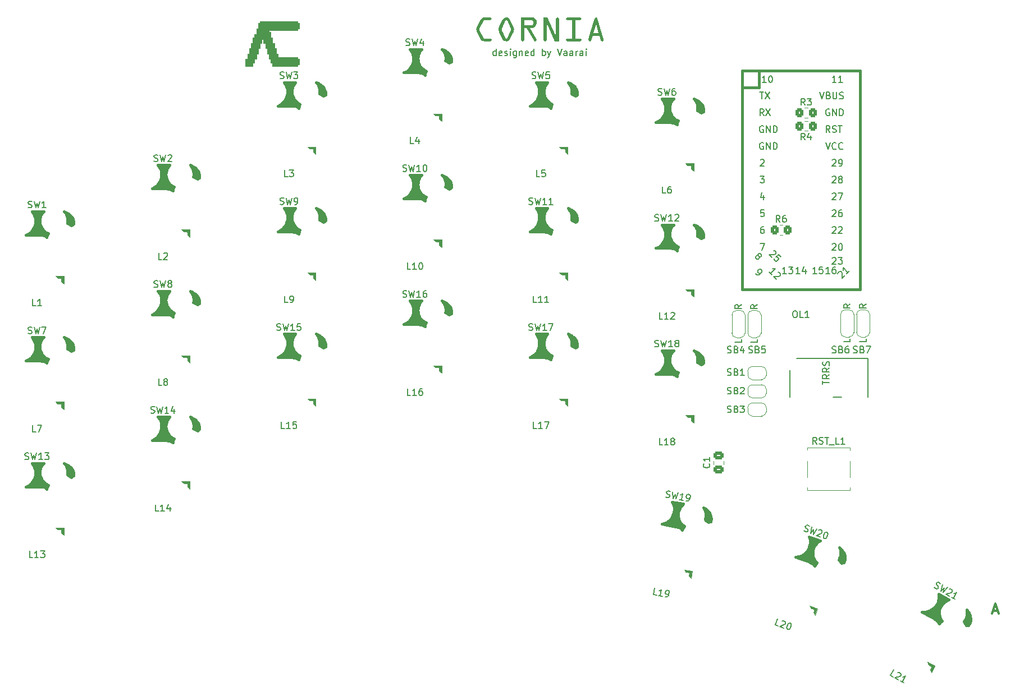
<source format=gto>
G04 #@! TF.GenerationSoftware,KiCad,Pcbnew,8.0.1*
G04 #@! TF.CreationDate,2024-06-04T22:11:00+02:00*
G04 #@! TF.ProjectId,cornia,636f726e-6961-42e6-9b69-6361645f7063,rev?*
G04 #@! TF.SameCoordinates,Original*
G04 #@! TF.FileFunction,Legend,Top*
G04 #@! TF.FilePolarity,Positive*
%FSLAX46Y46*%
G04 Gerber Fmt 4.6, Leading zero omitted, Abs format (unit mm)*
G04 Created by KiCad (PCBNEW 8.0.1) date 2024-06-04 22:11:00*
%MOMM*%
%LPD*%
G01*
G04 APERTURE LIST*
G04 Aperture macros list*
%AMRoundRect*
0 Rectangle with rounded corners*
0 $1 Rounding radius*
0 $2 $3 $4 $5 $6 $7 $8 $9 X,Y pos of 4 corners*
0 Add a 4 corners polygon primitive as box body*
4,1,4,$2,$3,$4,$5,$6,$7,$8,$9,$2,$3,0*
0 Add four circle primitives for the rounded corners*
1,1,$1+$1,$2,$3*
1,1,$1+$1,$4,$5*
1,1,$1+$1,$6,$7*
1,1,$1+$1,$8,$9*
0 Add four rect primitives between the rounded corners*
20,1,$1+$1,$2,$3,$4,$5,0*
20,1,$1+$1,$4,$5,$6,$7,0*
20,1,$1+$1,$6,$7,$8,$9,0*
20,1,$1+$1,$8,$9,$2,$3,0*%
%AMRotRect*
0 Rectangle, with rotation*
0 The origin of the aperture is its center*
0 $1 length*
0 $2 width*
0 $3 Rotation angle, in degrees counterclockwise*
0 Add horizontal line*
21,1,$1,$2,0,0,$3*%
%AMOutline5P*
0 Free polygon, 5 corners , with rotation*
0 The origin of the aperture is its center*
0 number of corners: always 5*
0 $1 to $10 corner X, Y*
0 $11 Rotation angle, in degrees counterclockwise*
0 create outline with 5 corners*
4,1,5,$1,$2,$3,$4,$5,$6,$7,$8,$9,$10,$1,$2,$11*%
%AMOutline6P*
0 Free polygon, 6 corners , with rotation*
0 The origin of the aperture is its center*
0 number of corners: always 6*
0 $1 to $12 corner X, Y*
0 $13 Rotation angle, in degrees counterclockwise*
0 create outline with 6 corners*
4,1,6,$1,$2,$3,$4,$5,$6,$7,$8,$9,$10,$11,$12,$1,$2,$13*%
%AMOutline7P*
0 Free polygon, 7 corners , with rotation*
0 The origin of the aperture is its center*
0 number of corners: always 7*
0 $1 to $14 corner X, Y*
0 $15 Rotation angle, in degrees counterclockwise*
0 create outline with 7 corners*
4,1,7,$1,$2,$3,$4,$5,$6,$7,$8,$9,$10,$11,$12,$13,$14,$1,$2,$15*%
%AMOutline8P*
0 Free polygon, 8 corners , with rotation*
0 The origin of the aperture is its center*
0 number of corners: always 8*
0 $1 to $16 corner X, Y*
0 $17 Rotation angle, in degrees counterclockwise*
0 create outline with 8 corners*
4,1,8,$1,$2,$3,$4,$5,$6,$7,$8,$9,$10,$11,$12,$13,$14,$15,$16,$1,$2,$17*%
%AMFreePoly0*
4,1,19,0.550000,-0.750000,0.000000,-0.750000,0.000000,-0.744911,-0.071157,-0.744911,-0.207708,-0.704816,-0.327430,-0.627875,-0.420627,-0.520320,-0.479746,-0.390866,-0.500000,-0.250000,-0.500000,0.250000,-0.479746,0.390866,-0.420627,0.520320,-0.327430,0.627875,-0.207708,0.704816,-0.071157,0.744911,0.000000,0.744911,0.000000,0.750000,0.550000,0.750000,0.550000,-0.750000,0.550000,-0.750000,
$1*%
%AMFreePoly1*
4,1,19,0.000000,0.744911,0.071157,0.744911,0.207708,0.704816,0.327430,0.627875,0.420627,0.520320,0.479746,0.390866,0.500000,0.250000,0.500000,-0.250000,0.479746,-0.390866,0.420627,-0.520320,0.327430,-0.627875,0.207708,-0.704816,0.071157,-0.744911,0.000000,-0.744911,0.000000,-0.750000,-0.550000,-0.750000,-0.550000,0.750000,0.000000,0.750000,0.000000,0.744911,0.000000,0.744911,
$1*%
%AMFreePoly2*
4,1,19,0.500000,-0.750000,0.000000,-0.750000,0.000000,-0.744911,-0.071157,-0.744911,-0.207708,-0.704816,-0.327430,-0.627875,-0.420627,-0.520320,-0.479746,-0.390866,-0.500000,-0.250000,-0.500000,0.250000,-0.479746,0.390866,-0.420627,0.520320,-0.327430,0.627875,-0.207708,0.704816,-0.071157,0.744911,0.000000,0.744911,0.000000,0.750000,0.500000,0.750000,0.500000,-0.750000,0.500000,-0.750000,
$1*%
%AMFreePoly3*
4,1,19,0.000000,0.744911,0.071157,0.744911,0.207708,0.704816,0.327430,0.627875,0.420627,0.520320,0.479746,0.390866,0.500000,0.250000,0.500000,-0.250000,0.479746,-0.390866,0.420627,-0.520320,0.327430,-0.627875,0.207708,-0.704816,0.071157,-0.744911,0.000000,-0.744911,0.000000,-0.750000,-0.500000,-0.750000,-0.500000,0.750000,0.000000,0.750000,0.000000,0.744911,0.000000,0.744911,
$1*%
G04 Aperture macros list end*
%ADD10C,0.016933*%
%ADD11C,0.160000*%
%ADD12C,0.300000*%
%ADD13C,0.400000*%
%ADD14C,0.120000*%
%ADD15C,0.050000*%
%ADD16C,0.150000*%
%ADD17C,0.381000*%
%ADD18C,1.900000*%
%ADD19C,3.000000*%
%ADD20C,4.100000*%
%ADD21R,2.550000X2.500000*%
%ADD22Outline5P,-1.275000X0.800000X-0.825000X1.250000X1.275000X1.250000X1.275000X-1.250000X-1.275000X-1.250000X180.000000*%
%ADD23RoundRect,0.250000X-0.475000X0.337500X-0.475000X-0.337500X0.475000X-0.337500X0.475000X0.337500X0*%
%ADD24R,1.540000X0.825000*%
%ADD25R,1.540000X0.822500*%
%ADD26R,2.800000X1.000000*%
%ADD27RotRect,1.540000X0.825000X150.970000*%
%ADD28RotRect,1.540000X0.822500X150.970000*%
%ADD29RotRect,2.550000X2.500000X150.970000*%
%ADD30Outline5P,-1.275000X0.800000X-0.825000X1.250000X1.275000X1.250000X1.275000X-1.250000X-1.275000X-1.250000X150.970000*%
%ADD31C,5.000000*%
%ADD32FreePoly0,90.000000*%
%ADD33R,1.500000X1.000000*%
%ADD34FreePoly1,90.000000*%
%ADD35FreePoly2,0.000000*%
%ADD36FreePoly3,0.000000*%
%ADD37RotRect,1.540000X0.825000X170.170000*%
%ADD38RotRect,1.540000X0.822500X170.170000*%
%ADD39RotRect,2.550000X2.500000X160.570000*%
%ADD40Outline5P,-1.275000X0.800000X-0.825000X1.250000X1.275000X1.250000X1.275000X-1.250000X-1.275000X-1.250000X160.570000*%
%ADD41C,1.400000*%
%ADD42C,1.200000*%
%ADD43O,2.500000X1.700000*%
%ADD44RotRect,1.540000X0.825000X160.570000*%
%ADD45RotRect,1.540000X0.822500X160.570000*%
%ADD46RoundRect,0.250000X0.350000X0.450000X-0.350000X0.450000X-0.350000X-0.450000X0.350000X-0.450000X0*%
%ADD47RotRect,2.550000X2.500000X170.171000*%
%ADD48Outline5P,-1.275000X0.800000X-0.825000X1.250000X1.275000X1.250000X1.275000X-1.250000X-1.275000X-1.250000X170.171000*%
%ADD49R,1.752600X1.752600*%
%ADD50C,1.752600*%
%ADD51RoundRect,0.250000X-0.350000X-0.450000X0.350000X-0.450000X0.350000X0.450000X-0.350000X0.450000X0*%
G04 APERTURE END LIST*
D10*
X69494619Y-19777325D02*
X69765553Y-19777325D01*
X69765553Y-20590127D01*
X69494619Y-20590127D01*
X69494619Y-20861060D01*
X65159680Y-20861060D01*
X65159680Y-21131994D01*
X65430613Y-21131994D01*
X65430613Y-21944796D01*
X65701547Y-21944796D01*
X65701547Y-22757597D01*
X65972481Y-22757597D01*
X65972481Y-23570398D01*
X66243414Y-23570398D01*
X66243414Y-24383199D01*
X66514348Y-24383199D01*
X66514348Y-24925067D01*
X69494619Y-24925067D01*
X69494619Y-25196000D01*
X69765553Y-25196000D01*
X69765553Y-26008802D01*
X69494619Y-26008802D01*
X69494619Y-26279735D01*
X65701547Y-26279735D01*
X65701547Y-25737868D01*
X65430613Y-25737868D01*
X65430613Y-25196000D01*
X65159680Y-25196000D01*
X65159680Y-24383199D01*
X64888746Y-24383199D01*
X64888746Y-23570398D01*
X64617812Y-23570398D01*
X64617812Y-22757597D01*
X64346878Y-22757597D01*
X64346878Y-22215729D01*
X64075944Y-22215729D01*
X64075944Y-22757597D01*
X63805011Y-22757597D01*
X63805011Y-23570398D01*
X63534077Y-23570398D01*
X63534077Y-24383199D01*
X63263143Y-24383199D01*
X63263143Y-25196000D01*
X62992210Y-25196000D01*
X62992210Y-25737868D01*
X62721276Y-25737868D01*
X62721276Y-26279735D01*
X61637541Y-26279735D01*
X61637541Y-25196000D01*
X61908474Y-25196000D01*
X61908474Y-24383199D01*
X62179408Y-24383199D01*
X62179408Y-23570398D01*
X62450342Y-23570398D01*
X62450342Y-22757597D01*
X62721276Y-22757597D01*
X62721276Y-21944796D01*
X62992210Y-21944796D01*
X62992210Y-21402928D01*
X63263143Y-21402928D01*
X63263143Y-20590127D01*
X63534077Y-20590127D01*
X63534077Y-19777325D01*
X63805011Y-19777325D01*
X63805011Y-19506392D01*
X69494619Y-19506392D01*
X69494619Y-19777325D01*
G36*
X69494619Y-19777325D02*
G01*
X69765553Y-19777325D01*
X69765553Y-20590127D01*
X69494619Y-20590127D01*
X69494619Y-20861060D01*
X65159680Y-20861060D01*
X65159680Y-21131994D01*
X65430613Y-21131994D01*
X65430613Y-21944796D01*
X65701547Y-21944796D01*
X65701547Y-22757597D01*
X65972481Y-22757597D01*
X65972481Y-23570398D01*
X66243414Y-23570398D01*
X66243414Y-24383199D01*
X66514348Y-24383199D01*
X66514348Y-24925067D01*
X69494619Y-24925067D01*
X69494619Y-25196000D01*
X69765553Y-25196000D01*
X69765553Y-26008802D01*
X69494619Y-26008802D01*
X69494619Y-26279735D01*
X65701547Y-26279735D01*
X65701547Y-25737868D01*
X65430613Y-25737868D01*
X65430613Y-25196000D01*
X65159680Y-25196000D01*
X65159680Y-24383199D01*
X64888746Y-24383199D01*
X64888746Y-23570398D01*
X64617812Y-23570398D01*
X64617812Y-22757597D01*
X64346878Y-22757597D01*
X64346878Y-22215729D01*
X64075944Y-22215729D01*
X64075944Y-22757597D01*
X63805011Y-22757597D01*
X63805011Y-23570398D01*
X63534077Y-23570398D01*
X63534077Y-24383199D01*
X63263143Y-24383199D01*
X63263143Y-25196000D01*
X62992210Y-25196000D01*
X62992210Y-25737868D01*
X62721276Y-25737868D01*
X62721276Y-26279735D01*
X61637541Y-26279735D01*
X61637541Y-25196000D01*
X61908474Y-25196000D01*
X61908474Y-24383199D01*
X62179408Y-24383199D01*
X62179408Y-23570398D01*
X62450342Y-23570398D01*
X62450342Y-22757597D01*
X62721276Y-22757597D01*
X62721276Y-21944796D01*
X62992210Y-21944796D01*
X62992210Y-21402928D01*
X63263143Y-21402928D01*
X63263143Y-20590127D01*
X63534077Y-20590127D01*
X63534077Y-19777325D01*
X63805011Y-19777325D01*
X63805011Y-19506392D01*
X69494619Y-19506392D01*
X69494619Y-19777325D01*
G37*
D11*
G36*
X97693789Y-22082316D02*
G01*
X98527145Y-22082316D01*
X98693230Y-22146796D01*
X98763572Y-22301158D01*
X98693230Y-22456496D01*
X98527145Y-22520000D01*
X97664480Y-22520000D01*
X97464625Y-22485213D01*
X97323517Y-22421325D01*
X97159683Y-22299635D01*
X97079274Y-22191737D01*
X96545847Y-21155170D01*
X96476267Y-20971619D01*
X96441004Y-20769981D01*
X96438381Y-20696971D01*
X96455149Y-20497432D01*
X96510715Y-20308510D01*
X96539986Y-20247564D01*
X97079274Y-19225652D01*
X97208951Y-19066055D01*
X97318632Y-18988248D01*
X97507084Y-18909122D01*
X97631263Y-18893482D01*
X98543754Y-18893482D01*
X98706908Y-18957962D01*
X98774319Y-19109392D01*
X98706908Y-19265708D01*
X98543754Y-19331165D01*
X97664480Y-19331165D01*
X97494406Y-19438784D01*
X97485694Y-19454263D01*
X96974738Y-20404856D01*
X96918957Y-20593111D01*
X96914166Y-20681339D01*
X96939735Y-20879558D01*
X96979623Y-20981270D01*
X97469085Y-21944563D01*
X97621127Y-22078103D01*
X97693789Y-22082316D01*
G37*
G36*
X101167258Y-18920066D02*
G01*
X101347387Y-19011962D01*
X101484774Y-19169499D01*
X101517655Y-19229560D01*
X102025680Y-20258311D01*
X102099144Y-20448835D01*
X102131468Y-20652824D01*
X102133147Y-20713579D01*
X102112577Y-20918637D01*
X102050867Y-21113222D01*
X102025680Y-21166894D01*
X101517655Y-22183921D01*
X101408656Y-22346381D01*
X101245853Y-22464533D01*
X101039162Y-22517046D01*
X100968597Y-22520000D01*
X100772615Y-22489706D01*
X100636427Y-22424256D01*
X100487891Y-22293340D01*
X100415631Y-22183921D01*
X99904675Y-21166894D01*
X99835218Y-20982033D01*
X99804658Y-20776228D01*
X99803070Y-20713579D01*
X99803567Y-20707718D01*
X100270062Y-20707718D01*
X100298252Y-20901862D01*
X100335519Y-20998855D01*
X100827913Y-21990481D01*
X100967620Y-22082316D01*
X101102442Y-21990481D01*
X101596789Y-20998855D01*
X101657096Y-20807355D01*
X101665177Y-20707718D01*
X101632853Y-20506007D01*
X101596789Y-20419511D01*
X101113189Y-19439609D01*
X100967620Y-19331165D01*
X100814235Y-19439609D01*
X100335519Y-20419511D01*
X100277797Y-20610189D01*
X100270062Y-20707718D01*
X99803567Y-20707718D01*
X99819839Y-20515901D01*
X99875404Y-20322491D01*
X99904675Y-20258311D01*
X100415631Y-19229560D01*
X100529284Y-19067100D01*
X100693995Y-18948948D01*
X100899159Y-18896436D01*
X100968597Y-18893482D01*
X101167258Y-18920066D01*
G37*
G36*
X105027043Y-18921921D02*
G01*
X105206149Y-19007238D01*
X105313189Y-19095715D01*
X105438210Y-19257785D01*
X105505530Y-19442112D01*
X105518353Y-19577362D01*
X105518353Y-19835282D01*
X105489776Y-20036096D01*
X105404047Y-20213553D01*
X105315143Y-20318883D01*
X105151195Y-20440928D01*
X104964166Y-20506645D01*
X104826657Y-20519162D01*
X104532588Y-20519162D01*
X105477320Y-22148750D01*
X105521284Y-22291388D01*
X105449965Y-22452588D01*
X105287787Y-22520000D01*
X105113096Y-22424401D01*
X105078715Y-22375408D01*
X103993300Y-20519162D01*
X103661130Y-20519162D01*
X103661130Y-22288457D01*
X103590788Y-22452588D01*
X103424703Y-22520000D01*
X103261549Y-22453565D01*
X103194138Y-22290411D01*
X103194138Y-19331165D01*
X103655268Y-19331165D01*
X103655268Y-20081479D01*
X104826657Y-20081479D01*
X104989811Y-20013091D01*
X105057222Y-19844075D01*
X105057222Y-19568569D01*
X104989811Y-19400530D01*
X104826657Y-19331165D01*
X103655268Y-19331165D01*
X103194138Y-19331165D01*
X103194138Y-18893482D01*
X104825680Y-18893482D01*
X105027043Y-18921921D01*
G37*
G36*
X108893789Y-19127955D02*
G01*
X108893789Y-22520000D01*
X108272435Y-22520000D01*
X107030704Y-19706322D01*
X107030704Y-22291388D01*
X106963293Y-22453565D01*
X106799162Y-22520000D01*
X106636008Y-22453565D01*
X106568597Y-22290411D01*
X106568597Y-18893482D01*
X107181158Y-18893482D01*
X108425819Y-21707159D01*
X108425819Y-19127955D01*
X108496161Y-18963824D01*
X108662247Y-18893482D01*
X108826378Y-18961870D01*
X108893789Y-19127955D01*
G37*
G36*
X110174598Y-18893482D02*
G01*
X112043545Y-18893482D01*
X112203768Y-18957962D01*
X112274110Y-19109392D01*
X112204745Y-19265708D01*
X112043545Y-19331165D01*
X111345010Y-19331165D01*
X111345010Y-22082316D01*
X112043545Y-22082316D01*
X112206699Y-22146796D01*
X112274110Y-22301158D01*
X112204745Y-22456496D01*
X112043545Y-22520000D01*
X110174598Y-22520000D01*
X110011444Y-22456496D01*
X109944033Y-22301158D01*
X110011444Y-22146796D01*
X110174598Y-22082316D01*
X110882903Y-22082316D01*
X110882903Y-19331165D01*
X110174598Y-19331165D01*
X110011444Y-19266685D01*
X109944033Y-19115254D01*
X110011444Y-18957962D01*
X110174598Y-18893482D01*
G37*
G36*
X114687701Y-18972216D02*
G01*
X114722400Y-19045889D01*
X115643684Y-22221046D01*
X115654431Y-22289434D01*
X115587997Y-22452588D01*
X115437543Y-22520000D01*
X115255841Y-22445948D01*
X115206001Y-22348053D01*
X115019399Y-21707159D01*
X113967201Y-21707159D01*
X113763991Y-22392016D01*
X113695603Y-22478967D01*
X113562735Y-22520000D01*
X113394696Y-22451612D01*
X113329239Y-22283572D01*
X113342916Y-22199553D01*
X113621154Y-21269476D01*
X114106908Y-21269476D01*
X114884577Y-21269476D01*
X114502582Y-19956427D01*
X114106908Y-21269476D01*
X113621154Y-21269476D01*
X114277878Y-19074221D01*
X114401858Y-18914839D01*
X114508443Y-18893482D01*
X114687701Y-18972216D01*
G37*
X99428570Y-24669299D02*
X99428570Y-23669299D01*
X99428570Y-24621680D02*
X99333332Y-24669299D01*
X99333332Y-24669299D02*
X99142856Y-24669299D01*
X99142856Y-24669299D02*
X99047618Y-24621680D01*
X99047618Y-24621680D02*
X98999999Y-24574060D01*
X98999999Y-24574060D02*
X98952380Y-24478822D01*
X98952380Y-24478822D02*
X98952380Y-24193108D01*
X98952380Y-24193108D02*
X98999999Y-24097870D01*
X98999999Y-24097870D02*
X99047618Y-24050251D01*
X99047618Y-24050251D02*
X99142856Y-24002632D01*
X99142856Y-24002632D02*
X99333332Y-24002632D01*
X99333332Y-24002632D02*
X99428570Y-24050251D01*
X100285713Y-24621680D02*
X100190475Y-24669299D01*
X100190475Y-24669299D02*
X99999999Y-24669299D01*
X99999999Y-24669299D02*
X99904761Y-24621680D01*
X99904761Y-24621680D02*
X99857142Y-24526441D01*
X99857142Y-24526441D02*
X99857142Y-24145489D01*
X99857142Y-24145489D02*
X99904761Y-24050251D01*
X99904761Y-24050251D02*
X99999999Y-24002632D01*
X99999999Y-24002632D02*
X100190475Y-24002632D01*
X100190475Y-24002632D02*
X100285713Y-24050251D01*
X100285713Y-24050251D02*
X100333332Y-24145489D01*
X100333332Y-24145489D02*
X100333332Y-24240727D01*
X100333332Y-24240727D02*
X99857142Y-24335965D01*
X100714285Y-24621680D02*
X100809523Y-24669299D01*
X100809523Y-24669299D02*
X100999999Y-24669299D01*
X100999999Y-24669299D02*
X101095237Y-24621680D01*
X101095237Y-24621680D02*
X101142856Y-24526441D01*
X101142856Y-24526441D02*
X101142856Y-24478822D01*
X101142856Y-24478822D02*
X101095237Y-24383584D01*
X101095237Y-24383584D02*
X100999999Y-24335965D01*
X100999999Y-24335965D02*
X100857142Y-24335965D01*
X100857142Y-24335965D02*
X100761904Y-24288346D01*
X100761904Y-24288346D02*
X100714285Y-24193108D01*
X100714285Y-24193108D02*
X100714285Y-24145489D01*
X100714285Y-24145489D02*
X100761904Y-24050251D01*
X100761904Y-24050251D02*
X100857142Y-24002632D01*
X100857142Y-24002632D02*
X100999999Y-24002632D01*
X100999999Y-24002632D02*
X101095237Y-24050251D01*
X101571428Y-24669299D02*
X101571428Y-24002632D01*
X101571428Y-23669299D02*
X101523809Y-23716918D01*
X101523809Y-23716918D02*
X101571428Y-23764537D01*
X101571428Y-23764537D02*
X101619047Y-23716918D01*
X101619047Y-23716918D02*
X101571428Y-23669299D01*
X101571428Y-23669299D02*
X101571428Y-23764537D01*
X102476189Y-24002632D02*
X102476189Y-24812156D01*
X102476189Y-24812156D02*
X102428570Y-24907394D01*
X102428570Y-24907394D02*
X102380951Y-24955013D01*
X102380951Y-24955013D02*
X102285713Y-25002632D01*
X102285713Y-25002632D02*
X102142856Y-25002632D01*
X102142856Y-25002632D02*
X102047618Y-24955013D01*
X102476189Y-24621680D02*
X102380951Y-24669299D01*
X102380951Y-24669299D02*
X102190475Y-24669299D01*
X102190475Y-24669299D02*
X102095237Y-24621680D01*
X102095237Y-24621680D02*
X102047618Y-24574060D01*
X102047618Y-24574060D02*
X101999999Y-24478822D01*
X101999999Y-24478822D02*
X101999999Y-24193108D01*
X101999999Y-24193108D02*
X102047618Y-24097870D01*
X102047618Y-24097870D02*
X102095237Y-24050251D01*
X102095237Y-24050251D02*
X102190475Y-24002632D01*
X102190475Y-24002632D02*
X102380951Y-24002632D01*
X102380951Y-24002632D02*
X102476189Y-24050251D01*
X102952380Y-24002632D02*
X102952380Y-24669299D01*
X102952380Y-24097870D02*
X102999999Y-24050251D01*
X102999999Y-24050251D02*
X103095237Y-24002632D01*
X103095237Y-24002632D02*
X103238094Y-24002632D01*
X103238094Y-24002632D02*
X103333332Y-24050251D01*
X103333332Y-24050251D02*
X103380951Y-24145489D01*
X103380951Y-24145489D02*
X103380951Y-24669299D01*
X104238094Y-24621680D02*
X104142856Y-24669299D01*
X104142856Y-24669299D02*
X103952380Y-24669299D01*
X103952380Y-24669299D02*
X103857142Y-24621680D01*
X103857142Y-24621680D02*
X103809523Y-24526441D01*
X103809523Y-24526441D02*
X103809523Y-24145489D01*
X103809523Y-24145489D02*
X103857142Y-24050251D01*
X103857142Y-24050251D02*
X103952380Y-24002632D01*
X103952380Y-24002632D02*
X104142856Y-24002632D01*
X104142856Y-24002632D02*
X104238094Y-24050251D01*
X104238094Y-24050251D02*
X104285713Y-24145489D01*
X104285713Y-24145489D02*
X104285713Y-24240727D01*
X104285713Y-24240727D02*
X103809523Y-24335965D01*
X105142856Y-24669299D02*
X105142856Y-23669299D01*
X105142856Y-24621680D02*
X105047618Y-24669299D01*
X105047618Y-24669299D02*
X104857142Y-24669299D01*
X104857142Y-24669299D02*
X104761904Y-24621680D01*
X104761904Y-24621680D02*
X104714285Y-24574060D01*
X104714285Y-24574060D02*
X104666666Y-24478822D01*
X104666666Y-24478822D02*
X104666666Y-24193108D01*
X104666666Y-24193108D02*
X104714285Y-24097870D01*
X104714285Y-24097870D02*
X104761904Y-24050251D01*
X104761904Y-24050251D02*
X104857142Y-24002632D01*
X104857142Y-24002632D02*
X105047618Y-24002632D01*
X105047618Y-24002632D02*
X105142856Y-24050251D01*
X106380952Y-24669299D02*
X106380952Y-23669299D01*
X106380952Y-24050251D02*
X106476190Y-24002632D01*
X106476190Y-24002632D02*
X106666666Y-24002632D01*
X106666666Y-24002632D02*
X106761904Y-24050251D01*
X106761904Y-24050251D02*
X106809523Y-24097870D01*
X106809523Y-24097870D02*
X106857142Y-24193108D01*
X106857142Y-24193108D02*
X106857142Y-24478822D01*
X106857142Y-24478822D02*
X106809523Y-24574060D01*
X106809523Y-24574060D02*
X106761904Y-24621680D01*
X106761904Y-24621680D02*
X106666666Y-24669299D01*
X106666666Y-24669299D02*
X106476190Y-24669299D01*
X106476190Y-24669299D02*
X106380952Y-24621680D01*
X107190476Y-24002632D02*
X107428571Y-24669299D01*
X107666666Y-24002632D02*
X107428571Y-24669299D01*
X107428571Y-24669299D02*
X107333333Y-24907394D01*
X107333333Y-24907394D02*
X107285714Y-24955013D01*
X107285714Y-24955013D02*
X107190476Y-25002632D01*
X108666667Y-23669299D02*
X109000000Y-24669299D01*
X109000000Y-24669299D02*
X109333333Y-23669299D01*
X110095238Y-24669299D02*
X110095238Y-24145489D01*
X110095238Y-24145489D02*
X110047619Y-24050251D01*
X110047619Y-24050251D02*
X109952381Y-24002632D01*
X109952381Y-24002632D02*
X109761905Y-24002632D01*
X109761905Y-24002632D02*
X109666667Y-24050251D01*
X110095238Y-24621680D02*
X110000000Y-24669299D01*
X110000000Y-24669299D02*
X109761905Y-24669299D01*
X109761905Y-24669299D02*
X109666667Y-24621680D01*
X109666667Y-24621680D02*
X109619048Y-24526441D01*
X109619048Y-24526441D02*
X109619048Y-24431203D01*
X109619048Y-24431203D02*
X109666667Y-24335965D01*
X109666667Y-24335965D02*
X109761905Y-24288346D01*
X109761905Y-24288346D02*
X110000000Y-24288346D01*
X110000000Y-24288346D02*
X110095238Y-24240727D01*
X111000000Y-24669299D02*
X111000000Y-24145489D01*
X111000000Y-24145489D02*
X110952381Y-24050251D01*
X110952381Y-24050251D02*
X110857143Y-24002632D01*
X110857143Y-24002632D02*
X110666667Y-24002632D01*
X110666667Y-24002632D02*
X110571429Y-24050251D01*
X111000000Y-24621680D02*
X110904762Y-24669299D01*
X110904762Y-24669299D02*
X110666667Y-24669299D01*
X110666667Y-24669299D02*
X110571429Y-24621680D01*
X110571429Y-24621680D02*
X110523810Y-24526441D01*
X110523810Y-24526441D02*
X110523810Y-24431203D01*
X110523810Y-24431203D02*
X110571429Y-24335965D01*
X110571429Y-24335965D02*
X110666667Y-24288346D01*
X110666667Y-24288346D02*
X110904762Y-24288346D01*
X110904762Y-24288346D02*
X111000000Y-24240727D01*
X111476191Y-24669299D02*
X111476191Y-24002632D01*
X111476191Y-24193108D02*
X111523810Y-24097870D01*
X111523810Y-24097870D02*
X111571429Y-24050251D01*
X111571429Y-24050251D02*
X111666667Y-24002632D01*
X111666667Y-24002632D02*
X111761905Y-24002632D01*
X112523810Y-24669299D02*
X112523810Y-24145489D01*
X112523810Y-24145489D02*
X112476191Y-24050251D01*
X112476191Y-24050251D02*
X112380953Y-24002632D01*
X112380953Y-24002632D02*
X112190477Y-24002632D01*
X112190477Y-24002632D02*
X112095239Y-24050251D01*
X112523810Y-24621680D02*
X112428572Y-24669299D01*
X112428572Y-24669299D02*
X112190477Y-24669299D01*
X112190477Y-24669299D02*
X112095239Y-24621680D01*
X112095239Y-24621680D02*
X112047620Y-24526441D01*
X112047620Y-24526441D02*
X112047620Y-24431203D01*
X112047620Y-24431203D02*
X112095239Y-24335965D01*
X112095239Y-24335965D02*
X112190477Y-24288346D01*
X112190477Y-24288346D02*
X112428572Y-24288346D01*
X112428572Y-24288346D02*
X112523810Y-24240727D01*
X113000001Y-24669299D02*
X113000001Y-24002632D01*
X113000001Y-23669299D02*
X112952382Y-23716918D01*
X112952382Y-23716918D02*
X113000001Y-23764537D01*
X113000001Y-23764537D02*
X113047620Y-23716918D01*
X113047620Y-23716918D02*
X113000001Y-23669299D01*
X113000001Y-23669299D02*
X113000001Y-23764537D01*
D12*
X175085517Y-108461007D02*
X174371232Y-108461007D01*
X175228374Y-108889578D02*
X174728374Y-107389578D01*
X174728374Y-107389578D02*
X174228374Y-108889578D01*
D11*
X28359076Y-85595430D02*
X28501933Y-85643049D01*
X28501933Y-85643049D02*
X28740028Y-85643049D01*
X28740028Y-85643049D02*
X28835266Y-85595430D01*
X28835266Y-85595430D02*
X28882885Y-85547810D01*
X28882885Y-85547810D02*
X28930504Y-85452572D01*
X28930504Y-85452572D02*
X28930504Y-85357334D01*
X28930504Y-85357334D02*
X28882885Y-85262096D01*
X28882885Y-85262096D02*
X28835266Y-85214477D01*
X28835266Y-85214477D02*
X28740028Y-85166858D01*
X28740028Y-85166858D02*
X28549552Y-85119239D01*
X28549552Y-85119239D02*
X28454314Y-85071620D01*
X28454314Y-85071620D02*
X28406695Y-85024001D01*
X28406695Y-85024001D02*
X28359076Y-84928763D01*
X28359076Y-84928763D02*
X28359076Y-84833525D01*
X28359076Y-84833525D02*
X28406695Y-84738287D01*
X28406695Y-84738287D02*
X28454314Y-84690668D01*
X28454314Y-84690668D02*
X28549552Y-84643049D01*
X28549552Y-84643049D02*
X28787647Y-84643049D01*
X28787647Y-84643049D02*
X28930504Y-84690668D01*
X29263838Y-84643049D02*
X29501933Y-85643049D01*
X29501933Y-85643049D02*
X29692409Y-84928763D01*
X29692409Y-84928763D02*
X29882885Y-85643049D01*
X29882885Y-85643049D02*
X30120981Y-84643049D01*
X31025742Y-85643049D02*
X30454314Y-85643049D01*
X30740028Y-85643049D02*
X30740028Y-84643049D01*
X30740028Y-84643049D02*
X30644790Y-84785906D01*
X30644790Y-84785906D02*
X30549552Y-84881144D01*
X30549552Y-84881144D02*
X30454314Y-84928763D01*
X31359076Y-84643049D02*
X31978123Y-84643049D01*
X31978123Y-84643049D02*
X31644790Y-85024001D01*
X31644790Y-85024001D02*
X31787647Y-85024001D01*
X31787647Y-85024001D02*
X31882885Y-85071620D01*
X31882885Y-85071620D02*
X31930504Y-85119239D01*
X31930504Y-85119239D02*
X31978123Y-85214477D01*
X31978123Y-85214477D02*
X31978123Y-85452572D01*
X31978123Y-85452572D02*
X31930504Y-85547810D01*
X31930504Y-85547810D02*
X31882885Y-85595430D01*
X31882885Y-85595430D02*
X31787647Y-85643049D01*
X31787647Y-85643049D02*
X31501933Y-85643049D01*
X31501933Y-85643049D02*
X31406695Y-85595430D01*
X31406695Y-85595430D02*
X31359076Y-85547810D01*
X123359076Y-68595430D02*
X123501933Y-68643049D01*
X123501933Y-68643049D02*
X123740028Y-68643049D01*
X123740028Y-68643049D02*
X123835266Y-68595430D01*
X123835266Y-68595430D02*
X123882885Y-68547810D01*
X123882885Y-68547810D02*
X123930504Y-68452572D01*
X123930504Y-68452572D02*
X123930504Y-68357334D01*
X123930504Y-68357334D02*
X123882885Y-68262096D01*
X123882885Y-68262096D02*
X123835266Y-68214477D01*
X123835266Y-68214477D02*
X123740028Y-68166858D01*
X123740028Y-68166858D02*
X123549552Y-68119239D01*
X123549552Y-68119239D02*
X123454314Y-68071620D01*
X123454314Y-68071620D02*
X123406695Y-68024001D01*
X123406695Y-68024001D02*
X123359076Y-67928763D01*
X123359076Y-67928763D02*
X123359076Y-67833525D01*
X123359076Y-67833525D02*
X123406695Y-67738287D01*
X123406695Y-67738287D02*
X123454314Y-67690668D01*
X123454314Y-67690668D02*
X123549552Y-67643049D01*
X123549552Y-67643049D02*
X123787647Y-67643049D01*
X123787647Y-67643049D02*
X123930504Y-67690668D01*
X124263838Y-67643049D02*
X124501933Y-68643049D01*
X124501933Y-68643049D02*
X124692409Y-67928763D01*
X124692409Y-67928763D02*
X124882885Y-68643049D01*
X124882885Y-68643049D02*
X125120981Y-67643049D01*
X126025742Y-68643049D02*
X125454314Y-68643049D01*
X125740028Y-68643049D02*
X125740028Y-67643049D01*
X125740028Y-67643049D02*
X125644790Y-67785906D01*
X125644790Y-67785906D02*
X125549552Y-67881144D01*
X125549552Y-67881144D02*
X125454314Y-67928763D01*
X126597171Y-68071620D02*
X126501933Y-68024001D01*
X126501933Y-68024001D02*
X126454314Y-67976382D01*
X126454314Y-67976382D02*
X126406695Y-67881144D01*
X126406695Y-67881144D02*
X126406695Y-67833525D01*
X126406695Y-67833525D02*
X126454314Y-67738287D01*
X126454314Y-67738287D02*
X126501933Y-67690668D01*
X126501933Y-67690668D02*
X126597171Y-67643049D01*
X126597171Y-67643049D02*
X126787647Y-67643049D01*
X126787647Y-67643049D02*
X126882885Y-67690668D01*
X126882885Y-67690668D02*
X126930504Y-67738287D01*
X126930504Y-67738287D02*
X126978123Y-67833525D01*
X126978123Y-67833525D02*
X126978123Y-67881144D01*
X126978123Y-67881144D02*
X126930504Y-67976382D01*
X126930504Y-67976382D02*
X126882885Y-68024001D01*
X126882885Y-68024001D02*
X126787647Y-68071620D01*
X126787647Y-68071620D02*
X126597171Y-68071620D01*
X126597171Y-68071620D02*
X126501933Y-68119239D01*
X126501933Y-68119239D02*
X126454314Y-68166858D01*
X126454314Y-68166858D02*
X126406695Y-68262096D01*
X126406695Y-68262096D02*
X126406695Y-68452572D01*
X126406695Y-68452572D02*
X126454314Y-68547810D01*
X126454314Y-68547810D02*
X126501933Y-68595430D01*
X126501933Y-68595430D02*
X126597171Y-68643049D01*
X126597171Y-68643049D02*
X126787647Y-68643049D01*
X126787647Y-68643049D02*
X126882885Y-68595430D01*
X126882885Y-68595430D02*
X126930504Y-68547810D01*
X126930504Y-68547810D02*
X126978123Y-68452572D01*
X126978123Y-68452572D02*
X126978123Y-68262096D01*
X126978123Y-68262096D02*
X126930504Y-68166858D01*
X126930504Y-68166858D02*
X126882885Y-68119239D01*
X126882885Y-68119239D02*
X126787647Y-68071620D01*
X131559060Y-86271194D02*
X131606680Y-86318813D01*
X131606680Y-86318813D02*
X131654299Y-86461670D01*
X131654299Y-86461670D02*
X131654299Y-86556908D01*
X131654299Y-86556908D02*
X131606680Y-86699765D01*
X131606680Y-86699765D02*
X131511441Y-86795003D01*
X131511441Y-86795003D02*
X131416203Y-86842622D01*
X131416203Y-86842622D02*
X131225727Y-86890241D01*
X131225727Y-86890241D02*
X131082870Y-86890241D01*
X131082870Y-86890241D02*
X130892394Y-86842622D01*
X130892394Y-86842622D02*
X130797156Y-86795003D01*
X130797156Y-86795003D02*
X130701918Y-86699765D01*
X130701918Y-86699765D02*
X130654299Y-86556908D01*
X130654299Y-86556908D02*
X130654299Y-86461670D01*
X130654299Y-86461670D02*
X130701918Y-86318813D01*
X130701918Y-86318813D02*
X130749537Y-86271194D01*
X131654299Y-85318813D02*
X131654299Y-85890241D01*
X131654299Y-85604527D02*
X130654299Y-85604527D01*
X130654299Y-85604527D02*
X130797156Y-85699765D01*
X130797156Y-85699765D02*
X130892394Y-85795003D01*
X130892394Y-85795003D02*
X130940013Y-85890241D01*
X30001933Y-81443049D02*
X29525743Y-81443049D01*
X29525743Y-81443049D02*
X29525743Y-80443049D01*
X30240029Y-80443049D02*
X30906695Y-80443049D01*
X30906695Y-80443049D02*
X30478124Y-81443049D01*
X28835267Y-66595430D02*
X28978124Y-66643049D01*
X28978124Y-66643049D02*
X29216219Y-66643049D01*
X29216219Y-66643049D02*
X29311457Y-66595430D01*
X29311457Y-66595430D02*
X29359076Y-66547810D01*
X29359076Y-66547810D02*
X29406695Y-66452572D01*
X29406695Y-66452572D02*
X29406695Y-66357334D01*
X29406695Y-66357334D02*
X29359076Y-66262096D01*
X29359076Y-66262096D02*
X29311457Y-66214477D01*
X29311457Y-66214477D02*
X29216219Y-66166858D01*
X29216219Y-66166858D02*
X29025743Y-66119239D01*
X29025743Y-66119239D02*
X28930505Y-66071620D01*
X28930505Y-66071620D02*
X28882886Y-66024001D01*
X28882886Y-66024001D02*
X28835267Y-65928763D01*
X28835267Y-65928763D02*
X28835267Y-65833525D01*
X28835267Y-65833525D02*
X28882886Y-65738287D01*
X28882886Y-65738287D02*
X28930505Y-65690668D01*
X28930505Y-65690668D02*
X29025743Y-65643049D01*
X29025743Y-65643049D02*
X29263838Y-65643049D01*
X29263838Y-65643049D02*
X29406695Y-65690668D01*
X29740029Y-65643049D02*
X29978124Y-66643049D01*
X29978124Y-66643049D02*
X30168600Y-65928763D01*
X30168600Y-65928763D02*
X30359076Y-66643049D01*
X30359076Y-66643049D02*
X30597172Y-65643049D01*
X30882886Y-65643049D02*
X31549552Y-65643049D01*
X31549552Y-65643049D02*
X31120981Y-66643049D01*
X147759075Y-83303049D02*
X147425742Y-82826858D01*
X147187647Y-83303049D02*
X147187647Y-82303049D01*
X147187647Y-82303049D02*
X147568599Y-82303049D01*
X147568599Y-82303049D02*
X147663837Y-82350668D01*
X147663837Y-82350668D02*
X147711456Y-82398287D01*
X147711456Y-82398287D02*
X147759075Y-82493525D01*
X147759075Y-82493525D02*
X147759075Y-82636382D01*
X147759075Y-82636382D02*
X147711456Y-82731620D01*
X147711456Y-82731620D02*
X147663837Y-82779239D01*
X147663837Y-82779239D02*
X147568599Y-82826858D01*
X147568599Y-82826858D02*
X147187647Y-82826858D01*
X148140028Y-83255430D02*
X148282885Y-83303049D01*
X148282885Y-83303049D02*
X148520980Y-83303049D01*
X148520980Y-83303049D02*
X148616218Y-83255430D01*
X148616218Y-83255430D02*
X148663837Y-83207810D01*
X148663837Y-83207810D02*
X148711456Y-83112572D01*
X148711456Y-83112572D02*
X148711456Y-83017334D01*
X148711456Y-83017334D02*
X148663837Y-82922096D01*
X148663837Y-82922096D02*
X148616218Y-82874477D01*
X148616218Y-82874477D02*
X148520980Y-82826858D01*
X148520980Y-82826858D02*
X148330504Y-82779239D01*
X148330504Y-82779239D02*
X148235266Y-82731620D01*
X148235266Y-82731620D02*
X148187647Y-82684001D01*
X148187647Y-82684001D02*
X148140028Y-82588763D01*
X148140028Y-82588763D02*
X148140028Y-82493525D01*
X148140028Y-82493525D02*
X148187647Y-82398287D01*
X148187647Y-82398287D02*
X148235266Y-82350668D01*
X148235266Y-82350668D02*
X148330504Y-82303049D01*
X148330504Y-82303049D02*
X148568599Y-82303049D01*
X148568599Y-82303049D02*
X148711456Y-82350668D01*
X148997171Y-82303049D02*
X149568599Y-82303049D01*
X149282885Y-83303049D02*
X149282885Y-82303049D01*
X149663838Y-83398287D02*
X150425742Y-83398287D01*
X151140028Y-83303049D02*
X150663838Y-83303049D01*
X150663838Y-83303049D02*
X150663838Y-82303049D01*
X151997171Y-83303049D02*
X151425743Y-83303049D01*
X151711457Y-83303049D02*
X151711457Y-82303049D01*
X151711457Y-82303049D02*
X151616219Y-82445906D01*
X151616219Y-82445906D02*
X151520981Y-82541144D01*
X151520981Y-82541144D02*
X151425743Y-82588763D01*
X159313598Y-118466885D02*
X158897233Y-118235806D01*
X158897233Y-118235806D02*
X159382500Y-117361440D01*
X160002468Y-117814440D02*
X160067212Y-117795912D01*
X160067212Y-117795912D02*
X160173593Y-117800491D01*
X160173593Y-117800491D02*
X160381776Y-117916031D01*
X160381776Y-117916031D02*
X160441941Y-118003884D01*
X160441941Y-118003884D02*
X160460469Y-118068628D01*
X160460469Y-118068628D02*
X160455890Y-118175009D01*
X160455890Y-118175009D02*
X160409674Y-118258282D01*
X160409674Y-118258282D02*
X160298713Y-118360083D01*
X160298713Y-118360083D02*
X159521780Y-118582425D01*
X159521780Y-118582425D02*
X160063054Y-118882829D01*
X160895783Y-119344988D02*
X160396146Y-119067693D01*
X160645965Y-119206341D02*
X161131232Y-118331975D01*
X161131232Y-118331975D02*
X160978635Y-118410668D01*
X160978635Y-118410668D02*
X160849146Y-118447725D01*
X160849146Y-118447725D02*
X160742765Y-118443146D01*
X49001933Y-55443049D02*
X48525743Y-55443049D01*
X48525743Y-55443049D02*
X48525743Y-54443049D01*
X49287648Y-54538287D02*
X49335267Y-54490668D01*
X49335267Y-54490668D02*
X49430505Y-54443049D01*
X49430505Y-54443049D02*
X49668600Y-54443049D01*
X49668600Y-54443049D02*
X49763838Y-54490668D01*
X49763838Y-54490668D02*
X49811457Y-54538287D01*
X49811457Y-54538287D02*
X49859076Y-54633525D01*
X49859076Y-54633525D02*
X49859076Y-54728763D01*
X49859076Y-54728763D02*
X49811457Y-54871620D01*
X49811457Y-54871620D02*
X49240029Y-55443049D01*
X49240029Y-55443049D02*
X49859076Y-55443049D01*
X165498571Y-104918490D02*
X165600373Y-105029451D01*
X165600373Y-105029451D02*
X165808555Y-105144991D01*
X165808555Y-105144991D02*
X165914936Y-105149570D01*
X165914936Y-105149570D02*
X165979680Y-105131042D01*
X165979680Y-105131042D02*
X166067533Y-105070877D01*
X166067533Y-105070877D02*
X166113749Y-104987604D01*
X166113749Y-104987604D02*
X166118328Y-104881223D01*
X166118328Y-104881223D02*
X166099800Y-104816479D01*
X166099800Y-104816479D02*
X166039635Y-104728626D01*
X166039635Y-104728626D02*
X165896197Y-104594558D01*
X165896197Y-104594558D02*
X165836032Y-104506705D01*
X165836032Y-104506705D02*
X165817503Y-104441961D01*
X165817503Y-104441961D02*
X165822083Y-104335580D01*
X165822083Y-104335580D02*
X165868299Y-104252307D01*
X165868299Y-104252307D02*
X165956151Y-104192142D01*
X165956151Y-104192142D02*
X166020896Y-104173614D01*
X166020896Y-104173614D02*
X166127277Y-104178193D01*
X166127277Y-104178193D02*
X166335459Y-104293733D01*
X166335459Y-104293733D02*
X166437260Y-104404693D01*
X166751824Y-104524813D02*
X166474738Y-105514718D01*
X166474738Y-105514718D02*
X166987904Y-104982603D01*
X166987904Y-104982603D02*
X166807830Y-105699582D01*
X166807830Y-105699582D02*
X167501280Y-104940756D01*
X167746519Y-105185785D02*
X167811264Y-105167257D01*
X167811264Y-105167257D02*
X167917645Y-105171836D01*
X167917645Y-105171836D02*
X168125827Y-105287376D01*
X168125827Y-105287376D02*
X168185992Y-105375228D01*
X168185992Y-105375228D02*
X168204520Y-105439973D01*
X168204520Y-105439973D02*
X168199941Y-105546354D01*
X168199941Y-105546354D02*
X168153725Y-105629627D01*
X168153725Y-105629627D02*
X168042764Y-105731428D01*
X168042764Y-105731428D02*
X167265831Y-105953770D01*
X167265831Y-105953770D02*
X167807105Y-106254174D01*
X168639835Y-106716333D02*
X168140197Y-106439037D01*
X168390016Y-106577685D02*
X168875283Y-105703320D01*
X168875283Y-105703320D02*
X168722686Y-105782013D01*
X168722686Y-105782013D02*
X168593198Y-105819070D01*
X168593198Y-105819070D02*
X168486817Y-105814490D01*
X105525742Y-80943049D02*
X105049552Y-80943049D01*
X105049552Y-80943049D02*
X105049552Y-79943049D01*
X106382885Y-80943049D02*
X105811457Y-80943049D01*
X106097171Y-80943049D02*
X106097171Y-79943049D01*
X106097171Y-79943049D02*
X106001933Y-80085906D01*
X106001933Y-80085906D02*
X105906695Y-80181144D01*
X105906695Y-80181144D02*
X105811457Y-80228763D01*
X106716219Y-79943049D02*
X107382885Y-79943049D01*
X107382885Y-79943049D02*
X106954314Y-80943049D01*
X137506695Y-69495430D02*
X137649552Y-69543049D01*
X137649552Y-69543049D02*
X137887647Y-69543049D01*
X137887647Y-69543049D02*
X137982885Y-69495430D01*
X137982885Y-69495430D02*
X138030504Y-69447810D01*
X138030504Y-69447810D02*
X138078123Y-69352572D01*
X138078123Y-69352572D02*
X138078123Y-69257334D01*
X138078123Y-69257334D02*
X138030504Y-69162096D01*
X138030504Y-69162096D02*
X137982885Y-69114477D01*
X137982885Y-69114477D02*
X137887647Y-69066858D01*
X137887647Y-69066858D02*
X137697171Y-69019239D01*
X137697171Y-69019239D02*
X137601933Y-68971620D01*
X137601933Y-68971620D02*
X137554314Y-68924001D01*
X137554314Y-68924001D02*
X137506695Y-68828763D01*
X137506695Y-68828763D02*
X137506695Y-68733525D01*
X137506695Y-68733525D02*
X137554314Y-68638287D01*
X137554314Y-68638287D02*
X137601933Y-68590668D01*
X137601933Y-68590668D02*
X137697171Y-68543049D01*
X137697171Y-68543049D02*
X137935266Y-68543049D01*
X137935266Y-68543049D02*
X138078123Y-68590668D01*
X138840028Y-69019239D02*
X138982885Y-69066858D01*
X138982885Y-69066858D02*
X139030504Y-69114477D01*
X139030504Y-69114477D02*
X139078123Y-69209715D01*
X139078123Y-69209715D02*
X139078123Y-69352572D01*
X139078123Y-69352572D02*
X139030504Y-69447810D01*
X139030504Y-69447810D02*
X138982885Y-69495430D01*
X138982885Y-69495430D02*
X138887647Y-69543049D01*
X138887647Y-69543049D02*
X138506695Y-69543049D01*
X138506695Y-69543049D02*
X138506695Y-68543049D01*
X138506695Y-68543049D02*
X138840028Y-68543049D01*
X138840028Y-68543049D02*
X138935266Y-68590668D01*
X138935266Y-68590668D02*
X138982885Y-68638287D01*
X138982885Y-68638287D02*
X139030504Y-68733525D01*
X139030504Y-68733525D02*
X139030504Y-68828763D01*
X139030504Y-68828763D02*
X138982885Y-68924001D01*
X138982885Y-68924001D02*
X138935266Y-68971620D01*
X138935266Y-68971620D02*
X138840028Y-69019239D01*
X138840028Y-69019239D02*
X138506695Y-69019239D01*
X139982885Y-68543049D02*
X139506695Y-68543049D01*
X139506695Y-68543049D02*
X139459076Y-69019239D01*
X139459076Y-69019239D02*
X139506695Y-68971620D01*
X139506695Y-68971620D02*
X139601933Y-68924001D01*
X139601933Y-68924001D02*
X139840028Y-68924001D01*
X139840028Y-68924001D02*
X139935266Y-68971620D01*
X139935266Y-68971620D02*
X139982885Y-69019239D01*
X139982885Y-69019239D02*
X140030504Y-69114477D01*
X140030504Y-69114477D02*
X140030504Y-69352572D01*
X140030504Y-69352572D02*
X139982885Y-69447810D01*
X139982885Y-69447810D02*
X139935266Y-69495430D01*
X139935266Y-69495430D02*
X139840028Y-69543049D01*
X139840028Y-69543049D02*
X139601933Y-69543049D01*
X139601933Y-69543049D02*
X139506695Y-69495430D01*
X139506695Y-69495430D02*
X139459076Y-69447810D01*
X138822899Y-62279226D02*
X138346708Y-62612559D01*
X138822899Y-62850654D02*
X137822899Y-62850654D01*
X137822899Y-62850654D02*
X137822899Y-62469702D01*
X137822899Y-62469702D02*
X137870518Y-62374464D01*
X137870518Y-62374464D02*
X137918137Y-62326845D01*
X137918137Y-62326845D02*
X138013375Y-62279226D01*
X138013375Y-62279226D02*
X138156232Y-62279226D01*
X138156232Y-62279226D02*
X138251470Y-62326845D01*
X138251470Y-62326845D02*
X138299089Y-62374464D01*
X138299089Y-62374464D02*
X138346708Y-62469702D01*
X138346708Y-62469702D02*
X138346708Y-62850654D01*
X138822899Y-67479226D02*
X138822899Y-67955416D01*
X138822899Y-67955416D02*
X137822899Y-67955416D01*
X134306695Y-78495430D02*
X134449552Y-78543049D01*
X134449552Y-78543049D02*
X134687647Y-78543049D01*
X134687647Y-78543049D02*
X134782885Y-78495430D01*
X134782885Y-78495430D02*
X134830504Y-78447810D01*
X134830504Y-78447810D02*
X134878123Y-78352572D01*
X134878123Y-78352572D02*
X134878123Y-78257334D01*
X134878123Y-78257334D02*
X134830504Y-78162096D01*
X134830504Y-78162096D02*
X134782885Y-78114477D01*
X134782885Y-78114477D02*
X134687647Y-78066858D01*
X134687647Y-78066858D02*
X134497171Y-78019239D01*
X134497171Y-78019239D02*
X134401933Y-77971620D01*
X134401933Y-77971620D02*
X134354314Y-77924001D01*
X134354314Y-77924001D02*
X134306695Y-77828763D01*
X134306695Y-77828763D02*
X134306695Y-77733525D01*
X134306695Y-77733525D02*
X134354314Y-77638287D01*
X134354314Y-77638287D02*
X134401933Y-77590668D01*
X134401933Y-77590668D02*
X134497171Y-77543049D01*
X134497171Y-77543049D02*
X134735266Y-77543049D01*
X134735266Y-77543049D02*
X134878123Y-77590668D01*
X135640028Y-78019239D02*
X135782885Y-78066858D01*
X135782885Y-78066858D02*
X135830504Y-78114477D01*
X135830504Y-78114477D02*
X135878123Y-78209715D01*
X135878123Y-78209715D02*
X135878123Y-78352572D01*
X135878123Y-78352572D02*
X135830504Y-78447810D01*
X135830504Y-78447810D02*
X135782885Y-78495430D01*
X135782885Y-78495430D02*
X135687647Y-78543049D01*
X135687647Y-78543049D02*
X135306695Y-78543049D01*
X135306695Y-78543049D02*
X135306695Y-77543049D01*
X135306695Y-77543049D02*
X135640028Y-77543049D01*
X135640028Y-77543049D02*
X135735266Y-77590668D01*
X135735266Y-77590668D02*
X135782885Y-77638287D01*
X135782885Y-77638287D02*
X135830504Y-77733525D01*
X135830504Y-77733525D02*
X135830504Y-77828763D01*
X135830504Y-77828763D02*
X135782885Y-77924001D01*
X135782885Y-77924001D02*
X135735266Y-77971620D01*
X135735266Y-77971620D02*
X135640028Y-78019239D01*
X135640028Y-78019239D02*
X135306695Y-78019239D01*
X136211457Y-77543049D02*
X136830504Y-77543049D01*
X136830504Y-77543049D02*
X136497171Y-77924001D01*
X136497171Y-77924001D02*
X136640028Y-77924001D01*
X136640028Y-77924001D02*
X136735266Y-77971620D01*
X136735266Y-77971620D02*
X136782885Y-78019239D01*
X136782885Y-78019239D02*
X136830504Y-78114477D01*
X136830504Y-78114477D02*
X136830504Y-78352572D01*
X136830504Y-78352572D02*
X136782885Y-78447810D01*
X136782885Y-78447810D02*
X136735266Y-78495430D01*
X136735266Y-78495430D02*
X136640028Y-78543049D01*
X136640028Y-78543049D02*
X136354314Y-78543049D01*
X136354314Y-78543049D02*
X136259076Y-78495430D01*
X136259076Y-78495430D02*
X136211457Y-78447810D01*
X153306695Y-69495430D02*
X153449552Y-69543049D01*
X153449552Y-69543049D02*
X153687647Y-69543049D01*
X153687647Y-69543049D02*
X153782885Y-69495430D01*
X153782885Y-69495430D02*
X153830504Y-69447810D01*
X153830504Y-69447810D02*
X153878123Y-69352572D01*
X153878123Y-69352572D02*
X153878123Y-69257334D01*
X153878123Y-69257334D02*
X153830504Y-69162096D01*
X153830504Y-69162096D02*
X153782885Y-69114477D01*
X153782885Y-69114477D02*
X153687647Y-69066858D01*
X153687647Y-69066858D02*
X153497171Y-69019239D01*
X153497171Y-69019239D02*
X153401933Y-68971620D01*
X153401933Y-68971620D02*
X153354314Y-68924001D01*
X153354314Y-68924001D02*
X153306695Y-68828763D01*
X153306695Y-68828763D02*
X153306695Y-68733525D01*
X153306695Y-68733525D02*
X153354314Y-68638287D01*
X153354314Y-68638287D02*
X153401933Y-68590668D01*
X153401933Y-68590668D02*
X153497171Y-68543049D01*
X153497171Y-68543049D02*
X153735266Y-68543049D01*
X153735266Y-68543049D02*
X153878123Y-68590668D01*
X154640028Y-69019239D02*
X154782885Y-69066858D01*
X154782885Y-69066858D02*
X154830504Y-69114477D01*
X154830504Y-69114477D02*
X154878123Y-69209715D01*
X154878123Y-69209715D02*
X154878123Y-69352572D01*
X154878123Y-69352572D02*
X154830504Y-69447810D01*
X154830504Y-69447810D02*
X154782885Y-69495430D01*
X154782885Y-69495430D02*
X154687647Y-69543049D01*
X154687647Y-69543049D02*
X154306695Y-69543049D01*
X154306695Y-69543049D02*
X154306695Y-68543049D01*
X154306695Y-68543049D02*
X154640028Y-68543049D01*
X154640028Y-68543049D02*
X154735266Y-68590668D01*
X154735266Y-68590668D02*
X154782885Y-68638287D01*
X154782885Y-68638287D02*
X154830504Y-68733525D01*
X154830504Y-68733525D02*
X154830504Y-68828763D01*
X154830504Y-68828763D02*
X154782885Y-68924001D01*
X154782885Y-68924001D02*
X154735266Y-68971620D01*
X154735266Y-68971620D02*
X154640028Y-69019239D01*
X154640028Y-69019239D02*
X154306695Y-69019239D01*
X155211457Y-68543049D02*
X155878123Y-68543049D01*
X155878123Y-68543049D02*
X155449552Y-69543049D01*
X155222899Y-62179226D02*
X154746708Y-62512559D01*
X155222899Y-62750654D02*
X154222899Y-62750654D01*
X154222899Y-62750654D02*
X154222899Y-62369702D01*
X154222899Y-62369702D02*
X154270518Y-62274464D01*
X154270518Y-62274464D02*
X154318137Y-62226845D01*
X154318137Y-62226845D02*
X154413375Y-62179226D01*
X154413375Y-62179226D02*
X154556232Y-62179226D01*
X154556232Y-62179226D02*
X154651470Y-62226845D01*
X154651470Y-62226845D02*
X154699089Y-62274464D01*
X154699089Y-62274464D02*
X154746708Y-62369702D01*
X154746708Y-62369702D02*
X154746708Y-62750654D01*
X155222899Y-67379226D02*
X155222899Y-67855416D01*
X155222899Y-67855416D02*
X154222899Y-67855416D01*
X86525742Y-75943049D02*
X86049552Y-75943049D01*
X86049552Y-75943049D02*
X86049552Y-74943049D01*
X87382885Y-75943049D02*
X86811457Y-75943049D01*
X87097171Y-75943049D02*
X87097171Y-74943049D01*
X87097171Y-74943049D02*
X87001933Y-75085906D01*
X87001933Y-75085906D02*
X86906695Y-75181144D01*
X86906695Y-75181144D02*
X86811457Y-75228763D01*
X88240028Y-74943049D02*
X88049552Y-74943049D01*
X88049552Y-74943049D02*
X87954314Y-74990668D01*
X87954314Y-74990668D02*
X87906695Y-75038287D01*
X87906695Y-75038287D02*
X87811457Y-75181144D01*
X87811457Y-75181144D02*
X87763838Y-75371620D01*
X87763838Y-75371620D02*
X87763838Y-75752572D01*
X87763838Y-75752572D02*
X87811457Y-75847810D01*
X87811457Y-75847810D02*
X87859076Y-75895430D01*
X87859076Y-75895430D02*
X87954314Y-75943049D01*
X87954314Y-75943049D02*
X88144790Y-75943049D01*
X88144790Y-75943049D02*
X88240028Y-75895430D01*
X88240028Y-75895430D02*
X88287647Y-75847810D01*
X88287647Y-75847810D02*
X88335266Y-75752572D01*
X88335266Y-75752572D02*
X88335266Y-75514477D01*
X88335266Y-75514477D02*
X88287647Y-75419239D01*
X88287647Y-75419239D02*
X88240028Y-75371620D01*
X88240028Y-75371620D02*
X88144790Y-75324001D01*
X88144790Y-75324001D02*
X87954314Y-75324001D01*
X87954314Y-75324001D02*
X87859076Y-75371620D01*
X87859076Y-75371620D02*
X87811457Y-75419239D01*
X87811457Y-75419239D02*
X87763838Y-75514477D01*
X125001933Y-45443049D02*
X124525743Y-45443049D01*
X124525743Y-45443049D02*
X124525743Y-44443049D01*
X125763838Y-44443049D02*
X125573362Y-44443049D01*
X125573362Y-44443049D02*
X125478124Y-44490668D01*
X125478124Y-44490668D02*
X125430505Y-44538287D01*
X125430505Y-44538287D02*
X125335267Y-44681144D01*
X125335267Y-44681144D02*
X125287648Y-44871620D01*
X125287648Y-44871620D02*
X125287648Y-45252572D01*
X125287648Y-45252572D02*
X125335267Y-45347810D01*
X125335267Y-45347810D02*
X125382886Y-45395430D01*
X125382886Y-45395430D02*
X125478124Y-45443049D01*
X125478124Y-45443049D02*
X125668600Y-45443049D01*
X125668600Y-45443049D02*
X125763838Y-45395430D01*
X125763838Y-45395430D02*
X125811457Y-45347810D01*
X125811457Y-45347810D02*
X125859076Y-45252572D01*
X125859076Y-45252572D02*
X125859076Y-45014477D01*
X125859076Y-45014477D02*
X125811457Y-44919239D01*
X125811457Y-44919239D02*
X125763838Y-44871620D01*
X125763838Y-44871620D02*
X125668600Y-44824001D01*
X125668600Y-44824001D02*
X125478124Y-44824001D01*
X125478124Y-44824001D02*
X125382886Y-44871620D01*
X125382886Y-44871620D02*
X125335267Y-44919239D01*
X125335267Y-44919239D02*
X125287648Y-45014477D01*
X123621324Y-106109454D02*
X123152124Y-106028156D01*
X123152124Y-106028156D02*
X123322850Y-105042837D01*
X124465883Y-106255790D02*
X123902844Y-106158232D01*
X124184363Y-106207011D02*
X124355089Y-105221693D01*
X124355089Y-105221693D02*
X124236859Y-105346193D01*
X124236859Y-105346193D02*
X124126760Y-105423773D01*
X124126760Y-105423773D02*
X124024790Y-105454433D01*
X124935082Y-106337088D02*
X125122762Y-106369607D01*
X125122762Y-106369607D02*
X125224732Y-106338946D01*
X125224732Y-106338946D02*
X125279781Y-106300156D01*
X125279781Y-106300156D02*
X125398011Y-106175656D01*
X125398011Y-106175656D02*
X125477450Y-105996106D01*
X125477450Y-105996106D02*
X125542488Y-105620747D01*
X125542488Y-105620747D02*
X125511828Y-105518777D01*
X125511828Y-105518777D02*
X125473037Y-105463727D01*
X125473037Y-105463727D02*
X125387327Y-105400548D01*
X125387327Y-105400548D02*
X125199648Y-105368029D01*
X125199648Y-105368029D02*
X125097678Y-105398689D01*
X125097678Y-105398689D02*
X125042628Y-105437479D01*
X125042628Y-105437479D02*
X124979449Y-105523189D01*
X124979449Y-105523189D02*
X124938800Y-105757789D01*
X124938800Y-105757789D02*
X124969460Y-105859759D01*
X124969460Y-105859759D02*
X125008250Y-105914808D01*
X125008250Y-105914808D02*
X125093960Y-105977988D01*
X125093960Y-105977988D02*
X125281640Y-106010507D01*
X125281640Y-106010507D02*
X125383610Y-105979847D01*
X125383610Y-105979847D02*
X125438659Y-105941056D01*
X125438659Y-105941056D02*
X125501839Y-105855346D01*
X85835267Y-23095430D02*
X85978124Y-23143049D01*
X85978124Y-23143049D02*
X86216219Y-23143049D01*
X86216219Y-23143049D02*
X86311457Y-23095430D01*
X86311457Y-23095430D02*
X86359076Y-23047810D01*
X86359076Y-23047810D02*
X86406695Y-22952572D01*
X86406695Y-22952572D02*
X86406695Y-22857334D01*
X86406695Y-22857334D02*
X86359076Y-22762096D01*
X86359076Y-22762096D02*
X86311457Y-22714477D01*
X86311457Y-22714477D02*
X86216219Y-22666858D01*
X86216219Y-22666858D02*
X86025743Y-22619239D01*
X86025743Y-22619239D02*
X85930505Y-22571620D01*
X85930505Y-22571620D02*
X85882886Y-22524001D01*
X85882886Y-22524001D02*
X85835267Y-22428763D01*
X85835267Y-22428763D02*
X85835267Y-22333525D01*
X85835267Y-22333525D02*
X85882886Y-22238287D01*
X85882886Y-22238287D02*
X85930505Y-22190668D01*
X85930505Y-22190668D02*
X86025743Y-22143049D01*
X86025743Y-22143049D02*
X86263838Y-22143049D01*
X86263838Y-22143049D02*
X86406695Y-22190668D01*
X86740029Y-22143049D02*
X86978124Y-23143049D01*
X86978124Y-23143049D02*
X87168600Y-22428763D01*
X87168600Y-22428763D02*
X87359076Y-23143049D01*
X87359076Y-23143049D02*
X87597172Y-22143049D01*
X88406695Y-22476382D02*
X88406695Y-23143049D01*
X88168600Y-22095430D02*
X87930505Y-22809715D01*
X87930505Y-22809715D02*
X88549552Y-22809715D01*
X68001933Y-61943049D02*
X67525743Y-61943049D01*
X67525743Y-61943049D02*
X67525743Y-60943049D01*
X68382886Y-61943049D02*
X68573362Y-61943049D01*
X68573362Y-61943049D02*
X68668600Y-61895430D01*
X68668600Y-61895430D02*
X68716219Y-61847810D01*
X68716219Y-61847810D02*
X68811457Y-61704953D01*
X68811457Y-61704953D02*
X68859076Y-61514477D01*
X68859076Y-61514477D02*
X68859076Y-61133525D01*
X68859076Y-61133525D02*
X68811457Y-61038287D01*
X68811457Y-61038287D02*
X68763838Y-60990668D01*
X68763838Y-60990668D02*
X68668600Y-60943049D01*
X68668600Y-60943049D02*
X68478124Y-60943049D01*
X68478124Y-60943049D02*
X68382886Y-60990668D01*
X68382886Y-60990668D02*
X68335267Y-61038287D01*
X68335267Y-61038287D02*
X68287648Y-61133525D01*
X68287648Y-61133525D02*
X68287648Y-61371620D01*
X68287648Y-61371620D02*
X68335267Y-61466858D01*
X68335267Y-61466858D02*
X68382886Y-61514477D01*
X68382886Y-61514477D02*
X68478124Y-61562096D01*
X68478124Y-61562096D02*
X68668600Y-61562096D01*
X68668600Y-61562096D02*
X68763838Y-61514477D01*
X68763838Y-61514477D02*
X68811457Y-61466858D01*
X68811457Y-61466858D02*
X68859076Y-61371620D01*
X145821758Y-96397456D02*
X145940639Y-96489886D01*
X145940639Y-96489886D02*
X146165174Y-96569089D01*
X146165174Y-96569089D02*
X146270829Y-96555864D01*
X146270829Y-96555864D02*
X146331577Y-96526797D01*
X146331577Y-96526797D02*
X146408166Y-96452824D01*
X146408166Y-96452824D02*
X146439847Y-96363010D01*
X146439847Y-96363010D02*
X146426621Y-96257355D01*
X146426621Y-96257355D02*
X146397555Y-96196607D01*
X146397555Y-96196607D02*
X146323581Y-96120018D01*
X146323581Y-96120018D02*
X146159794Y-96011749D01*
X146159794Y-96011749D02*
X146085820Y-95935160D01*
X146085820Y-95935160D02*
X146056754Y-95874412D01*
X146056754Y-95874412D02*
X146043528Y-95768757D01*
X146043528Y-95768757D02*
X146075210Y-95678943D01*
X146075210Y-95678943D02*
X146151798Y-95604970D01*
X146151798Y-95604970D02*
X146212546Y-95575903D01*
X146212546Y-95575903D02*
X146318201Y-95562678D01*
X146318201Y-95562678D02*
X146542736Y-95641881D01*
X146542736Y-95641881D02*
X146661617Y-95734311D01*
X146991807Y-95800288D02*
X146883688Y-96822541D01*
X146883688Y-96822541D02*
X147300927Y-96212297D01*
X147300927Y-96212297D02*
X147242944Y-96949266D01*
X147242944Y-96949266D02*
X147800135Y-96085421D01*
X148082803Y-96286120D02*
X148143550Y-96257054D01*
X148143550Y-96257054D02*
X148249205Y-96243828D01*
X148249205Y-96243828D02*
X148473741Y-96323032D01*
X148473741Y-96323032D02*
X148547714Y-96399620D01*
X148547714Y-96399620D02*
X148576780Y-96460368D01*
X148576780Y-96460368D02*
X148590006Y-96566023D01*
X148590006Y-96566023D02*
X148558325Y-96655837D01*
X148558325Y-96655837D02*
X148465895Y-96774718D01*
X148465895Y-96774718D02*
X147736922Y-97123514D01*
X147736922Y-97123514D02*
X148320714Y-97329443D01*
X149237161Y-96592324D02*
X149326975Y-96624005D01*
X149326975Y-96624005D02*
X149400949Y-96700594D01*
X149400949Y-96700594D02*
X149430015Y-96761342D01*
X149430015Y-96761342D02*
X149443241Y-96866997D01*
X149443241Y-96866997D02*
X149424785Y-97062466D01*
X149424785Y-97062466D02*
X149345581Y-97287001D01*
X149345581Y-97287001D02*
X149237311Y-97450789D01*
X149237311Y-97450789D02*
X149160723Y-97524762D01*
X149160723Y-97524762D02*
X149099975Y-97553828D01*
X149099975Y-97553828D02*
X148994320Y-97567054D01*
X148994320Y-97567054D02*
X148904506Y-97535373D01*
X148904506Y-97535373D02*
X148830533Y-97458784D01*
X148830533Y-97458784D02*
X148801466Y-97398036D01*
X148801466Y-97398036D02*
X148788241Y-97292381D01*
X148788241Y-97292381D02*
X148806696Y-97096912D01*
X148806696Y-97096912D02*
X148885900Y-96872377D01*
X148885900Y-96872377D02*
X148994170Y-96708589D01*
X148994170Y-96708589D02*
X149070758Y-96634616D01*
X149070758Y-96634616D02*
X149131506Y-96605550D01*
X149131506Y-96605550D02*
X149237161Y-96592324D01*
X66835267Y-28095430D02*
X66978124Y-28143049D01*
X66978124Y-28143049D02*
X67216219Y-28143049D01*
X67216219Y-28143049D02*
X67311457Y-28095430D01*
X67311457Y-28095430D02*
X67359076Y-28047810D01*
X67359076Y-28047810D02*
X67406695Y-27952572D01*
X67406695Y-27952572D02*
X67406695Y-27857334D01*
X67406695Y-27857334D02*
X67359076Y-27762096D01*
X67359076Y-27762096D02*
X67311457Y-27714477D01*
X67311457Y-27714477D02*
X67216219Y-27666858D01*
X67216219Y-27666858D02*
X67025743Y-27619239D01*
X67025743Y-27619239D02*
X66930505Y-27571620D01*
X66930505Y-27571620D02*
X66882886Y-27524001D01*
X66882886Y-27524001D02*
X66835267Y-27428763D01*
X66835267Y-27428763D02*
X66835267Y-27333525D01*
X66835267Y-27333525D02*
X66882886Y-27238287D01*
X66882886Y-27238287D02*
X66930505Y-27190668D01*
X66930505Y-27190668D02*
X67025743Y-27143049D01*
X67025743Y-27143049D02*
X67263838Y-27143049D01*
X67263838Y-27143049D02*
X67406695Y-27190668D01*
X67740029Y-27143049D02*
X67978124Y-28143049D01*
X67978124Y-28143049D02*
X68168600Y-27428763D01*
X68168600Y-27428763D02*
X68359076Y-28143049D01*
X68359076Y-28143049D02*
X68597172Y-27143049D01*
X68882886Y-27143049D02*
X69501933Y-27143049D01*
X69501933Y-27143049D02*
X69168600Y-27524001D01*
X69168600Y-27524001D02*
X69311457Y-27524001D01*
X69311457Y-27524001D02*
X69406695Y-27571620D01*
X69406695Y-27571620D02*
X69454314Y-27619239D01*
X69454314Y-27619239D02*
X69501933Y-27714477D01*
X69501933Y-27714477D02*
X69501933Y-27952572D01*
X69501933Y-27952572D02*
X69454314Y-28047810D01*
X69454314Y-28047810D02*
X69406695Y-28095430D01*
X69406695Y-28095430D02*
X69311457Y-28143049D01*
X69311457Y-28143049D02*
X69025743Y-28143049D01*
X69025743Y-28143049D02*
X68930505Y-28095430D01*
X68930505Y-28095430D02*
X68882886Y-28047810D01*
X85359076Y-61095430D02*
X85501933Y-61143049D01*
X85501933Y-61143049D02*
X85740028Y-61143049D01*
X85740028Y-61143049D02*
X85835266Y-61095430D01*
X85835266Y-61095430D02*
X85882885Y-61047810D01*
X85882885Y-61047810D02*
X85930504Y-60952572D01*
X85930504Y-60952572D02*
X85930504Y-60857334D01*
X85930504Y-60857334D02*
X85882885Y-60762096D01*
X85882885Y-60762096D02*
X85835266Y-60714477D01*
X85835266Y-60714477D02*
X85740028Y-60666858D01*
X85740028Y-60666858D02*
X85549552Y-60619239D01*
X85549552Y-60619239D02*
X85454314Y-60571620D01*
X85454314Y-60571620D02*
X85406695Y-60524001D01*
X85406695Y-60524001D02*
X85359076Y-60428763D01*
X85359076Y-60428763D02*
X85359076Y-60333525D01*
X85359076Y-60333525D02*
X85406695Y-60238287D01*
X85406695Y-60238287D02*
X85454314Y-60190668D01*
X85454314Y-60190668D02*
X85549552Y-60143049D01*
X85549552Y-60143049D02*
X85787647Y-60143049D01*
X85787647Y-60143049D02*
X85930504Y-60190668D01*
X86263838Y-60143049D02*
X86501933Y-61143049D01*
X86501933Y-61143049D02*
X86692409Y-60428763D01*
X86692409Y-60428763D02*
X86882885Y-61143049D01*
X86882885Y-61143049D02*
X87120981Y-60143049D01*
X88025742Y-61143049D02*
X87454314Y-61143049D01*
X87740028Y-61143049D02*
X87740028Y-60143049D01*
X87740028Y-60143049D02*
X87644790Y-60285906D01*
X87644790Y-60285906D02*
X87549552Y-60381144D01*
X87549552Y-60381144D02*
X87454314Y-60428763D01*
X88882885Y-60143049D02*
X88692409Y-60143049D01*
X88692409Y-60143049D02*
X88597171Y-60190668D01*
X88597171Y-60190668D02*
X88549552Y-60238287D01*
X88549552Y-60238287D02*
X88454314Y-60381144D01*
X88454314Y-60381144D02*
X88406695Y-60571620D01*
X88406695Y-60571620D02*
X88406695Y-60952572D01*
X88406695Y-60952572D02*
X88454314Y-61047810D01*
X88454314Y-61047810D02*
X88501933Y-61095430D01*
X88501933Y-61095430D02*
X88597171Y-61143049D01*
X88597171Y-61143049D02*
X88787647Y-61143049D01*
X88787647Y-61143049D02*
X88882885Y-61095430D01*
X88882885Y-61095430D02*
X88930504Y-61047810D01*
X88930504Y-61047810D02*
X88978123Y-60952572D01*
X88978123Y-60952572D02*
X88978123Y-60714477D01*
X88978123Y-60714477D02*
X88930504Y-60619239D01*
X88930504Y-60619239D02*
X88882885Y-60571620D01*
X88882885Y-60571620D02*
X88787647Y-60524001D01*
X88787647Y-60524001D02*
X88597171Y-60524001D01*
X88597171Y-60524001D02*
X88501933Y-60571620D01*
X88501933Y-60571620D02*
X88454314Y-60619239D01*
X88454314Y-60619239D02*
X88406695Y-60714477D01*
X144412409Y-63213049D02*
X144602885Y-63213049D01*
X144602885Y-63213049D02*
X144698123Y-63260668D01*
X144698123Y-63260668D02*
X144793361Y-63355906D01*
X144793361Y-63355906D02*
X144840980Y-63546382D01*
X144840980Y-63546382D02*
X144840980Y-63879715D01*
X144840980Y-63879715D02*
X144793361Y-64070191D01*
X144793361Y-64070191D02*
X144698123Y-64165430D01*
X144698123Y-64165430D02*
X144602885Y-64213049D01*
X144602885Y-64213049D02*
X144412409Y-64213049D01*
X144412409Y-64213049D02*
X144317171Y-64165430D01*
X144317171Y-64165430D02*
X144221933Y-64070191D01*
X144221933Y-64070191D02*
X144174314Y-63879715D01*
X144174314Y-63879715D02*
X144174314Y-63546382D01*
X144174314Y-63546382D02*
X144221933Y-63355906D01*
X144221933Y-63355906D02*
X144317171Y-63260668D01*
X144317171Y-63260668D02*
X144412409Y-63213049D01*
X145745742Y-64213049D02*
X145269552Y-64213049D01*
X145269552Y-64213049D02*
X145269552Y-63213049D01*
X146602885Y-64213049D02*
X146031457Y-64213049D01*
X146317171Y-64213049D02*
X146317171Y-63213049D01*
X146317171Y-63213049D02*
X146221933Y-63355906D01*
X146221933Y-63355906D02*
X146126695Y-63451144D01*
X146126695Y-63451144D02*
X146031457Y-63498763D01*
X47359076Y-78595430D02*
X47501933Y-78643049D01*
X47501933Y-78643049D02*
X47740028Y-78643049D01*
X47740028Y-78643049D02*
X47835266Y-78595430D01*
X47835266Y-78595430D02*
X47882885Y-78547810D01*
X47882885Y-78547810D02*
X47930504Y-78452572D01*
X47930504Y-78452572D02*
X47930504Y-78357334D01*
X47930504Y-78357334D02*
X47882885Y-78262096D01*
X47882885Y-78262096D02*
X47835266Y-78214477D01*
X47835266Y-78214477D02*
X47740028Y-78166858D01*
X47740028Y-78166858D02*
X47549552Y-78119239D01*
X47549552Y-78119239D02*
X47454314Y-78071620D01*
X47454314Y-78071620D02*
X47406695Y-78024001D01*
X47406695Y-78024001D02*
X47359076Y-77928763D01*
X47359076Y-77928763D02*
X47359076Y-77833525D01*
X47359076Y-77833525D02*
X47406695Y-77738287D01*
X47406695Y-77738287D02*
X47454314Y-77690668D01*
X47454314Y-77690668D02*
X47549552Y-77643049D01*
X47549552Y-77643049D02*
X47787647Y-77643049D01*
X47787647Y-77643049D02*
X47930504Y-77690668D01*
X48263838Y-77643049D02*
X48501933Y-78643049D01*
X48501933Y-78643049D02*
X48692409Y-77928763D01*
X48692409Y-77928763D02*
X48882885Y-78643049D01*
X48882885Y-78643049D02*
X49120981Y-77643049D01*
X50025742Y-78643049D02*
X49454314Y-78643049D01*
X49740028Y-78643049D02*
X49740028Y-77643049D01*
X49740028Y-77643049D02*
X49644790Y-77785906D01*
X49644790Y-77785906D02*
X49549552Y-77881144D01*
X49549552Y-77881144D02*
X49454314Y-77928763D01*
X50882885Y-77976382D02*
X50882885Y-78643049D01*
X50644790Y-77595430D02*
X50406695Y-78309715D01*
X50406695Y-78309715D02*
X51025742Y-78309715D01*
X148672899Y-74300654D02*
X148672899Y-73729226D01*
X149672899Y-74014940D02*
X148672899Y-74014940D01*
X149672899Y-72824464D02*
X149196708Y-73157797D01*
X149672899Y-73395892D02*
X148672899Y-73395892D01*
X148672899Y-73395892D02*
X148672899Y-73014940D01*
X148672899Y-73014940D02*
X148720518Y-72919702D01*
X148720518Y-72919702D02*
X148768137Y-72872083D01*
X148768137Y-72872083D02*
X148863375Y-72824464D01*
X148863375Y-72824464D02*
X149006232Y-72824464D01*
X149006232Y-72824464D02*
X149101470Y-72872083D01*
X149101470Y-72872083D02*
X149149089Y-72919702D01*
X149149089Y-72919702D02*
X149196708Y-73014940D01*
X149196708Y-73014940D02*
X149196708Y-73395892D01*
X149672899Y-71824464D02*
X149196708Y-72157797D01*
X149672899Y-72395892D02*
X148672899Y-72395892D01*
X148672899Y-72395892D02*
X148672899Y-72014940D01*
X148672899Y-72014940D02*
X148720518Y-71919702D01*
X148720518Y-71919702D02*
X148768137Y-71872083D01*
X148768137Y-71872083D02*
X148863375Y-71824464D01*
X148863375Y-71824464D02*
X149006232Y-71824464D01*
X149006232Y-71824464D02*
X149101470Y-71872083D01*
X149101470Y-71872083D02*
X149149089Y-71919702D01*
X149149089Y-71919702D02*
X149196708Y-72014940D01*
X149196708Y-72014940D02*
X149196708Y-72395892D01*
X149625280Y-71443511D02*
X149672899Y-71300654D01*
X149672899Y-71300654D02*
X149672899Y-71062559D01*
X149672899Y-71062559D02*
X149625280Y-70967321D01*
X149625280Y-70967321D02*
X149577660Y-70919702D01*
X149577660Y-70919702D02*
X149482422Y-70872083D01*
X149482422Y-70872083D02*
X149387184Y-70872083D01*
X149387184Y-70872083D02*
X149291946Y-70919702D01*
X149291946Y-70919702D02*
X149244327Y-70967321D01*
X149244327Y-70967321D02*
X149196708Y-71062559D01*
X149196708Y-71062559D02*
X149149089Y-71253035D01*
X149149089Y-71253035D02*
X149101470Y-71348273D01*
X149101470Y-71348273D02*
X149053851Y-71395892D01*
X149053851Y-71395892D02*
X148958613Y-71443511D01*
X148958613Y-71443511D02*
X148863375Y-71443511D01*
X148863375Y-71443511D02*
X148768137Y-71395892D01*
X148768137Y-71395892D02*
X148720518Y-71348273D01*
X148720518Y-71348273D02*
X148672899Y-71253035D01*
X148672899Y-71253035D02*
X148672899Y-71014940D01*
X148672899Y-71014940D02*
X148720518Y-70872083D01*
X134306695Y-75695430D02*
X134449552Y-75743049D01*
X134449552Y-75743049D02*
X134687647Y-75743049D01*
X134687647Y-75743049D02*
X134782885Y-75695430D01*
X134782885Y-75695430D02*
X134830504Y-75647810D01*
X134830504Y-75647810D02*
X134878123Y-75552572D01*
X134878123Y-75552572D02*
X134878123Y-75457334D01*
X134878123Y-75457334D02*
X134830504Y-75362096D01*
X134830504Y-75362096D02*
X134782885Y-75314477D01*
X134782885Y-75314477D02*
X134687647Y-75266858D01*
X134687647Y-75266858D02*
X134497171Y-75219239D01*
X134497171Y-75219239D02*
X134401933Y-75171620D01*
X134401933Y-75171620D02*
X134354314Y-75124001D01*
X134354314Y-75124001D02*
X134306695Y-75028763D01*
X134306695Y-75028763D02*
X134306695Y-74933525D01*
X134306695Y-74933525D02*
X134354314Y-74838287D01*
X134354314Y-74838287D02*
X134401933Y-74790668D01*
X134401933Y-74790668D02*
X134497171Y-74743049D01*
X134497171Y-74743049D02*
X134735266Y-74743049D01*
X134735266Y-74743049D02*
X134878123Y-74790668D01*
X135640028Y-75219239D02*
X135782885Y-75266858D01*
X135782885Y-75266858D02*
X135830504Y-75314477D01*
X135830504Y-75314477D02*
X135878123Y-75409715D01*
X135878123Y-75409715D02*
X135878123Y-75552572D01*
X135878123Y-75552572D02*
X135830504Y-75647810D01*
X135830504Y-75647810D02*
X135782885Y-75695430D01*
X135782885Y-75695430D02*
X135687647Y-75743049D01*
X135687647Y-75743049D02*
X135306695Y-75743049D01*
X135306695Y-75743049D02*
X135306695Y-74743049D01*
X135306695Y-74743049D02*
X135640028Y-74743049D01*
X135640028Y-74743049D02*
X135735266Y-74790668D01*
X135735266Y-74790668D02*
X135782885Y-74838287D01*
X135782885Y-74838287D02*
X135830504Y-74933525D01*
X135830504Y-74933525D02*
X135830504Y-75028763D01*
X135830504Y-75028763D02*
X135782885Y-75124001D01*
X135782885Y-75124001D02*
X135735266Y-75171620D01*
X135735266Y-75171620D02*
X135640028Y-75219239D01*
X135640028Y-75219239D02*
X135306695Y-75219239D01*
X136259076Y-74838287D02*
X136306695Y-74790668D01*
X136306695Y-74790668D02*
X136401933Y-74743049D01*
X136401933Y-74743049D02*
X136640028Y-74743049D01*
X136640028Y-74743049D02*
X136735266Y-74790668D01*
X136735266Y-74790668D02*
X136782885Y-74838287D01*
X136782885Y-74838287D02*
X136830504Y-74933525D01*
X136830504Y-74933525D02*
X136830504Y-75028763D01*
X136830504Y-75028763D02*
X136782885Y-75171620D01*
X136782885Y-75171620D02*
X136211457Y-75743049D01*
X136211457Y-75743049D02*
X136830504Y-75743049D01*
X86525742Y-56943049D02*
X86049552Y-56943049D01*
X86049552Y-56943049D02*
X86049552Y-55943049D01*
X87382885Y-56943049D02*
X86811457Y-56943049D01*
X87097171Y-56943049D02*
X87097171Y-55943049D01*
X87097171Y-55943049D02*
X87001933Y-56085906D01*
X87001933Y-56085906D02*
X86906695Y-56181144D01*
X86906695Y-56181144D02*
X86811457Y-56228763D01*
X88001933Y-55943049D02*
X88097171Y-55943049D01*
X88097171Y-55943049D02*
X88192409Y-55990668D01*
X88192409Y-55990668D02*
X88240028Y-56038287D01*
X88240028Y-56038287D02*
X88287647Y-56133525D01*
X88287647Y-56133525D02*
X88335266Y-56324001D01*
X88335266Y-56324001D02*
X88335266Y-56562096D01*
X88335266Y-56562096D02*
X88287647Y-56752572D01*
X88287647Y-56752572D02*
X88240028Y-56847810D01*
X88240028Y-56847810D02*
X88192409Y-56895430D01*
X88192409Y-56895430D02*
X88097171Y-56943049D01*
X88097171Y-56943049D02*
X88001933Y-56943049D01*
X88001933Y-56943049D02*
X87906695Y-56895430D01*
X87906695Y-56895430D02*
X87859076Y-56847810D01*
X87859076Y-56847810D02*
X87811457Y-56752572D01*
X87811457Y-56752572D02*
X87763838Y-56562096D01*
X87763838Y-56562096D02*
X87763838Y-56324001D01*
X87763838Y-56324001D02*
X87811457Y-56133525D01*
X87811457Y-56133525D02*
X87859076Y-56038287D01*
X87859076Y-56038287D02*
X87906695Y-55990668D01*
X87906695Y-55990668D02*
X88001933Y-55943049D01*
X123835267Y-30595430D02*
X123978124Y-30643049D01*
X123978124Y-30643049D02*
X124216219Y-30643049D01*
X124216219Y-30643049D02*
X124311457Y-30595430D01*
X124311457Y-30595430D02*
X124359076Y-30547810D01*
X124359076Y-30547810D02*
X124406695Y-30452572D01*
X124406695Y-30452572D02*
X124406695Y-30357334D01*
X124406695Y-30357334D02*
X124359076Y-30262096D01*
X124359076Y-30262096D02*
X124311457Y-30214477D01*
X124311457Y-30214477D02*
X124216219Y-30166858D01*
X124216219Y-30166858D02*
X124025743Y-30119239D01*
X124025743Y-30119239D02*
X123930505Y-30071620D01*
X123930505Y-30071620D02*
X123882886Y-30024001D01*
X123882886Y-30024001D02*
X123835267Y-29928763D01*
X123835267Y-29928763D02*
X123835267Y-29833525D01*
X123835267Y-29833525D02*
X123882886Y-29738287D01*
X123882886Y-29738287D02*
X123930505Y-29690668D01*
X123930505Y-29690668D02*
X124025743Y-29643049D01*
X124025743Y-29643049D02*
X124263838Y-29643049D01*
X124263838Y-29643049D02*
X124406695Y-29690668D01*
X124740029Y-29643049D02*
X124978124Y-30643049D01*
X124978124Y-30643049D02*
X125168600Y-29928763D01*
X125168600Y-29928763D02*
X125359076Y-30643049D01*
X125359076Y-30643049D02*
X125597172Y-29643049D01*
X126406695Y-29643049D02*
X126216219Y-29643049D01*
X126216219Y-29643049D02*
X126120981Y-29690668D01*
X126120981Y-29690668D02*
X126073362Y-29738287D01*
X126073362Y-29738287D02*
X125978124Y-29881144D01*
X125978124Y-29881144D02*
X125930505Y-30071620D01*
X125930505Y-30071620D02*
X125930505Y-30452572D01*
X125930505Y-30452572D02*
X125978124Y-30547810D01*
X125978124Y-30547810D02*
X126025743Y-30595430D01*
X126025743Y-30595430D02*
X126120981Y-30643049D01*
X126120981Y-30643049D02*
X126311457Y-30643049D01*
X126311457Y-30643049D02*
X126406695Y-30595430D01*
X126406695Y-30595430D02*
X126454314Y-30547810D01*
X126454314Y-30547810D02*
X126501933Y-30452572D01*
X126501933Y-30452572D02*
X126501933Y-30214477D01*
X126501933Y-30214477D02*
X126454314Y-30119239D01*
X126454314Y-30119239D02*
X126406695Y-30071620D01*
X126406695Y-30071620D02*
X126311457Y-30024001D01*
X126311457Y-30024001D02*
X126120981Y-30024001D01*
X126120981Y-30024001D02*
X126025743Y-30071620D01*
X126025743Y-30071620D02*
X125978124Y-30119239D01*
X125978124Y-30119239D02*
X125930505Y-30214477D01*
X124525742Y-83443049D02*
X124049552Y-83443049D01*
X124049552Y-83443049D02*
X124049552Y-82443049D01*
X125382885Y-83443049D02*
X124811457Y-83443049D01*
X125097171Y-83443049D02*
X125097171Y-82443049D01*
X125097171Y-82443049D02*
X125001933Y-82585906D01*
X125001933Y-82585906D02*
X124906695Y-82681144D01*
X124906695Y-82681144D02*
X124811457Y-82728763D01*
X125954314Y-82871620D02*
X125859076Y-82824001D01*
X125859076Y-82824001D02*
X125811457Y-82776382D01*
X125811457Y-82776382D02*
X125763838Y-82681144D01*
X125763838Y-82681144D02*
X125763838Y-82633525D01*
X125763838Y-82633525D02*
X125811457Y-82538287D01*
X125811457Y-82538287D02*
X125859076Y-82490668D01*
X125859076Y-82490668D02*
X125954314Y-82443049D01*
X125954314Y-82443049D02*
X126144790Y-82443049D01*
X126144790Y-82443049D02*
X126240028Y-82490668D01*
X126240028Y-82490668D02*
X126287647Y-82538287D01*
X126287647Y-82538287D02*
X126335266Y-82633525D01*
X126335266Y-82633525D02*
X126335266Y-82681144D01*
X126335266Y-82681144D02*
X126287647Y-82776382D01*
X126287647Y-82776382D02*
X126240028Y-82824001D01*
X126240028Y-82824001D02*
X126144790Y-82871620D01*
X126144790Y-82871620D02*
X125954314Y-82871620D01*
X125954314Y-82871620D02*
X125859076Y-82919239D01*
X125859076Y-82919239D02*
X125811457Y-82966858D01*
X125811457Y-82966858D02*
X125763838Y-83062096D01*
X125763838Y-83062096D02*
X125763838Y-83252572D01*
X125763838Y-83252572D02*
X125811457Y-83347810D01*
X125811457Y-83347810D02*
X125859076Y-83395430D01*
X125859076Y-83395430D02*
X125954314Y-83443049D01*
X125954314Y-83443049D02*
X126144790Y-83443049D01*
X126144790Y-83443049D02*
X126240028Y-83395430D01*
X126240028Y-83395430D02*
X126287647Y-83347810D01*
X126287647Y-83347810D02*
X126335266Y-83252572D01*
X126335266Y-83252572D02*
X126335266Y-83062096D01*
X126335266Y-83062096D02*
X126287647Y-82966858D01*
X126287647Y-82966858D02*
X126240028Y-82919239D01*
X126240028Y-82919239D02*
X126144790Y-82871620D01*
X141982848Y-110787581D02*
X141533777Y-110629174D01*
X141533777Y-110629174D02*
X141866432Y-109686125D01*
X142553264Y-110029391D02*
X142614012Y-110000324D01*
X142614012Y-110000324D02*
X142719667Y-109987099D01*
X142719667Y-109987099D02*
X142944202Y-110066302D01*
X142944202Y-110066302D02*
X143018176Y-110142891D01*
X143018176Y-110142891D02*
X143047242Y-110203639D01*
X143047242Y-110203639D02*
X143060468Y-110309294D01*
X143060468Y-110309294D02*
X143028786Y-110399108D01*
X143028786Y-110399108D02*
X142936357Y-110517988D01*
X142936357Y-110517988D02*
X142207384Y-110866785D01*
X142207384Y-110866785D02*
X142791176Y-111072714D01*
X143707623Y-110335594D02*
X143797437Y-110367276D01*
X143797437Y-110367276D02*
X143871410Y-110443864D01*
X143871410Y-110443864D02*
X143900477Y-110504612D01*
X143900477Y-110504612D02*
X143913702Y-110610267D01*
X143913702Y-110610267D02*
X143895246Y-110805736D01*
X143895246Y-110805736D02*
X143816043Y-111030271D01*
X143816043Y-111030271D02*
X143707773Y-111194059D01*
X143707773Y-111194059D02*
X143631184Y-111268032D01*
X143631184Y-111268032D02*
X143570437Y-111297099D01*
X143570437Y-111297099D02*
X143464782Y-111310325D01*
X143464782Y-111310325D02*
X143374968Y-111278643D01*
X143374968Y-111278643D02*
X143300994Y-111202055D01*
X143300994Y-111202055D02*
X143271928Y-111141307D01*
X143271928Y-111141307D02*
X143258702Y-111035652D01*
X143258702Y-111035652D02*
X143277158Y-110840183D01*
X143277158Y-110840183D02*
X143356361Y-110615648D01*
X143356361Y-110615648D02*
X143464631Y-110451860D01*
X143464631Y-110451860D02*
X143541220Y-110377886D01*
X143541220Y-110377886D02*
X143601968Y-110348820D01*
X143601968Y-110348820D02*
X143707623Y-110335594D01*
X67525742Y-80943049D02*
X67049552Y-80943049D01*
X67049552Y-80943049D02*
X67049552Y-79943049D01*
X68382885Y-80943049D02*
X67811457Y-80943049D01*
X68097171Y-80943049D02*
X68097171Y-79943049D01*
X68097171Y-79943049D02*
X68001933Y-80085906D01*
X68001933Y-80085906D02*
X67906695Y-80181144D01*
X67906695Y-80181144D02*
X67811457Y-80228763D01*
X69287647Y-79943049D02*
X68811457Y-79943049D01*
X68811457Y-79943049D02*
X68763838Y-80419239D01*
X68763838Y-80419239D02*
X68811457Y-80371620D01*
X68811457Y-80371620D02*
X68906695Y-80324001D01*
X68906695Y-80324001D02*
X69144790Y-80324001D01*
X69144790Y-80324001D02*
X69240028Y-80371620D01*
X69240028Y-80371620D02*
X69287647Y-80419239D01*
X69287647Y-80419239D02*
X69335266Y-80514477D01*
X69335266Y-80514477D02*
X69335266Y-80752572D01*
X69335266Y-80752572D02*
X69287647Y-80847810D01*
X69287647Y-80847810D02*
X69240028Y-80895430D01*
X69240028Y-80895430D02*
X69144790Y-80943049D01*
X69144790Y-80943049D02*
X68906695Y-80943049D01*
X68906695Y-80943049D02*
X68811457Y-80895430D01*
X68811457Y-80895430D02*
X68763838Y-80847810D01*
X146001933Y-32143049D02*
X145668600Y-31666858D01*
X145430505Y-32143049D02*
X145430505Y-31143049D01*
X145430505Y-31143049D02*
X145811457Y-31143049D01*
X145811457Y-31143049D02*
X145906695Y-31190668D01*
X145906695Y-31190668D02*
X145954314Y-31238287D01*
X145954314Y-31238287D02*
X146001933Y-31333525D01*
X146001933Y-31333525D02*
X146001933Y-31476382D01*
X146001933Y-31476382D02*
X145954314Y-31571620D01*
X145954314Y-31571620D02*
X145906695Y-31619239D01*
X145906695Y-31619239D02*
X145811457Y-31666858D01*
X145811457Y-31666858D02*
X145430505Y-31666858D01*
X146335267Y-31143049D02*
X146954314Y-31143049D01*
X146954314Y-31143049D02*
X146620981Y-31524001D01*
X146620981Y-31524001D02*
X146763838Y-31524001D01*
X146763838Y-31524001D02*
X146859076Y-31571620D01*
X146859076Y-31571620D02*
X146906695Y-31619239D01*
X146906695Y-31619239D02*
X146954314Y-31714477D01*
X146954314Y-31714477D02*
X146954314Y-31952572D01*
X146954314Y-31952572D02*
X146906695Y-32047810D01*
X146906695Y-32047810D02*
X146859076Y-32095430D01*
X146859076Y-32095430D02*
X146763838Y-32143049D01*
X146763838Y-32143049D02*
X146478124Y-32143049D01*
X146478124Y-32143049D02*
X146382886Y-32095430D01*
X146382886Y-32095430D02*
X146335267Y-32047810D01*
X66835267Y-47095430D02*
X66978124Y-47143049D01*
X66978124Y-47143049D02*
X67216219Y-47143049D01*
X67216219Y-47143049D02*
X67311457Y-47095430D01*
X67311457Y-47095430D02*
X67359076Y-47047810D01*
X67359076Y-47047810D02*
X67406695Y-46952572D01*
X67406695Y-46952572D02*
X67406695Y-46857334D01*
X67406695Y-46857334D02*
X67359076Y-46762096D01*
X67359076Y-46762096D02*
X67311457Y-46714477D01*
X67311457Y-46714477D02*
X67216219Y-46666858D01*
X67216219Y-46666858D02*
X67025743Y-46619239D01*
X67025743Y-46619239D02*
X66930505Y-46571620D01*
X66930505Y-46571620D02*
X66882886Y-46524001D01*
X66882886Y-46524001D02*
X66835267Y-46428763D01*
X66835267Y-46428763D02*
X66835267Y-46333525D01*
X66835267Y-46333525D02*
X66882886Y-46238287D01*
X66882886Y-46238287D02*
X66930505Y-46190668D01*
X66930505Y-46190668D02*
X67025743Y-46143049D01*
X67025743Y-46143049D02*
X67263838Y-46143049D01*
X67263838Y-46143049D02*
X67406695Y-46190668D01*
X67740029Y-46143049D02*
X67978124Y-47143049D01*
X67978124Y-47143049D02*
X68168600Y-46428763D01*
X68168600Y-46428763D02*
X68359076Y-47143049D01*
X68359076Y-47143049D02*
X68597172Y-46143049D01*
X69025743Y-47143049D02*
X69216219Y-47143049D01*
X69216219Y-47143049D02*
X69311457Y-47095430D01*
X69311457Y-47095430D02*
X69359076Y-47047810D01*
X69359076Y-47047810D02*
X69454314Y-46904953D01*
X69454314Y-46904953D02*
X69501933Y-46714477D01*
X69501933Y-46714477D02*
X69501933Y-46333525D01*
X69501933Y-46333525D02*
X69454314Y-46238287D01*
X69454314Y-46238287D02*
X69406695Y-46190668D01*
X69406695Y-46190668D02*
X69311457Y-46143049D01*
X69311457Y-46143049D02*
X69120981Y-46143049D01*
X69120981Y-46143049D02*
X69025743Y-46190668D01*
X69025743Y-46190668D02*
X68978124Y-46238287D01*
X68978124Y-46238287D02*
X68930505Y-46333525D01*
X68930505Y-46333525D02*
X68930505Y-46571620D01*
X68930505Y-46571620D02*
X68978124Y-46666858D01*
X68978124Y-46666858D02*
X69025743Y-46714477D01*
X69025743Y-46714477D02*
X69120981Y-46762096D01*
X69120981Y-46762096D02*
X69311457Y-46762096D01*
X69311457Y-46762096D02*
X69406695Y-46714477D01*
X69406695Y-46714477D02*
X69454314Y-46666858D01*
X69454314Y-46666858D02*
X69501933Y-46571620D01*
X104359076Y-66095430D02*
X104501933Y-66143049D01*
X104501933Y-66143049D02*
X104740028Y-66143049D01*
X104740028Y-66143049D02*
X104835266Y-66095430D01*
X104835266Y-66095430D02*
X104882885Y-66047810D01*
X104882885Y-66047810D02*
X104930504Y-65952572D01*
X104930504Y-65952572D02*
X104930504Y-65857334D01*
X104930504Y-65857334D02*
X104882885Y-65762096D01*
X104882885Y-65762096D02*
X104835266Y-65714477D01*
X104835266Y-65714477D02*
X104740028Y-65666858D01*
X104740028Y-65666858D02*
X104549552Y-65619239D01*
X104549552Y-65619239D02*
X104454314Y-65571620D01*
X104454314Y-65571620D02*
X104406695Y-65524001D01*
X104406695Y-65524001D02*
X104359076Y-65428763D01*
X104359076Y-65428763D02*
X104359076Y-65333525D01*
X104359076Y-65333525D02*
X104406695Y-65238287D01*
X104406695Y-65238287D02*
X104454314Y-65190668D01*
X104454314Y-65190668D02*
X104549552Y-65143049D01*
X104549552Y-65143049D02*
X104787647Y-65143049D01*
X104787647Y-65143049D02*
X104930504Y-65190668D01*
X105263838Y-65143049D02*
X105501933Y-66143049D01*
X105501933Y-66143049D02*
X105692409Y-65428763D01*
X105692409Y-65428763D02*
X105882885Y-66143049D01*
X105882885Y-66143049D02*
X106120981Y-65143049D01*
X107025742Y-66143049D02*
X106454314Y-66143049D01*
X106740028Y-66143049D02*
X106740028Y-65143049D01*
X106740028Y-65143049D02*
X106644790Y-65285906D01*
X106644790Y-65285906D02*
X106549552Y-65381144D01*
X106549552Y-65381144D02*
X106454314Y-65428763D01*
X107359076Y-65143049D02*
X108025742Y-65143049D01*
X108025742Y-65143049D02*
X107597171Y-66143049D01*
X68001933Y-42943049D02*
X67525743Y-42943049D01*
X67525743Y-42943049D02*
X67525743Y-41943049D01*
X68240029Y-41943049D02*
X68859076Y-41943049D01*
X68859076Y-41943049D02*
X68525743Y-42324001D01*
X68525743Y-42324001D02*
X68668600Y-42324001D01*
X68668600Y-42324001D02*
X68763838Y-42371620D01*
X68763838Y-42371620D02*
X68811457Y-42419239D01*
X68811457Y-42419239D02*
X68859076Y-42514477D01*
X68859076Y-42514477D02*
X68859076Y-42752572D01*
X68859076Y-42752572D02*
X68811457Y-42847810D01*
X68811457Y-42847810D02*
X68763838Y-42895430D01*
X68763838Y-42895430D02*
X68668600Y-42943049D01*
X68668600Y-42943049D02*
X68382886Y-42943049D01*
X68382886Y-42943049D02*
X68287648Y-42895430D01*
X68287648Y-42895430D02*
X68240029Y-42847810D01*
X104835267Y-28095430D02*
X104978124Y-28143049D01*
X104978124Y-28143049D02*
X105216219Y-28143049D01*
X105216219Y-28143049D02*
X105311457Y-28095430D01*
X105311457Y-28095430D02*
X105359076Y-28047810D01*
X105359076Y-28047810D02*
X105406695Y-27952572D01*
X105406695Y-27952572D02*
X105406695Y-27857334D01*
X105406695Y-27857334D02*
X105359076Y-27762096D01*
X105359076Y-27762096D02*
X105311457Y-27714477D01*
X105311457Y-27714477D02*
X105216219Y-27666858D01*
X105216219Y-27666858D02*
X105025743Y-27619239D01*
X105025743Y-27619239D02*
X104930505Y-27571620D01*
X104930505Y-27571620D02*
X104882886Y-27524001D01*
X104882886Y-27524001D02*
X104835267Y-27428763D01*
X104835267Y-27428763D02*
X104835267Y-27333525D01*
X104835267Y-27333525D02*
X104882886Y-27238287D01*
X104882886Y-27238287D02*
X104930505Y-27190668D01*
X104930505Y-27190668D02*
X105025743Y-27143049D01*
X105025743Y-27143049D02*
X105263838Y-27143049D01*
X105263838Y-27143049D02*
X105406695Y-27190668D01*
X105740029Y-27143049D02*
X105978124Y-28143049D01*
X105978124Y-28143049D02*
X106168600Y-27428763D01*
X106168600Y-27428763D02*
X106359076Y-28143049D01*
X106359076Y-28143049D02*
X106597172Y-27143049D01*
X107454314Y-27143049D02*
X106978124Y-27143049D01*
X106978124Y-27143049D02*
X106930505Y-27619239D01*
X106930505Y-27619239D02*
X106978124Y-27571620D01*
X106978124Y-27571620D02*
X107073362Y-27524001D01*
X107073362Y-27524001D02*
X107311457Y-27524001D01*
X107311457Y-27524001D02*
X107406695Y-27571620D01*
X107406695Y-27571620D02*
X107454314Y-27619239D01*
X107454314Y-27619239D02*
X107501933Y-27714477D01*
X107501933Y-27714477D02*
X107501933Y-27952572D01*
X107501933Y-27952572D02*
X107454314Y-28047810D01*
X107454314Y-28047810D02*
X107406695Y-28095430D01*
X107406695Y-28095430D02*
X107311457Y-28143049D01*
X107311457Y-28143049D02*
X107073362Y-28143049D01*
X107073362Y-28143049D02*
X106978124Y-28095430D01*
X106978124Y-28095430D02*
X106930505Y-28047810D01*
X125006525Y-91280647D02*
X125139156Y-91351954D01*
X125139156Y-91351954D02*
X125373757Y-91392599D01*
X125373757Y-91392599D02*
X125475726Y-91361937D01*
X125475726Y-91361937D02*
X125530775Y-91323146D01*
X125530775Y-91323146D02*
X125593953Y-91237435D01*
X125593953Y-91237435D02*
X125610211Y-91143595D01*
X125610211Y-91143595D02*
X125579549Y-91041626D01*
X125579549Y-91041626D02*
X125540757Y-90986576D01*
X125540757Y-90986576D02*
X125455046Y-90923398D01*
X125455046Y-90923398D02*
X125275495Y-90843963D01*
X125275495Y-90843963D02*
X125189784Y-90780785D01*
X125189784Y-90780785D02*
X125150993Y-90725736D01*
X125150993Y-90725736D02*
X125120330Y-90623766D01*
X125120330Y-90623766D02*
X125136588Y-90529926D01*
X125136588Y-90529926D02*
X125199766Y-90444215D01*
X125199766Y-90444215D02*
X125254815Y-90405424D01*
X125254815Y-90405424D02*
X125356785Y-90374762D01*
X125356785Y-90374762D02*
X125591385Y-90415407D01*
X125591385Y-90415407D02*
X125724016Y-90486714D01*
X126060586Y-90496696D02*
X126124478Y-91522663D01*
X126124478Y-91522663D02*
X126434093Y-90851377D01*
X126434093Y-90851377D02*
X126499838Y-91587694D01*
X126499838Y-91587694D02*
X126905147Y-90643018D01*
X127625920Y-91782790D02*
X127062879Y-91685242D01*
X127344400Y-91734016D02*
X127515108Y-90748694D01*
X127515108Y-90748694D02*
X127396881Y-90873196D01*
X127396881Y-90873196D02*
X127286783Y-90950779D01*
X127286783Y-90950779D02*
X127184814Y-90981441D01*
X128095121Y-91864079D02*
X128282801Y-91896595D01*
X128282801Y-91896595D02*
X128384770Y-91865933D01*
X128384770Y-91865933D02*
X128439819Y-91827142D01*
X128439819Y-91827142D02*
X128558047Y-91702639D01*
X128558047Y-91702639D02*
X128637482Y-91523088D01*
X128637482Y-91523088D02*
X128702514Y-91147727D01*
X128702514Y-91147727D02*
X128671852Y-91045758D01*
X128671852Y-91045758D02*
X128633061Y-90990709D01*
X128633061Y-90990709D02*
X128547350Y-90927531D01*
X128547350Y-90927531D02*
X128359669Y-90895015D01*
X128359669Y-90895015D02*
X128257700Y-90925678D01*
X128257700Y-90925678D02*
X128202651Y-90964469D01*
X128202651Y-90964469D02*
X128139473Y-91050180D01*
X128139473Y-91050180D02*
X128098828Y-91284780D01*
X128098828Y-91284780D02*
X128129491Y-91386749D01*
X128129491Y-91386749D02*
X128168282Y-91441798D01*
X128168282Y-91441798D02*
X128253993Y-91504976D01*
X128253993Y-91504976D02*
X128441673Y-91537492D01*
X128441673Y-91537492D02*
X128543642Y-91506830D01*
X128543642Y-91506830D02*
X128598691Y-91468039D01*
X128598691Y-91468039D02*
X128661869Y-91382328D01*
X123359076Y-49595430D02*
X123501933Y-49643049D01*
X123501933Y-49643049D02*
X123740028Y-49643049D01*
X123740028Y-49643049D02*
X123835266Y-49595430D01*
X123835266Y-49595430D02*
X123882885Y-49547810D01*
X123882885Y-49547810D02*
X123930504Y-49452572D01*
X123930504Y-49452572D02*
X123930504Y-49357334D01*
X123930504Y-49357334D02*
X123882885Y-49262096D01*
X123882885Y-49262096D02*
X123835266Y-49214477D01*
X123835266Y-49214477D02*
X123740028Y-49166858D01*
X123740028Y-49166858D02*
X123549552Y-49119239D01*
X123549552Y-49119239D02*
X123454314Y-49071620D01*
X123454314Y-49071620D02*
X123406695Y-49024001D01*
X123406695Y-49024001D02*
X123359076Y-48928763D01*
X123359076Y-48928763D02*
X123359076Y-48833525D01*
X123359076Y-48833525D02*
X123406695Y-48738287D01*
X123406695Y-48738287D02*
X123454314Y-48690668D01*
X123454314Y-48690668D02*
X123549552Y-48643049D01*
X123549552Y-48643049D02*
X123787647Y-48643049D01*
X123787647Y-48643049D02*
X123930504Y-48690668D01*
X124263838Y-48643049D02*
X124501933Y-49643049D01*
X124501933Y-49643049D02*
X124692409Y-48928763D01*
X124692409Y-48928763D02*
X124882885Y-49643049D01*
X124882885Y-49643049D02*
X125120981Y-48643049D01*
X126025742Y-49643049D02*
X125454314Y-49643049D01*
X125740028Y-49643049D02*
X125740028Y-48643049D01*
X125740028Y-48643049D02*
X125644790Y-48785906D01*
X125644790Y-48785906D02*
X125549552Y-48881144D01*
X125549552Y-48881144D02*
X125454314Y-48928763D01*
X126406695Y-48738287D02*
X126454314Y-48690668D01*
X126454314Y-48690668D02*
X126549552Y-48643049D01*
X126549552Y-48643049D02*
X126787647Y-48643049D01*
X126787647Y-48643049D02*
X126882885Y-48690668D01*
X126882885Y-48690668D02*
X126930504Y-48738287D01*
X126930504Y-48738287D02*
X126978123Y-48833525D01*
X126978123Y-48833525D02*
X126978123Y-48928763D01*
X126978123Y-48928763D02*
X126930504Y-49071620D01*
X126930504Y-49071620D02*
X126359076Y-49643049D01*
X126359076Y-49643049D02*
X126978123Y-49643049D01*
X28835267Y-47595430D02*
X28978124Y-47643049D01*
X28978124Y-47643049D02*
X29216219Y-47643049D01*
X29216219Y-47643049D02*
X29311457Y-47595430D01*
X29311457Y-47595430D02*
X29359076Y-47547810D01*
X29359076Y-47547810D02*
X29406695Y-47452572D01*
X29406695Y-47452572D02*
X29406695Y-47357334D01*
X29406695Y-47357334D02*
X29359076Y-47262096D01*
X29359076Y-47262096D02*
X29311457Y-47214477D01*
X29311457Y-47214477D02*
X29216219Y-47166858D01*
X29216219Y-47166858D02*
X29025743Y-47119239D01*
X29025743Y-47119239D02*
X28930505Y-47071620D01*
X28930505Y-47071620D02*
X28882886Y-47024001D01*
X28882886Y-47024001D02*
X28835267Y-46928763D01*
X28835267Y-46928763D02*
X28835267Y-46833525D01*
X28835267Y-46833525D02*
X28882886Y-46738287D01*
X28882886Y-46738287D02*
X28930505Y-46690668D01*
X28930505Y-46690668D02*
X29025743Y-46643049D01*
X29025743Y-46643049D02*
X29263838Y-46643049D01*
X29263838Y-46643049D02*
X29406695Y-46690668D01*
X29740029Y-46643049D02*
X29978124Y-47643049D01*
X29978124Y-47643049D02*
X30168600Y-46928763D01*
X30168600Y-46928763D02*
X30359076Y-47643049D01*
X30359076Y-47643049D02*
X30597172Y-46643049D01*
X31501933Y-47643049D02*
X30930505Y-47643049D01*
X31216219Y-47643049D02*
X31216219Y-46643049D01*
X31216219Y-46643049D02*
X31120981Y-46785906D01*
X31120981Y-46785906D02*
X31025743Y-46881144D01*
X31025743Y-46881144D02*
X30930505Y-46928763D01*
X134306695Y-72895430D02*
X134449552Y-72943049D01*
X134449552Y-72943049D02*
X134687647Y-72943049D01*
X134687647Y-72943049D02*
X134782885Y-72895430D01*
X134782885Y-72895430D02*
X134830504Y-72847810D01*
X134830504Y-72847810D02*
X134878123Y-72752572D01*
X134878123Y-72752572D02*
X134878123Y-72657334D01*
X134878123Y-72657334D02*
X134830504Y-72562096D01*
X134830504Y-72562096D02*
X134782885Y-72514477D01*
X134782885Y-72514477D02*
X134687647Y-72466858D01*
X134687647Y-72466858D02*
X134497171Y-72419239D01*
X134497171Y-72419239D02*
X134401933Y-72371620D01*
X134401933Y-72371620D02*
X134354314Y-72324001D01*
X134354314Y-72324001D02*
X134306695Y-72228763D01*
X134306695Y-72228763D02*
X134306695Y-72133525D01*
X134306695Y-72133525D02*
X134354314Y-72038287D01*
X134354314Y-72038287D02*
X134401933Y-71990668D01*
X134401933Y-71990668D02*
X134497171Y-71943049D01*
X134497171Y-71943049D02*
X134735266Y-71943049D01*
X134735266Y-71943049D02*
X134878123Y-71990668D01*
X135640028Y-72419239D02*
X135782885Y-72466858D01*
X135782885Y-72466858D02*
X135830504Y-72514477D01*
X135830504Y-72514477D02*
X135878123Y-72609715D01*
X135878123Y-72609715D02*
X135878123Y-72752572D01*
X135878123Y-72752572D02*
X135830504Y-72847810D01*
X135830504Y-72847810D02*
X135782885Y-72895430D01*
X135782885Y-72895430D02*
X135687647Y-72943049D01*
X135687647Y-72943049D02*
X135306695Y-72943049D01*
X135306695Y-72943049D02*
X135306695Y-71943049D01*
X135306695Y-71943049D02*
X135640028Y-71943049D01*
X135640028Y-71943049D02*
X135735266Y-71990668D01*
X135735266Y-71990668D02*
X135782885Y-72038287D01*
X135782885Y-72038287D02*
X135830504Y-72133525D01*
X135830504Y-72133525D02*
X135830504Y-72228763D01*
X135830504Y-72228763D02*
X135782885Y-72324001D01*
X135782885Y-72324001D02*
X135735266Y-72371620D01*
X135735266Y-72371620D02*
X135640028Y-72419239D01*
X135640028Y-72419239D02*
X135306695Y-72419239D01*
X136830504Y-72943049D02*
X136259076Y-72943049D01*
X136544790Y-72943049D02*
X136544790Y-71943049D01*
X136544790Y-71943049D02*
X136449552Y-72085906D01*
X136449552Y-72085906D02*
X136354314Y-72181144D01*
X136354314Y-72181144D02*
X136259076Y-72228763D01*
X105525742Y-61943049D02*
X105049552Y-61943049D01*
X105049552Y-61943049D02*
X105049552Y-60943049D01*
X106382885Y-61943049D02*
X105811457Y-61943049D01*
X106097171Y-61943049D02*
X106097171Y-60943049D01*
X106097171Y-60943049D02*
X106001933Y-61085906D01*
X106001933Y-61085906D02*
X105906695Y-61181144D01*
X105906695Y-61181144D02*
X105811457Y-61228763D01*
X107335266Y-61943049D02*
X106763838Y-61943049D01*
X107049552Y-61943049D02*
X107049552Y-60943049D01*
X107049552Y-60943049D02*
X106954314Y-61085906D01*
X106954314Y-61085906D02*
X106859076Y-61181144D01*
X106859076Y-61181144D02*
X106763838Y-61228763D01*
X47835267Y-59595430D02*
X47978124Y-59643049D01*
X47978124Y-59643049D02*
X48216219Y-59643049D01*
X48216219Y-59643049D02*
X48311457Y-59595430D01*
X48311457Y-59595430D02*
X48359076Y-59547810D01*
X48359076Y-59547810D02*
X48406695Y-59452572D01*
X48406695Y-59452572D02*
X48406695Y-59357334D01*
X48406695Y-59357334D02*
X48359076Y-59262096D01*
X48359076Y-59262096D02*
X48311457Y-59214477D01*
X48311457Y-59214477D02*
X48216219Y-59166858D01*
X48216219Y-59166858D02*
X48025743Y-59119239D01*
X48025743Y-59119239D02*
X47930505Y-59071620D01*
X47930505Y-59071620D02*
X47882886Y-59024001D01*
X47882886Y-59024001D02*
X47835267Y-58928763D01*
X47835267Y-58928763D02*
X47835267Y-58833525D01*
X47835267Y-58833525D02*
X47882886Y-58738287D01*
X47882886Y-58738287D02*
X47930505Y-58690668D01*
X47930505Y-58690668D02*
X48025743Y-58643049D01*
X48025743Y-58643049D02*
X48263838Y-58643049D01*
X48263838Y-58643049D02*
X48406695Y-58690668D01*
X48740029Y-58643049D02*
X48978124Y-59643049D01*
X48978124Y-59643049D02*
X49168600Y-58928763D01*
X49168600Y-58928763D02*
X49359076Y-59643049D01*
X49359076Y-59643049D02*
X49597172Y-58643049D01*
X50120981Y-59071620D02*
X50025743Y-59024001D01*
X50025743Y-59024001D02*
X49978124Y-58976382D01*
X49978124Y-58976382D02*
X49930505Y-58881144D01*
X49930505Y-58881144D02*
X49930505Y-58833525D01*
X49930505Y-58833525D02*
X49978124Y-58738287D01*
X49978124Y-58738287D02*
X50025743Y-58690668D01*
X50025743Y-58690668D02*
X50120981Y-58643049D01*
X50120981Y-58643049D02*
X50311457Y-58643049D01*
X50311457Y-58643049D02*
X50406695Y-58690668D01*
X50406695Y-58690668D02*
X50454314Y-58738287D01*
X50454314Y-58738287D02*
X50501933Y-58833525D01*
X50501933Y-58833525D02*
X50501933Y-58881144D01*
X50501933Y-58881144D02*
X50454314Y-58976382D01*
X50454314Y-58976382D02*
X50406695Y-59024001D01*
X50406695Y-59024001D02*
X50311457Y-59071620D01*
X50311457Y-59071620D02*
X50120981Y-59071620D01*
X50120981Y-59071620D02*
X50025743Y-59119239D01*
X50025743Y-59119239D02*
X49978124Y-59166858D01*
X49978124Y-59166858D02*
X49930505Y-59262096D01*
X49930505Y-59262096D02*
X49930505Y-59452572D01*
X49930505Y-59452572D02*
X49978124Y-59547810D01*
X49978124Y-59547810D02*
X50025743Y-59595430D01*
X50025743Y-59595430D02*
X50120981Y-59643049D01*
X50120981Y-59643049D02*
X50311457Y-59643049D01*
X50311457Y-59643049D02*
X50406695Y-59595430D01*
X50406695Y-59595430D02*
X50454314Y-59547810D01*
X50454314Y-59547810D02*
X50501933Y-59452572D01*
X50501933Y-59452572D02*
X50501933Y-59262096D01*
X50501933Y-59262096D02*
X50454314Y-59166858D01*
X50454314Y-59166858D02*
X50406695Y-59119239D01*
X50406695Y-59119239D02*
X50311457Y-59071620D01*
X106001933Y-42943049D02*
X105525743Y-42943049D01*
X105525743Y-42943049D02*
X105525743Y-41943049D01*
X106811457Y-41943049D02*
X106335267Y-41943049D01*
X106335267Y-41943049D02*
X106287648Y-42419239D01*
X106287648Y-42419239D02*
X106335267Y-42371620D01*
X106335267Y-42371620D02*
X106430505Y-42324001D01*
X106430505Y-42324001D02*
X106668600Y-42324001D01*
X106668600Y-42324001D02*
X106763838Y-42371620D01*
X106763838Y-42371620D02*
X106811457Y-42419239D01*
X106811457Y-42419239D02*
X106859076Y-42514477D01*
X106859076Y-42514477D02*
X106859076Y-42752572D01*
X106859076Y-42752572D02*
X106811457Y-42847810D01*
X106811457Y-42847810D02*
X106763838Y-42895430D01*
X106763838Y-42895430D02*
X106668600Y-42943049D01*
X106668600Y-42943049D02*
X106430505Y-42943049D01*
X106430505Y-42943049D02*
X106335267Y-42895430D01*
X106335267Y-42895430D02*
X106287648Y-42847810D01*
X124525742Y-64443049D02*
X124049552Y-64443049D01*
X124049552Y-64443049D02*
X124049552Y-63443049D01*
X125382885Y-64443049D02*
X124811457Y-64443049D01*
X125097171Y-64443049D02*
X125097171Y-63443049D01*
X125097171Y-63443049D02*
X125001933Y-63585906D01*
X125001933Y-63585906D02*
X124906695Y-63681144D01*
X124906695Y-63681144D02*
X124811457Y-63728763D01*
X125763838Y-63538287D02*
X125811457Y-63490668D01*
X125811457Y-63490668D02*
X125906695Y-63443049D01*
X125906695Y-63443049D02*
X126144790Y-63443049D01*
X126144790Y-63443049D02*
X126240028Y-63490668D01*
X126240028Y-63490668D02*
X126287647Y-63538287D01*
X126287647Y-63538287D02*
X126335266Y-63633525D01*
X126335266Y-63633525D02*
X126335266Y-63728763D01*
X126335266Y-63728763D02*
X126287647Y-63871620D01*
X126287647Y-63871620D02*
X125716219Y-64443049D01*
X125716219Y-64443049D02*
X126335266Y-64443049D01*
X134306695Y-69495430D02*
X134449552Y-69543049D01*
X134449552Y-69543049D02*
X134687647Y-69543049D01*
X134687647Y-69543049D02*
X134782885Y-69495430D01*
X134782885Y-69495430D02*
X134830504Y-69447810D01*
X134830504Y-69447810D02*
X134878123Y-69352572D01*
X134878123Y-69352572D02*
X134878123Y-69257334D01*
X134878123Y-69257334D02*
X134830504Y-69162096D01*
X134830504Y-69162096D02*
X134782885Y-69114477D01*
X134782885Y-69114477D02*
X134687647Y-69066858D01*
X134687647Y-69066858D02*
X134497171Y-69019239D01*
X134497171Y-69019239D02*
X134401933Y-68971620D01*
X134401933Y-68971620D02*
X134354314Y-68924001D01*
X134354314Y-68924001D02*
X134306695Y-68828763D01*
X134306695Y-68828763D02*
X134306695Y-68733525D01*
X134306695Y-68733525D02*
X134354314Y-68638287D01*
X134354314Y-68638287D02*
X134401933Y-68590668D01*
X134401933Y-68590668D02*
X134497171Y-68543049D01*
X134497171Y-68543049D02*
X134735266Y-68543049D01*
X134735266Y-68543049D02*
X134878123Y-68590668D01*
X135640028Y-69019239D02*
X135782885Y-69066858D01*
X135782885Y-69066858D02*
X135830504Y-69114477D01*
X135830504Y-69114477D02*
X135878123Y-69209715D01*
X135878123Y-69209715D02*
X135878123Y-69352572D01*
X135878123Y-69352572D02*
X135830504Y-69447810D01*
X135830504Y-69447810D02*
X135782885Y-69495430D01*
X135782885Y-69495430D02*
X135687647Y-69543049D01*
X135687647Y-69543049D02*
X135306695Y-69543049D01*
X135306695Y-69543049D02*
X135306695Y-68543049D01*
X135306695Y-68543049D02*
X135640028Y-68543049D01*
X135640028Y-68543049D02*
X135735266Y-68590668D01*
X135735266Y-68590668D02*
X135782885Y-68638287D01*
X135782885Y-68638287D02*
X135830504Y-68733525D01*
X135830504Y-68733525D02*
X135830504Y-68828763D01*
X135830504Y-68828763D02*
X135782885Y-68924001D01*
X135782885Y-68924001D02*
X135735266Y-68971620D01*
X135735266Y-68971620D02*
X135640028Y-69019239D01*
X135640028Y-69019239D02*
X135306695Y-69019239D01*
X136735266Y-68876382D02*
X136735266Y-69543049D01*
X136497171Y-68495430D02*
X136259076Y-69209715D01*
X136259076Y-69209715D02*
X136878123Y-69209715D01*
X136422899Y-62279226D02*
X135946708Y-62612559D01*
X136422899Y-62850654D02*
X135422899Y-62850654D01*
X135422899Y-62850654D02*
X135422899Y-62469702D01*
X135422899Y-62469702D02*
X135470518Y-62374464D01*
X135470518Y-62374464D02*
X135518137Y-62326845D01*
X135518137Y-62326845D02*
X135613375Y-62279226D01*
X135613375Y-62279226D02*
X135756232Y-62279226D01*
X135756232Y-62279226D02*
X135851470Y-62326845D01*
X135851470Y-62326845D02*
X135899089Y-62374464D01*
X135899089Y-62374464D02*
X135946708Y-62469702D01*
X135946708Y-62469702D02*
X135946708Y-62850654D01*
X136422899Y-67479226D02*
X136422899Y-67955416D01*
X136422899Y-67955416D02*
X135422899Y-67955416D01*
X47835267Y-40595430D02*
X47978124Y-40643049D01*
X47978124Y-40643049D02*
X48216219Y-40643049D01*
X48216219Y-40643049D02*
X48311457Y-40595430D01*
X48311457Y-40595430D02*
X48359076Y-40547810D01*
X48359076Y-40547810D02*
X48406695Y-40452572D01*
X48406695Y-40452572D02*
X48406695Y-40357334D01*
X48406695Y-40357334D02*
X48359076Y-40262096D01*
X48359076Y-40262096D02*
X48311457Y-40214477D01*
X48311457Y-40214477D02*
X48216219Y-40166858D01*
X48216219Y-40166858D02*
X48025743Y-40119239D01*
X48025743Y-40119239D02*
X47930505Y-40071620D01*
X47930505Y-40071620D02*
X47882886Y-40024001D01*
X47882886Y-40024001D02*
X47835267Y-39928763D01*
X47835267Y-39928763D02*
X47835267Y-39833525D01*
X47835267Y-39833525D02*
X47882886Y-39738287D01*
X47882886Y-39738287D02*
X47930505Y-39690668D01*
X47930505Y-39690668D02*
X48025743Y-39643049D01*
X48025743Y-39643049D02*
X48263838Y-39643049D01*
X48263838Y-39643049D02*
X48406695Y-39690668D01*
X48740029Y-39643049D02*
X48978124Y-40643049D01*
X48978124Y-40643049D02*
X49168600Y-39928763D01*
X49168600Y-39928763D02*
X49359076Y-40643049D01*
X49359076Y-40643049D02*
X49597172Y-39643049D01*
X49930505Y-39738287D02*
X49978124Y-39690668D01*
X49978124Y-39690668D02*
X50073362Y-39643049D01*
X50073362Y-39643049D02*
X50311457Y-39643049D01*
X50311457Y-39643049D02*
X50406695Y-39690668D01*
X50406695Y-39690668D02*
X50454314Y-39738287D01*
X50454314Y-39738287D02*
X50501933Y-39833525D01*
X50501933Y-39833525D02*
X50501933Y-39928763D01*
X50501933Y-39928763D02*
X50454314Y-40071620D01*
X50454314Y-40071620D02*
X49882886Y-40643049D01*
X49882886Y-40643049D02*
X50501933Y-40643049D01*
X29525742Y-100443049D02*
X29049552Y-100443049D01*
X29049552Y-100443049D02*
X29049552Y-99443049D01*
X30382885Y-100443049D02*
X29811457Y-100443049D01*
X30097171Y-100443049D02*
X30097171Y-99443049D01*
X30097171Y-99443049D02*
X30001933Y-99585906D01*
X30001933Y-99585906D02*
X29906695Y-99681144D01*
X29906695Y-99681144D02*
X29811457Y-99728763D01*
X30716219Y-99443049D02*
X31335266Y-99443049D01*
X31335266Y-99443049D02*
X31001933Y-99824001D01*
X31001933Y-99824001D02*
X31144790Y-99824001D01*
X31144790Y-99824001D02*
X31240028Y-99871620D01*
X31240028Y-99871620D02*
X31287647Y-99919239D01*
X31287647Y-99919239D02*
X31335266Y-100014477D01*
X31335266Y-100014477D02*
X31335266Y-100252572D01*
X31335266Y-100252572D02*
X31287647Y-100347810D01*
X31287647Y-100347810D02*
X31240028Y-100395430D01*
X31240028Y-100395430D02*
X31144790Y-100443049D01*
X31144790Y-100443049D02*
X30859076Y-100443049D01*
X30859076Y-100443049D02*
X30763838Y-100395430D01*
X30763838Y-100395430D02*
X30716219Y-100347810D01*
X48525742Y-93443049D02*
X48049552Y-93443049D01*
X48049552Y-93443049D02*
X48049552Y-92443049D01*
X49382885Y-93443049D02*
X48811457Y-93443049D01*
X49097171Y-93443049D02*
X49097171Y-92443049D01*
X49097171Y-92443049D02*
X49001933Y-92585906D01*
X49001933Y-92585906D02*
X48906695Y-92681144D01*
X48906695Y-92681144D02*
X48811457Y-92728763D01*
X50240028Y-92776382D02*
X50240028Y-93443049D01*
X50001933Y-92395430D02*
X49763838Y-93109715D01*
X49763838Y-93109715D02*
X50382885Y-93109715D01*
X49001933Y-74443049D02*
X48525743Y-74443049D01*
X48525743Y-74443049D02*
X48525743Y-73443049D01*
X49478124Y-73871620D02*
X49382886Y-73824001D01*
X49382886Y-73824001D02*
X49335267Y-73776382D01*
X49335267Y-73776382D02*
X49287648Y-73681144D01*
X49287648Y-73681144D02*
X49287648Y-73633525D01*
X49287648Y-73633525D02*
X49335267Y-73538287D01*
X49335267Y-73538287D02*
X49382886Y-73490668D01*
X49382886Y-73490668D02*
X49478124Y-73443049D01*
X49478124Y-73443049D02*
X49668600Y-73443049D01*
X49668600Y-73443049D02*
X49763838Y-73490668D01*
X49763838Y-73490668D02*
X49811457Y-73538287D01*
X49811457Y-73538287D02*
X49859076Y-73633525D01*
X49859076Y-73633525D02*
X49859076Y-73681144D01*
X49859076Y-73681144D02*
X49811457Y-73776382D01*
X49811457Y-73776382D02*
X49763838Y-73824001D01*
X49763838Y-73824001D02*
X49668600Y-73871620D01*
X49668600Y-73871620D02*
X49478124Y-73871620D01*
X49478124Y-73871620D02*
X49382886Y-73919239D01*
X49382886Y-73919239D02*
X49335267Y-73966858D01*
X49335267Y-73966858D02*
X49287648Y-74062096D01*
X49287648Y-74062096D02*
X49287648Y-74252572D01*
X49287648Y-74252572D02*
X49335267Y-74347810D01*
X49335267Y-74347810D02*
X49382886Y-74395430D01*
X49382886Y-74395430D02*
X49478124Y-74443049D01*
X49478124Y-74443049D02*
X49668600Y-74443049D01*
X49668600Y-74443049D02*
X49763838Y-74395430D01*
X49763838Y-74395430D02*
X49811457Y-74347810D01*
X49811457Y-74347810D02*
X49859076Y-74252572D01*
X49859076Y-74252572D02*
X49859076Y-74062096D01*
X49859076Y-74062096D02*
X49811457Y-73966858D01*
X49811457Y-73966858D02*
X49763838Y-73919239D01*
X49763838Y-73919239D02*
X49668600Y-73871620D01*
X66359076Y-66095430D02*
X66501933Y-66143049D01*
X66501933Y-66143049D02*
X66740028Y-66143049D01*
X66740028Y-66143049D02*
X66835266Y-66095430D01*
X66835266Y-66095430D02*
X66882885Y-66047810D01*
X66882885Y-66047810D02*
X66930504Y-65952572D01*
X66930504Y-65952572D02*
X66930504Y-65857334D01*
X66930504Y-65857334D02*
X66882885Y-65762096D01*
X66882885Y-65762096D02*
X66835266Y-65714477D01*
X66835266Y-65714477D02*
X66740028Y-65666858D01*
X66740028Y-65666858D02*
X66549552Y-65619239D01*
X66549552Y-65619239D02*
X66454314Y-65571620D01*
X66454314Y-65571620D02*
X66406695Y-65524001D01*
X66406695Y-65524001D02*
X66359076Y-65428763D01*
X66359076Y-65428763D02*
X66359076Y-65333525D01*
X66359076Y-65333525D02*
X66406695Y-65238287D01*
X66406695Y-65238287D02*
X66454314Y-65190668D01*
X66454314Y-65190668D02*
X66549552Y-65143049D01*
X66549552Y-65143049D02*
X66787647Y-65143049D01*
X66787647Y-65143049D02*
X66930504Y-65190668D01*
X67263838Y-65143049D02*
X67501933Y-66143049D01*
X67501933Y-66143049D02*
X67692409Y-65428763D01*
X67692409Y-65428763D02*
X67882885Y-66143049D01*
X67882885Y-66143049D02*
X68120981Y-65143049D01*
X69025742Y-66143049D02*
X68454314Y-66143049D01*
X68740028Y-66143049D02*
X68740028Y-65143049D01*
X68740028Y-65143049D02*
X68644790Y-65285906D01*
X68644790Y-65285906D02*
X68549552Y-65381144D01*
X68549552Y-65381144D02*
X68454314Y-65428763D01*
X69930504Y-65143049D02*
X69454314Y-65143049D01*
X69454314Y-65143049D02*
X69406695Y-65619239D01*
X69406695Y-65619239D02*
X69454314Y-65571620D01*
X69454314Y-65571620D02*
X69549552Y-65524001D01*
X69549552Y-65524001D02*
X69787647Y-65524001D01*
X69787647Y-65524001D02*
X69882885Y-65571620D01*
X69882885Y-65571620D02*
X69930504Y-65619239D01*
X69930504Y-65619239D02*
X69978123Y-65714477D01*
X69978123Y-65714477D02*
X69978123Y-65952572D01*
X69978123Y-65952572D02*
X69930504Y-66047810D01*
X69930504Y-66047810D02*
X69882885Y-66095430D01*
X69882885Y-66095430D02*
X69787647Y-66143049D01*
X69787647Y-66143049D02*
X69549552Y-66143049D01*
X69549552Y-66143049D02*
X69454314Y-66095430D01*
X69454314Y-66095430D02*
X69406695Y-66047810D01*
X146001933Y-37393049D02*
X145668600Y-36916858D01*
X145430505Y-37393049D02*
X145430505Y-36393049D01*
X145430505Y-36393049D02*
X145811457Y-36393049D01*
X145811457Y-36393049D02*
X145906695Y-36440668D01*
X145906695Y-36440668D02*
X145954314Y-36488287D01*
X145954314Y-36488287D02*
X146001933Y-36583525D01*
X146001933Y-36583525D02*
X146001933Y-36726382D01*
X146001933Y-36726382D02*
X145954314Y-36821620D01*
X145954314Y-36821620D02*
X145906695Y-36869239D01*
X145906695Y-36869239D02*
X145811457Y-36916858D01*
X145811457Y-36916858D02*
X145430505Y-36916858D01*
X146859076Y-36726382D02*
X146859076Y-37393049D01*
X146620981Y-36345430D02*
X146382886Y-37059715D01*
X146382886Y-37059715D02*
X147001933Y-37059715D01*
X30001933Y-62443049D02*
X29525743Y-62443049D01*
X29525743Y-62443049D02*
X29525743Y-61443049D01*
X30859076Y-62443049D02*
X30287648Y-62443049D01*
X30573362Y-62443049D02*
X30573362Y-61443049D01*
X30573362Y-61443049D02*
X30478124Y-61585906D01*
X30478124Y-61585906D02*
X30382886Y-61681144D01*
X30382886Y-61681144D02*
X30287648Y-61728763D01*
X150961326Y-57628972D02*
X150961326Y-57561629D01*
X150961326Y-57561629D02*
X150994998Y-57460613D01*
X150994998Y-57460613D02*
X151163357Y-57292255D01*
X151163357Y-57292255D02*
X151264372Y-57258583D01*
X151264372Y-57258583D02*
X151331715Y-57258583D01*
X151331715Y-57258583D02*
X151432731Y-57292255D01*
X151432731Y-57292255D02*
X151500074Y-57359598D01*
X151500074Y-57359598D02*
X151567418Y-57494285D01*
X151567418Y-57494285D02*
X151567418Y-58302407D01*
X151567418Y-58302407D02*
X152005150Y-57864674D01*
X152678585Y-57191239D02*
X152274524Y-57595300D01*
X152476555Y-57393270D02*
X151769448Y-56686163D01*
X151769448Y-56686163D02*
X151803120Y-56854522D01*
X151803120Y-56854522D02*
X151803120Y-56989209D01*
X151803120Y-56989209D02*
X151769448Y-57090224D01*
X141012675Y-57745300D02*
X140608614Y-57341239D01*
X140810644Y-57543270D02*
X141517751Y-56836163D01*
X141517751Y-56836163D02*
X141349392Y-56869835D01*
X141349392Y-56869835D02*
X141214705Y-56869835D01*
X141214705Y-56869835D02*
X141113690Y-56836163D01*
X141921812Y-57374911D02*
X141989155Y-57374911D01*
X141989155Y-57374911D02*
X142090171Y-57408583D01*
X142090171Y-57408583D02*
X142258529Y-57576942D01*
X142258529Y-57576942D02*
X142292201Y-57677957D01*
X142292201Y-57677957D02*
X142292201Y-57745300D01*
X142292201Y-57745300D02*
X142258529Y-57846316D01*
X142258529Y-57846316D02*
X142191186Y-57913659D01*
X142191186Y-57913659D02*
X142056499Y-57981003D01*
X142056499Y-57981003D02*
X141248377Y-57981003D01*
X141248377Y-57981003D02*
X141686110Y-58418735D01*
X150117695Y-42988287D02*
X150165314Y-42940668D01*
X150165314Y-42940668D02*
X150260552Y-42893049D01*
X150260552Y-42893049D02*
X150498647Y-42893049D01*
X150498647Y-42893049D02*
X150593885Y-42940668D01*
X150593885Y-42940668D02*
X150641504Y-42988287D01*
X150641504Y-42988287D02*
X150689123Y-43083525D01*
X150689123Y-43083525D02*
X150689123Y-43178763D01*
X150689123Y-43178763D02*
X150641504Y-43321620D01*
X150641504Y-43321620D02*
X150070076Y-43893049D01*
X150070076Y-43893049D02*
X150689123Y-43893049D01*
X151260552Y-43321620D02*
X151165314Y-43274001D01*
X151165314Y-43274001D02*
X151117695Y-43226382D01*
X151117695Y-43226382D02*
X151070076Y-43131144D01*
X151070076Y-43131144D02*
X151070076Y-43083525D01*
X151070076Y-43083525D02*
X151117695Y-42988287D01*
X151117695Y-42988287D02*
X151165314Y-42940668D01*
X151165314Y-42940668D02*
X151260552Y-42893049D01*
X151260552Y-42893049D02*
X151451028Y-42893049D01*
X151451028Y-42893049D02*
X151546266Y-42940668D01*
X151546266Y-42940668D02*
X151593885Y-42988287D01*
X151593885Y-42988287D02*
X151641504Y-43083525D01*
X151641504Y-43083525D02*
X151641504Y-43131144D01*
X151641504Y-43131144D02*
X151593885Y-43226382D01*
X151593885Y-43226382D02*
X151546266Y-43274001D01*
X151546266Y-43274001D02*
X151451028Y-43321620D01*
X151451028Y-43321620D02*
X151260552Y-43321620D01*
X151260552Y-43321620D02*
X151165314Y-43369239D01*
X151165314Y-43369239D02*
X151117695Y-43416858D01*
X151117695Y-43416858D02*
X151070076Y-43512096D01*
X151070076Y-43512096D02*
X151070076Y-43702572D01*
X151070076Y-43702572D02*
X151117695Y-43797810D01*
X151117695Y-43797810D02*
X151165314Y-43845430D01*
X151165314Y-43845430D02*
X151260552Y-43893049D01*
X151260552Y-43893049D02*
X151451028Y-43893049D01*
X151451028Y-43893049D02*
X151546266Y-43845430D01*
X151546266Y-43845430D02*
X151593885Y-43797810D01*
X151593885Y-43797810D02*
X151641504Y-43702572D01*
X151641504Y-43702572D02*
X151641504Y-43512096D01*
X151641504Y-43512096D02*
X151593885Y-43416858D01*
X151593885Y-43416858D02*
X151546266Y-43369239D01*
X151546266Y-43369239D02*
X151451028Y-43321620D01*
X150703123Y-28688049D02*
X150131695Y-28688049D01*
X150417409Y-28688049D02*
X150417409Y-27688049D01*
X150417409Y-27688049D02*
X150322171Y-27830906D01*
X150322171Y-27830906D02*
X150226933Y-27926144D01*
X150226933Y-27926144D02*
X150131695Y-27973763D01*
X151655504Y-28688049D02*
X151084076Y-28688049D01*
X151369790Y-28688049D02*
X151369790Y-27688049D01*
X151369790Y-27688049D02*
X151274552Y-27830906D01*
X151274552Y-27830906D02*
X151179314Y-27926144D01*
X151179314Y-27926144D02*
X151084076Y-27973763D01*
X149692695Y-32780668D02*
X149597457Y-32733049D01*
X149597457Y-32733049D02*
X149454600Y-32733049D01*
X149454600Y-32733049D02*
X149311743Y-32780668D01*
X149311743Y-32780668D02*
X149216505Y-32875906D01*
X149216505Y-32875906D02*
X149168886Y-32971144D01*
X149168886Y-32971144D02*
X149121267Y-33161620D01*
X149121267Y-33161620D02*
X149121267Y-33304477D01*
X149121267Y-33304477D02*
X149168886Y-33494953D01*
X149168886Y-33494953D02*
X149216505Y-33590191D01*
X149216505Y-33590191D02*
X149311743Y-33685430D01*
X149311743Y-33685430D02*
X149454600Y-33733049D01*
X149454600Y-33733049D02*
X149549838Y-33733049D01*
X149549838Y-33733049D02*
X149692695Y-33685430D01*
X149692695Y-33685430D02*
X149740314Y-33637810D01*
X149740314Y-33637810D02*
X149740314Y-33304477D01*
X149740314Y-33304477D02*
X149549838Y-33304477D01*
X150168886Y-33733049D02*
X150168886Y-32733049D01*
X150168886Y-32733049D02*
X150740314Y-33733049D01*
X150740314Y-33733049D02*
X150740314Y-32733049D01*
X151216505Y-33733049D02*
X151216505Y-32733049D01*
X151216505Y-32733049D02*
X151454600Y-32733049D01*
X151454600Y-32733049D02*
X151597457Y-32780668D01*
X151597457Y-32780668D02*
X151692695Y-32875906D01*
X151692695Y-32875906D02*
X151740314Y-32971144D01*
X151740314Y-32971144D02*
X151787933Y-33161620D01*
X151787933Y-33161620D02*
X151787933Y-33304477D01*
X151787933Y-33304477D02*
X151740314Y-33494953D01*
X151740314Y-33494953D02*
X151692695Y-33590191D01*
X151692695Y-33590191D02*
X151597457Y-33685430D01*
X151597457Y-33685430D02*
X151454600Y-33733049D01*
X151454600Y-33733049D02*
X151216505Y-33733049D01*
X148210267Y-30193049D02*
X148543600Y-31193049D01*
X148543600Y-31193049D02*
X148876933Y-30193049D01*
X149543600Y-30669239D02*
X149686457Y-30716858D01*
X149686457Y-30716858D02*
X149734076Y-30764477D01*
X149734076Y-30764477D02*
X149781695Y-30859715D01*
X149781695Y-30859715D02*
X149781695Y-31002572D01*
X149781695Y-31002572D02*
X149734076Y-31097810D01*
X149734076Y-31097810D02*
X149686457Y-31145430D01*
X149686457Y-31145430D02*
X149591219Y-31193049D01*
X149591219Y-31193049D02*
X149210267Y-31193049D01*
X149210267Y-31193049D02*
X149210267Y-30193049D01*
X149210267Y-30193049D02*
X149543600Y-30193049D01*
X149543600Y-30193049D02*
X149638838Y-30240668D01*
X149638838Y-30240668D02*
X149686457Y-30288287D01*
X149686457Y-30288287D02*
X149734076Y-30383525D01*
X149734076Y-30383525D02*
X149734076Y-30478763D01*
X149734076Y-30478763D02*
X149686457Y-30574001D01*
X149686457Y-30574001D02*
X149638838Y-30621620D01*
X149638838Y-30621620D02*
X149543600Y-30669239D01*
X149543600Y-30669239D02*
X149210267Y-30669239D01*
X150210267Y-30193049D02*
X150210267Y-31002572D01*
X150210267Y-31002572D02*
X150257886Y-31097810D01*
X150257886Y-31097810D02*
X150305505Y-31145430D01*
X150305505Y-31145430D02*
X150400743Y-31193049D01*
X150400743Y-31193049D02*
X150591219Y-31193049D01*
X150591219Y-31193049D02*
X150686457Y-31145430D01*
X150686457Y-31145430D02*
X150734076Y-31097810D01*
X150734076Y-31097810D02*
X150781695Y-31002572D01*
X150781695Y-31002572D02*
X150781695Y-30193049D01*
X151210267Y-31145430D02*
X151353124Y-31193049D01*
X151353124Y-31193049D02*
X151591219Y-31193049D01*
X151591219Y-31193049D02*
X151686457Y-31145430D01*
X151686457Y-31145430D02*
X151734076Y-31097810D01*
X151734076Y-31097810D02*
X151781695Y-31002572D01*
X151781695Y-31002572D02*
X151781695Y-30907334D01*
X151781695Y-30907334D02*
X151734076Y-30812096D01*
X151734076Y-30812096D02*
X151686457Y-30764477D01*
X151686457Y-30764477D02*
X151591219Y-30716858D01*
X151591219Y-30716858D02*
X151400743Y-30669239D01*
X151400743Y-30669239D02*
X151305505Y-30621620D01*
X151305505Y-30621620D02*
X151257886Y-30574001D01*
X151257886Y-30574001D02*
X151210267Y-30478763D01*
X151210267Y-30478763D02*
X151210267Y-30383525D01*
X151210267Y-30383525D02*
X151257886Y-30288287D01*
X151257886Y-30288287D02*
X151305505Y-30240668D01*
X151305505Y-30240668D02*
X151400743Y-30193049D01*
X151400743Y-30193049D02*
X151638838Y-30193049D01*
X151638838Y-30193049D02*
X151781695Y-30240668D01*
X141248377Y-54101476D02*
X141315720Y-54101476D01*
X141315720Y-54101476D02*
X141416736Y-54135148D01*
X141416736Y-54135148D02*
X141585094Y-54303507D01*
X141585094Y-54303507D02*
X141618766Y-54404522D01*
X141618766Y-54404522D02*
X141618766Y-54471865D01*
X141618766Y-54471865D02*
X141585094Y-54572881D01*
X141585094Y-54572881D02*
X141517751Y-54640224D01*
X141517751Y-54640224D02*
X141383064Y-54707568D01*
X141383064Y-54707568D02*
X140574942Y-54707568D01*
X140574942Y-54707568D02*
X141012675Y-55145300D01*
X142359545Y-55077957D02*
X142022827Y-54741239D01*
X142022827Y-54741239D02*
X141652438Y-55044285D01*
X141652438Y-55044285D02*
X141719781Y-55044285D01*
X141719781Y-55044285D02*
X141820797Y-55077957D01*
X141820797Y-55077957D02*
X141989155Y-55246316D01*
X141989155Y-55246316D02*
X142022827Y-55347331D01*
X142022827Y-55347331D02*
X142022827Y-55414674D01*
X142022827Y-55414674D02*
X141989155Y-55515690D01*
X141989155Y-55515690D02*
X141820797Y-55684048D01*
X141820797Y-55684048D02*
X141719781Y-55717720D01*
X141719781Y-55717720D02*
X141652438Y-55717720D01*
X141652438Y-55717720D02*
X141551423Y-55684048D01*
X141551423Y-55684048D02*
X141383064Y-55515690D01*
X141383064Y-55515690D02*
X141349392Y-55414674D01*
X141349392Y-55414674D02*
X141349392Y-55347331D01*
X145228123Y-57563049D02*
X144656695Y-57563049D01*
X144942409Y-57563049D02*
X144942409Y-56563049D01*
X144942409Y-56563049D02*
X144847171Y-56705906D01*
X144847171Y-56705906D02*
X144751933Y-56801144D01*
X144751933Y-56801144D02*
X144656695Y-56848763D01*
X146085266Y-56896382D02*
X146085266Y-57563049D01*
X145847171Y-56515430D02*
X145609076Y-57229715D01*
X145609076Y-57229715D02*
X146228123Y-57229715D01*
X149728123Y-57563049D02*
X149156695Y-57563049D01*
X149442409Y-57563049D02*
X149442409Y-56563049D01*
X149442409Y-56563049D02*
X149347171Y-56705906D01*
X149347171Y-56705906D02*
X149251933Y-56801144D01*
X149251933Y-56801144D02*
X149156695Y-56848763D01*
X150585266Y-56563049D02*
X150394790Y-56563049D01*
X150394790Y-56563049D02*
X150299552Y-56610668D01*
X150299552Y-56610668D02*
X150251933Y-56658287D01*
X150251933Y-56658287D02*
X150156695Y-56801144D01*
X150156695Y-56801144D02*
X150109076Y-56991620D01*
X150109076Y-56991620D02*
X150109076Y-57372572D01*
X150109076Y-57372572D02*
X150156695Y-57467810D01*
X150156695Y-57467810D02*
X150204314Y-57515430D01*
X150204314Y-57515430D02*
X150299552Y-57563049D01*
X150299552Y-57563049D02*
X150490028Y-57563049D01*
X150490028Y-57563049D02*
X150585266Y-57515430D01*
X150585266Y-57515430D02*
X150632885Y-57467810D01*
X150632885Y-57467810D02*
X150680504Y-57372572D01*
X150680504Y-57372572D02*
X150680504Y-57134477D01*
X150680504Y-57134477D02*
X150632885Y-57039239D01*
X150632885Y-57039239D02*
X150585266Y-56991620D01*
X150585266Y-56991620D02*
X150490028Y-56944001D01*
X150490028Y-56944001D02*
X150299552Y-56944001D01*
X150299552Y-56944001D02*
X150204314Y-56991620D01*
X150204314Y-56991620D02*
X150156695Y-57039239D01*
X150156695Y-57039239D02*
X150109076Y-57134477D01*
X139790933Y-33733049D02*
X139457600Y-33256858D01*
X139219505Y-33733049D02*
X139219505Y-32733049D01*
X139219505Y-32733049D02*
X139600457Y-32733049D01*
X139600457Y-32733049D02*
X139695695Y-32780668D01*
X139695695Y-32780668D02*
X139743314Y-32828287D01*
X139743314Y-32828287D02*
X139790933Y-32923525D01*
X139790933Y-32923525D02*
X139790933Y-33066382D01*
X139790933Y-33066382D02*
X139743314Y-33161620D01*
X139743314Y-33161620D02*
X139695695Y-33209239D01*
X139695695Y-33209239D02*
X139600457Y-33256858D01*
X139600457Y-33256858D02*
X139219505Y-33256858D01*
X140124267Y-32733049D02*
X140790933Y-33733049D01*
X140790933Y-32733049D02*
X140124267Y-33733049D01*
X149121267Y-37813049D02*
X149454600Y-38813049D01*
X149454600Y-38813049D02*
X149787933Y-37813049D01*
X150692695Y-38717810D02*
X150645076Y-38765430D01*
X150645076Y-38765430D02*
X150502219Y-38813049D01*
X150502219Y-38813049D02*
X150406981Y-38813049D01*
X150406981Y-38813049D02*
X150264124Y-38765430D01*
X150264124Y-38765430D02*
X150168886Y-38670191D01*
X150168886Y-38670191D02*
X150121267Y-38574953D01*
X150121267Y-38574953D02*
X150073648Y-38384477D01*
X150073648Y-38384477D02*
X150073648Y-38241620D01*
X150073648Y-38241620D02*
X150121267Y-38051144D01*
X150121267Y-38051144D02*
X150168886Y-37955906D01*
X150168886Y-37955906D02*
X150264124Y-37860668D01*
X150264124Y-37860668D02*
X150406981Y-37813049D01*
X150406981Y-37813049D02*
X150502219Y-37813049D01*
X150502219Y-37813049D02*
X150645076Y-37860668D01*
X150645076Y-37860668D02*
X150692695Y-37908287D01*
X151692695Y-38717810D02*
X151645076Y-38765430D01*
X151645076Y-38765430D02*
X151502219Y-38813049D01*
X151502219Y-38813049D02*
X151406981Y-38813049D01*
X151406981Y-38813049D02*
X151264124Y-38765430D01*
X151264124Y-38765430D02*
X151168886Y-38670191D01*
X151168886Y-38670191D02*
X151121267Y-38574953D01*
X151121267Y-38574953D02*
X151073648Y-38384477D01*
X151073648Y-38384477D02*
X151073648Y-38241620D01*
X151073648Y-38241620D02*
X151121267Y-38051144D01*
X151121267Y-38051144D02*
X151168886Y-37955906D01*
X151168886Y-37955906D02*
X151264124Y-37860668D01*
X151264124Y-37860668D02*
X151406981Y-37813049D01*
X151406981Y-37813049D02*
X151502219Y-37813049D01*
X151502219Y-37813049D02*
X151645076Y-37860668D01*
X151645076Y-37860668D02*
X151692695Y-37908287D01*
X150117695Y-48068287D02*
X150165314Y-48020668D01*
X150165314Y-48020668D02*
X150260552Y-47973049D01*
X150260552Y-47973049D02*
X150498647Y-47973049D01*
X150498647Y-47973049D02*
X150593885Y-48020668D01*
X150593885Y-48020668D02*
X150641504Y-48068287D01*
X150641504Y-48068287D02*
X150689123Y-48163525D01*
X150689123Y-48163525D02*
X150689123Y-48258763D01*
X150689123Y-48258763D02*
X150641504Y-48401620D01*
X150641504Y-48401620D02*
X150070076Y-48973049D01*
X150070076Y-48973049D02*
X150689123Y-48973049D01*
X151546266Y-47973049D02*
X151355790Y-47973049D01*
X151355790Y-47973049D02*
X151260552Y-48020668D01*
X151260552Y-48020668D02*
X151212933Y-48068287D01*
X151212933Y-48068287D02*
X151117695Y-48211144D01*
X151117695Y-48211144D02*
X151070076Y-48401620D01*
X151070076Y-48401620D02*
X151070076Y-48782572D01*
X151070076Y-48782572D02*
X151117695Y-48877810D01*
X151117695Y-48877810D02*
X151165314Y-48925430D01*
X151165314Y-48925430D02*
X151260552Y-48973049D01*
X151260552Y-48973049D02*
X151451028Y-48973049D01*
X151451028Y-48973049D02*
X151546266Y-48925430D01*
X151546266Y-48925430D02*
X151593885Y-48877810D01*
X151593885Y-48877810D02*
X151641504Y-48782572D01*
X151641504Y-48782572D02*
X151641504Y-48544477D01*
X151641504Y-48544477D02*
X151593885Y-48449239D01*
X151593885Y-48449239D02*
X151546266Y-48401620D01*
X151546266Y-48401620D02*
X151451028Y-48354001D01*
X151451028Y-48354001D02*
X151260552Y-48354001D01*
X151260552Y-48354001D02*
X151165314Y-48401620D01*
X151165314Y-48401620D02*
X151117695Y-48449239D01*
X151117695Y-48449239D02*
X151070076Y-48544477D01*
X139706695Y-35320668D02*
X139611457Y-35273049D01*
X139611457Y-35273049D02*
X139468600Y-35273049D01*
X139468600Y-35273049D02*
X139325743Y-35320668D01*
X139325743Y-35320668D02*
X139230505Y-35415906D01*
X139230505Y-35415906D02*
X139182886Y-35511144D01*
X139182886Y-35511144D02*
X139135267Y-35701620D01*
X139135267Y-35701620D02*
X139135267Y-35844477D01*
X139135267Y-35844477D02*
X139182886Y-36034953D01*
X139182886Y-36034953D02*
X139230505Y-36130191D01*
X139230505Y-36130191D02*
X139325743Y-36225430D01*
X139325743Y-36225430D02*
X139468600Y-36273049D01*
X139468600Y-36273049D02*
X139563838Y-36273049D01*
X139563838Y-36273049D02*
X139706695Y-36225430D01*
X139706695Y-36225430D02*
X139754314Y-36177810D01*
X139754314Y-36177810D02*
X139754314Y-35844477D01*
X139754314Y-35844477D02*
X139563838Y-35844477D01*
X140182886Y-36273049D02*
X140182886Y-35273049D01*
X140182886Y-35273049D02*
X140754314Y-36273049D01*
X140754314Y-36273049D02*
X140754314Y-35273049D01*
X141230505Y-36273049D02*
X141230505Y-35273049D01*
X141230505Y-35273049D02*
X141468600Y-35273049D01*
X141468600Y-35273049D02*
X141611457Y-35320668D01*
X141611457Y-35320668D02*
X141706695Y-35415906D01*
X141706695Y-35415906D02*
X141754314Y-35511144D01*
X141754314Y-35511144D02*
X141801933Y-35701620D01*
X141801933Y-35701620D02*
X141801933Y-35844477D01*
X141801933Y-35844477D02*
X141754314Y-36034953D01*
X141754314Y-36034953D02*
X141706695Y-36130191D01*
X141706695Y-36130191D02*
X141611457Y-36225430D01*
X141611457Y-36225430D02*
X141468600Y-36273049D01*
X141468600Y-36273049D02*
X141230505Y-36273049D01*
X150117695Y-50608287D02*
X150165314Y-50560668D01*
X150165314Y-50560668D02*
X150260552Y-50513049D01*
X150260552Y-50513049D02*
X150498647Y-50513049D01*
X150498647Y-50513049D02*
X150593885Y-50560668D01*
X150593885Y-50560668D02*
X150641504Y-50608287D01*
X150641504Y-50608287D02*
X150689123Y-50703525D01*
X150689123Y-50703525D02*
X150689123Y-50798763D01*
X150689123Y-50798763D02*
X150641504Y-50941620D01*
X150641504Y-50941620D02*
X150070076Y-51513049D01*
X150070076Y-51513049D02*
X150689123Y-51513049D01*
X151070076Y-50608287D02*
X151117695Y-50560668D01*
X151117695Y-50560668D02*
X151212933Y-50513049D01*
X151212933Y-50513049D02*
X151451028Y-50513049D01*
X151451028Y-50513049D02*
X151546266Y-50560668D01*
X151546266Y-50560668D02*
X151593885Y-50608287D01*
X151593885Y-50608287D02*
X151641504Y-50703525D01*
X151641504Y-50703525D02*
X151641504Y-50798763D01*
X151641504Y-50798763D02*
X151593885Y-50941620D01*
X151593885Y-50941620D02*
X151022457Y-51513049D01*
X151022457Y-51513049D02*
X151641504Y-51513049D01*
X140153123Y-28713049D02*
X139581695Y-28713049D01*
X139867409Y-28713049D02*
X139867409Y-27713049D01*
X139867409Y-27713049D02*
X139772171Y-27855906D01*
X139772171Y-27855906D02*
X139676933Y-27951144D01*
X139676933Y-27951144D02*
X139581695Y-27998763D01*
X140772171Y-27713049D02*
X140867409Y-27713049D01*
X140867409Y-27713049D02*
X140962647Y-27760668D01*
X140962647Y-27760668D02*
X141010266Y-27808287D01*
X141010266Y-27808287D02*
X141057885Y-27903525D01*
X141057885Y-27903525D02*
X141105504Y-28094001D01*
X141105504Y-28094001D02*
X141105504Y-28332096D01*
X141105504Y-28332096D02*
X141057885Y-28522572D01*
X141057885Y-28522572D02*
X141010266Y-28617810D01*
X141010266Y-28617810D02*
X140962647Y-28665430D01*
X140962647Y-28665430D02*
X140867409Y-28713049D01*
X140867409Y-28713049D02*
X140772171Y-28713049D01*
X140772171Y-28713049D02*
X140676933Y-28665430D01*
X140676933Y-28665430D02*
X140629314Y-28617810D01*
X140629314Y-28617810D02*
X140581695Y-28522572D01*
X140581695Y-28522572D02*
X140534076Y-28332096D01*
X140534076Y-28332096D02*
X140534076Y-28094001D01*
X140534076Y-28094001D02*
X140581695Y-27903525D01*
X140581695Y-27903525D02*
X140629314Y-27808287D01*
X140629314Y-27808287D02*
X140676933Y-27760668D01*
X140676933Y-27760668D02*
X140772171Y-27713049D01*
X139282886Y-40418287D02*
X139330505Y-40370668D01*
X139330505Y-40370668D02*
X139425743Y-40323049D01*
X139425743Y-40323049D02*
X139663838Y-40323049D01*
X139663838Y-40323049D02*
X139759076Y-40370668D01*
X139759076Y-40370668D02*
X139806695Y-40418287D01*
X139806695Y-40418287D02*
X139854314Y-40513525D01*
X139854314Y-40513525D02*
X139854314Y-40608763D01*
X139854314Y-40608763D02*
X139806695Y-40751620D01*
X139806695Y-40751620D02*
X139235267Y-41323049D01*
X139235267Y-41323049D02*
X139854314Y-41323049D01*
X150117695Y-40448287D02*
X150165314Y-40400668D01*
X150165314Y-40400668D02*
X150260552Y-40353049D01*
X150260552Y-40353049D02*
X150498647Y-40353049D01*
X150498647Y-40353049D02*
X150593885Y-40400668D01*
X150593885Y-40400668D02*
X150641504Y-40448287D01*
X150641504Y-40448287D02*
X150689123Y-40543525D01*
X150689123Y-40543525D02*
X150689123Y-40638763D01*
X150689123Y-40638763D02*
X150641504Y-40781620D01*
X150641504Y-40781620D02*
X150070076Y-41353049D01*
X150070076Y-41353049D02*
X150689123Y-41353049D01*
X151165314Y-41353049D02*
X151355790Y-41353049D01*
X151355790Y-41353049D02*
X151451028Y-41305430D01*
X151451028Y-41305430D02*
X151498647Y-41257810D01*
X151498647Y-41257810D02*
X151593885Y-41114953D01*
X151593885Y-41114953D02*
X151641504Y-40924477D01*
X151641504Y-40924477D02*
X151641504Y-40543525D01*
X151641504Y-40543525D02*
X151593885Y-40448287D01*
X151593885Y-40448287D02*
X151546266Y-40400668D01*
X151546266Y-40400668D02*
X151451028Y-40353049D01*
X151451028Y-40353049D02*
X151260552Y-40353049D01*
X151260552Y-40353049D02*
X151165314Y-40400668D01*
X151165314Y-40400668D02*
X151117695Y-40448287D01*
X151117695Y-40448287D02*
X151070076Y-40543525D01*
X151070076Y-40543525D02*
X151070076Y-40781620D01*
X151070076Y-40781620D02*
X151117695Y-40876858D01*
X151117695Y-40876858D02*
X151165314Y-40924477D01*
X151165314Y-40924477D02*
X151260552Y-40972096D01*
X151260552Y-40972096D02*
X151451028Y-40972096D01*
X151451028Y-40972096D02*
X151546266Y-40924477D01*
X151546266Y-40924477D02*
X151593885Y-40876858D01*
X151593885Y-40876858D02*
X151641504Y-40781620D01*
X150117695Y-55233287D02*
X150165314Y-55185668D01*
X150165314Y-55185668D02*
X150260552Y-55138049D01*
X150260552Y-55138049D02*
X150498647Y-55138049D01*
X150498647Y-55138049D02*
X150593885Y-55185668D01*
X150593885Y-55185668D02*
X150641504Y-55233287D01*
X150641504Y-55233287D02*
X150689123Y-55328525D01*
X150689123Y-55328525D02*
X150689123Y-55423763D01*
X150689123Y-55423763D02*
X150641504Y-55566620D01*
X150641504Y-55566620D02*
X150070076Y-56138049D01*
X150070076Y-56138049D02*
X150689123Y-56138049D01*
X151022457Y-55138049D02*
X151641504Y-55138049D01*
X151641504Y-55138049D02*
X151308171Y-55519001D01*
X151308171Y-55519001D02*
X151451028Y-55519001D01*
X151451028Y-55519001D02*
X151546266Y-55566620D01*
X151546266Y-55566620D02*
X151593885Y-55614239D01*
X151593885Y-55614239D02*
X151641504Y-55709477D01*
X151641504Y-55709477D02*
X151641504Y-55947572D01*
X151641504Y-55947572D02*
X151593885Y-56042810D01*
X151593885Y-56042810D02*
X151546266Y-56090430D01*
X151546266Y-56090430D02*
X151451028Y-56138049D01*
X151451028Y-56138049D02*
X151165314Y-56138049D01*
X151165314Y-56138049D02*
X151070076Y-56090430D01*
X151070076Y-56090430D02*
X151022457Y-56042810D01*
X139235267Y-53023049D02*
X139901933Y-53023049D01*
X139901933Y-53023049D02*
X139473362Y-54023049D01*
X143203123Y-57563049D02*
X142631695Y-57563049D01*
X142917409Y-57563049D02*
X142917409Y-56563049D01*
X142917409Y-56563049D02*
X142822171Y-56705906D01*
X142822171Y-56705906D02*
X142726933Y-56801144D01*
X142726933Y-56801144D02*
X142631695Y-56848763D01*
X143536457Y-56563049D02*
X144155504Y-56563049D01*
X144155504Y-56563049D02*
X143822171Y-56944001D01*
X143822171Y-56944001D02*
X143965028Y-56944001D01*
X143965028Y-56944001D02*
X144060266Y-56991620D01*
X144060266Y-56991620D02*
X144107885Y-57039239D01*
X144107885Y-57039239D02*
X144155504Y-57134477D01*
X144155504Y-57134477D02*
X144155504Y-57372572D01*
X144155504Y-57372572D02*
X144107885Y-57467810D01*
X144107885Y-57467810D02*
X144060266Y-57515430D01*
X144060266Y-57515430D02*
X143965028Y-57563049D01*
X143965028Y-57563049D02*
X143679314Y-57563049D01*
X143679314Y-57563049D02*
X143584076Y-57515430D01*
X143584076Y-57515430D02*
X143536457Y-57467810D01*
X138959079Y-54858583D02*
X138925408Y-54757568D01*
X138925408Y-54757568D02*
X138925408Y-54690224D01*
X138925408Y-54690224D02*
X138959079Y-54589209D01*
X138959079Y-54589209D02*
X138992751Y-54555537D01*
X138992751Y-54555537D02*
X139093766Y-54521866D01*
X139093766Y-54521866D02*
X139161110Y-54521866D01*
X139161110Y-54521866D02*
X139262125Y-54555537D01*
X139262125Y-54555537D02*
X139396812Y-54690224D01*
X139396812Y-54690224D02*
X139430484Y-54791240D01*
X139430484Y-54791240D02*
X139430484Y-54858583D01*
X139430484Y-54858583D02*
X139396812Y-54959599D01*
X139396812Y-54959599D02*
X139363140Y-54993270D01*
X139363140Y-54993270D02*
X139262125Y-55026942D01*
X139262125Y-55026942D02*
X139194782Y-55026942D01*
X139194782Y-55026942D02*
X139093766Y-54993270D01*
X139093766Y-54993270D02*
X138959079Y-54858583D01*
X138959079Y-54858583D02*
X138858064Y-54824912D01*
X138858064Y-54824912D02*
X138790721Y-54824912D01*
X138790721Y-54824912D02*
X138689705Y-54858583D01*
X138689705Y-54858583D02*
X138555018Y-54993270D01*
X138555018Y-54993270D02*
X138521347Y-55094286D01*
X138521347Y-55094286D02*
X138521347Y-55161629D01*
X138521347Y-55161629D02*
X138555018Y-55262644D01*
X138555018Y-55262644D02*
X138689705Y-55397331D01*
X138689705Y-55397331D02*
X138790721Y-55431003D01*
X138790721Y-55431003D02*
X138858064Y-55431003D01*
X138858064Y-55431003D02*
X138959079Y-55397331D01*
X138959079Y-55397331D02*
X139093766Y-55262644D01*
X139093766Y-55262644D02*
X139127438Y-55161629D01*
X139127438Y-55161629D02*
X139127438Y-55094286D01*
X139127438Y-55094286D02*
X139093766Y-54993270D01*
X139181695Y-30188049D02*
X139753123Y-30188049D01*
X139467409Y-31188049D02*
X139467409Y-30188049D01*
X139991219Y-30188049D02*
X140657885Y-31188049D01*
X140657885Y-30188049D02*
X139991219Y-31188049D01*
X150117695Y-45528287D02*
X150165314Y-45480668D01*
X150165314Y-45480668D02*
X150260552Y-45433049D01*
X150260552Y-45433049D02*
X150498647Y-45433049D01*
X150498647Y-45433049D02*
X150593885Y-45480668D01*
X150593885Y-45480668D02*
X150641504Y-45528287D01*
X150641504Y-45528287D02*
X150689123Y-45623525D01*
X150689123Y-45623525D02*
X150689123Y-45718763D01*
X150689123Y-45718763D02*
X150641504Y-45861620D01*
X150641504Y-45861620D02*
X150070076Y-46433049D01*
X150070076Y-46433049D02*
X150689123Y-46433049D01*
X151022457Y-45433049D02*
X151689123Y-45433049D01*
X151689123Y-45433049D02*
X151260552Y-46433049D01*
X138562675Y-57595301D02*
X138697362Y-57729988D01*
X138697362Y-57729988D02*
X138798377Y-57763660D01*
X138798377Y-57763660D02*
X138865721Y-57763660D01*
X138865721Y-57763660D02*
X139034079Y-57729988D01*
X139034079Y-57729988D02*
X139202438Y-57628973D01*
X139202438Y-57628973D02*
X139471812Y-57359599D01*
X139471812Y-57359599D02*
X139505484Y-57258583D01*
X139505484Y-57258583D02*
X139505484Y-57191240D01*
X139505484Y-57191240D02*
X139471812Y-57090224D01*
X139471812Y-57090224D02*
X139337125Y-56955537D01*
X139337125Y-56955537D02*
X139236110Y-56921866D01*
X139236110Y-56921866D02*
X139168766Y-56921866D01*
X139168766Y-56921866D02*
X139067751Y-56955537D01*
X139067751Y-56955537D02*
X138899392Y-57123896D01*
X138899392Y-57123896D02*
X138865721Y-57224912D01*
X138865721Y-57224912D02*
X138865721Y-57292255D01*
X138865721Y-57292255D02*
X138899392Y-57393270D01*
X138899392Y-57393270D02*
X139034079Y-57527957D01*
X139034079Y-57527957D02*
X139135095Y-57561629D01*
X139135095Y-57561629D02*
X139202438Y-57561629D01*
X139202438Y-57561629D02*
X139303453Y-57527957D01*
X139706695Y-37860668D02*
X139611457Y-37813049D01*
X139611457Y-37813049D02*
X139468600Y-37813049D01*
X139468600Y-37813049D02*
X139325743Y-37860668D01*
X139325743Y-37860668D02*
X139230505Y-37955906D01*
X139230505Y-37955906D02*
X139182886Y-38051144D01*
X139182886Y-38051144D02*
X139135267Y-38241620D01*
X139135267Y-38241620D02*
X139135267Y-38384477D01*
X139135267Y-38384477D02*
X139182886Y-38574953D01*
X139182886Y-38574953D02*
X139230505Y-38670191D01*
X139230505Y-38670191D02*
X139325743Y-38765430D01*
X139325743Y-38765430D02*
X139468600Y-38813049D01*
X139468600Y-38813049D02*
X139563838Y-38813049D01*
X139563838Y-38813049D02*
X139706695Y-38765430D01*
X139706695Y-38765430D02*
X139754314Y-38717810D01*
X139754314Y-38717810D02*
X139754314Y-38384477D01*
X139754314Y-38384477D02*
X139563838Y-38384477D01*
X140182886Y-38813049D02*
X140182886Y-37813049D01*
X140182886Y-37813049D02*
X140754314Y-38813049D01*
X140754314Y-38813049D02*
X140754314Y-37813049D01*
X141230505Y-38813049D02*
X141230505Y-37813049D01*
X141230505Y-37813049D02*
X141468600Y-37813049D01*
X141468600Y-37813049D02*
X141611457Y-37860668D01*
X141611457Y-37860668D02*
X141706695Y-37955906D01*
X141706695Y-37955906D02*
X141754314Y-38051144D01*
X141754314Y-38051144D02*
X141801933Y-38241620D01*
X141801933Y-38241620D02*
X141801933Y-38384477D01*
X141801933Y-38384477D02*
X141754314Y-38574953D01*
X141754314Y-38574953D02*
X141706695Y-38670191D01*
X141706695Y-38670191D02*
X141611457Y-38765430D01*
X141611457Y-38765430D02*
X141468600Y-38813049D01*
X141468600Y-38813049D02*
X141230505Y-38813049D01*
X139806695Y-47943049D02*
X139330505Y-47943049D01*
X139330505Y-47943049D02*
X139282886Y-48419239D01*
X139282886Y-48419239D02*
X139330505Y-48371620D01*
X139330505Y-48371620D02*
X139425743Y-48324001D01*
X139425743Y-48324001D02*
X139663838Y-48324001D01*
X139663838Y-48324001D02*
X139759076Y-48371620D01*
X139759076Y-48371620D02*
X139806695Y-48419239D01*
X139806695Y-48419239D02*
X139854314Y-48514477D01*
X139854314Y-48514477D02*
X139854314Y-48752572D01*
X139854314Y-48752572D02*
X139806695Y-48847810D01*
X139806695Y-48847810D02*
X139759076Y-48895430D01*
X139759076Y-48895430D02*
X139663838Y-48943049D01*
X139663838Y-48943049D02*
X139425743Y-48943049D01*
X139425743Y-48943049D02*
X139330505Y-48895430D01*
X139330505Y-48895430D02*
X139282886Y-48847810D01*
X150117695Y-53148287D02*
X150165314Y-53100668D01*
X150165314Y-53100668D02*
X150260552Y-53053049D01*
X150260552Y-53053049D02*
X150498647Y-53053049D01*
X150498647Y-53053049D02*
X150593885Y-53100668D01*
X150593885Y-53100668D02*
X150641504Y-53148287D01*
X150641504Y-53148287D02*
X150689123Y-53243525D01*
X150689123Y-53243525D02*
X150689123Y-53338763D01*
X150689123Y-53338763D02*
X150641504Y-53481620D01*
X150641504Y-53481620D02*
X150070076Y-54053049D01*
X150070076Y-54053049D02*
X150689123Y-54053049D01*
X151308171Y-53053049D02*
X151403409Y-53053049D01*
X151403409Y-53053049D02*
X151498647Y-53100668D01*
X151498647Y-53100668D02*
X151546266Y-53148287D01*
X151546266Y-53148287D02*
X151593885Y-53243525D01*
X151593885Y-53243525D02*
X151641504Y-53434001D01*
X151641504Y-53434001D02*
X151641504Y-53672096D01*
X151641504Y-53672096D02*
X151593885Y-53862572D01*
X151593885Y-53862572D02*
X151546266Y-53957810D01*
X151546266Y-53957810D02*
X151498647Y-54005430D01*
X151498647Y-54005430D02*
X151403409Y-54053049D01*
X151403409Y-54053049D02*
X151308171Y-54053049D01*
X151308171Y-54053049D02*
X151212933Y-54005430D01*
X151212933Y-54005430D02*
X151165314Y-53957810D01*
X151165314Y-53957810D02*
X151117695Y-53862572D01*
X151117695Y-53862572D02*
X151070076Y-53672096D01*
X151070076Y-53672096D02*
X151070076Y-53434001D01*
X151070076Y-53434001D02*
X151117695Y-53243525D01*
X151117695Y-53243525D02*
X151165314Y-53148287D01*
X151165314Y-53148287D02*
X151212933Y-53100668D01*
X151212933Y-53100668D02*
X151308171Y-53053049D01*
X139759076Y-50483049D02*
X139568600Y-50483049D01*
X139568600Y-50483049D02*
X139473362Y-50530668D01*
X139473362Y-50530668D02*
X139425743Y-50578287D01*
X139425743Y-50578287D02*
X139330505Y-50721144D01*
X139330505Y-50721144D02*
X139282886Y-50911620D01*
X139282886Y-50911620D02*
X139282886Y-51292572D01*
X139282886Y-51292572D02*
X139330505Y-51387810D01*
X139330505Y-51387810D02*
X139378124Y-51435430D01*
X139378124Y-51435430D02*
X139473362Y-51483049D01*
X139473362Y-51483049D02*
X139663838Y-51483049D01*
X139663838Y-51483049D02*
X139759076Y-51435430D01*
X139759076Y-51435430D02*
X139806695Y-51387810D01*
X139806695Y-51387810D02*
X139854314Y-51292572D01*
X139854314Y-51292572D02*
X139854314Y-51054477D01*
X139854314Y-51054477D02*
X139806695Y-50959239D01*
X139806695Y-50959239D02*
X139759076Y-50911620D01*
X139759076Y-50911620D02*
X139663838Y-50864001D01*
X139663838Y-50864001D02*
X139473362Y-50864001D01*
X139473362Y-50864001D02*
X139378124Y-50911620D01*
X139378124Y-50911620D02*
X139330505Y-50959239D01*
X139330505Y-50959239D02*
X139282886Y-51054477D01*
X139759076Y-45736382D02*
X139759076Y-46403049D01*
X139520981Y-45355430D02*
X139282886Y-46069715D01*
X139282886Y-46069715D02*
X139901933Y-46069715D01*
X147768123Y-57563049D02*
X147196695Y-57563049D01*
X147482409Y-57563049D02*
X147482409Y-56563049D01*
X147482409Y-56563049D02*
X147387171Y-56705906D01*
X147387171Y-56705906D02*
X147291933Y-56801144D01*
X147291933Y-56801144D02*
X147196695Y-56848763D01*
X148672885Y-56563049D02*
X148196695Y-56563049D01*
X148196695Y-56563049D02*
X148149076Y-57039239D01*
X148149076Y-57039239D02*
X148196695Y-56991620D01*
X148196695Y-56991620D02*
X148291933Y-56944001D01*
X148291933Y-56944001D02*
X148530028Y-56944001D01*
X148530028Y-56944001D02*
X148625266Y-56991620D01*
X148625266Y-56991620D02*
X148672885Y-57039239D01*
X148672885Y-57039239D02*
X148720504Y-57134477D01*
X148720504Y-57134477D02*
X148720504Y-57372572D01*
X148720504Y-57372572D02*
X148672885Y-57467810D01*
X148672885Y-57467810D02*
X148625266Y-57515430D01*
X148625266Y-57515430D02*
X148530028Y-57563049D01*
X148530028Y-57563049D02*
X148291933Y-57563049D01*
X148291933Y-57563049D02*
X148196695Y-57515430D01*
X148196695Y-57515430D02*
X148149076Y-57467810D01*
X149770980Y-36263049D02*
X149437647Y-35786858D01*
X149199552Y-36263049D02*
X149199552Y-35263049D01*
X149199552Y-35263049D02*
X149580504Y-35263049D01*
X149580504Y-35263049D02*
X149675742Y-35310668D01*
X149675742Y-35310668D02*
X149723361Y-35358287D01*
X149723361Y-35358287D02*
X149770980Y-35453525D01*
X149770980Y-35453525D02*
X149770980Y-35596382D01*
X149770980Y-35596382D02*
X149723361Y-35691620D01*
X149723361Y-35691620D02*
X149675742Y-35739239D01*
X149675742Y-35739239D02*
X149580504Y-35786858D01*
X149580504Y-35786858D02*
X149199552Y-35786858D01*
X150151933Y-36215430D02*
X150294790Y-36263049D01*
X150294790Y-36263049D02*
X150532885Y-36263049D01*
X150532885Y-36263049D02*
X150628123Y-36215430D01*
X150628123Y-36215430D02*
X150675742Y-36167810D01*
X150675742Y-36167810D02*
X150723361Y-36072572D01*
X150723361Y-36072572D02*
X150723361Y-35977334D01*
X150723361Y-35977334D02*
X150675742Y-35882096D01*
X150675742Y-35882096D02*
X150628123Y-35834477D01*
X150628123Y-35834477D02*
X150532885Y-35786858D01*
X150532885Y-35786858D02*
X150342409Y-35739239D01*
X150342409Y-35739239D02*
X150247171Y-35691620D01*
X150247171Y-35691620D02*
X150199552Y-35644001D01*
X150199552Y-35644001D02*
X150151933Y-35548763D01*
X150151933Y-35548763D02*
X150151933Y-35453525D01*
X150151933Y-35453525D02*
X150199552Y-35358287D01*
X150199552Y-35358287D02*
X150247171Y-35310668D01*
X150247171Y-35310668D02*
X150342409Y-35263049D01*
X150342409Y-35263049D02*
X150580504Y-35263049D01*
X150580504Y-35263049D02*
X150723361Y-35310668D01*
X151009076Y-35263049D02*
X151580504Y-35263049D01*
X151294790Y-36263049D02*
X151294790Y-35263049D01*
X139235267Y-42863049D02*
X139854314Y-42863049D01*
X139854314Y-42863049D02*
X139520981Y-43244001D01*
X139520981Y-43244001D02*
X139663838Y-43244001D01*
X139663838Y-43244001D02*
X139759076Y-43291620D01*
X139759076Y-43291620D02*
X139806695Y-43339239D01*
X139806695Y-43339239D02*
X139854314Y-43434477D01*
X139854314Y-43434477D02*
X139854314Y-43672572D01*
X139854314Y-43672572D02*
X139806695Y-43767810D01*
X139806695Y-43767810D02*
X139759076Y-43815430D01*
X139759076Y-43815430D02*
X139663838Y-43863049D01*
X139663838Y-43863049D02*
X139378124Y-43863049D01*
X139378124Y-43863049D02*
X139282886Y-43815430D01*
X139282886Y-43815430D02*
X139235267Y-43767810D01*
X104359076Y-47095430D02*
X104501933Y-47143049D01*
X104501933Y-47143049D02*
X104740028Y-47143049D01*
X104740028Y-47143049D02*
X104835266Y-47095430D01*
X104835266Y-47095430D02*
X104882885Y-47047810D01*
X104882885Y-47047810D02*
X104930504Y-46952572D01*
X104930504Y-46952572D02*
X104930504Y-46857334D01*
X104930504Y-46857334D02*
X104882885Y-46762096D01*
X104882885Y-46762096D02*
X104835266Y-46714477D01*
X104835266Y-46714477D02*
X104740028Y-46666858D01*
X104740028Y-46666858D02*
X104549552Y-46619239D01*
X104549552Y-46619239D02*
X104454314Y-46571620D01*
X104454314Y-46571620D02*
X104406695Y-46524001D01*
X104406695Y-46524001D02*
X104359076Y-46428763D01*
X104359076Y-46428763D02*
X104359076Y-46333525D01*
X104359076Y-46333525D02*
X104406695Y-46238287D01*
X104406695Y-46238287D02*
X104454314Y-46190668D01*
X104454314Y-46190668D02*
X104549552Y-46143049D01*
X104549552Y-46143049D02*
X104787647Y-46143049D01*
X104787647Y-46143049D02*
X104930504Y-46190668D01*
X105263838Y-46143049D02*
X105501933Y-47143049D01*
X105501933Y-47143049D02*
X105692409Y-46428763D01*
X105692409Y-46428763D02*
X105882885Y-47143049D01*
X105882885Y-47143049D02*
X106120981Y-46143049D01*
X107025742Y-47143049D02*
X106454314Y-47143049D01*
X106740028Y-47143049D02*
X106740028Y-46143049D01*
X106740028Y-46143049D02*
X106644790Y-46285906D01*
X106644790Y-46285906D02*
X106549552Y-46381144D01*
X106549552Y-46381144D02*
X106454314Y-46428763D01*
X107978123Y-47143049D02*
X107406695Y-47143049D01*
X107692409Y-47143049D02*
X107692409Y-46143049D01*
X107692409Y-46143049D02*
X107597171Y-46285906D01*
X107597171Y-46285906D02*
X107501933Y-46381144D01*
X107501933Y-46381144D02*
X107406695Y-46428763D01*
X87001933Y-37943049D02*
X86525743Y-37943049D01*
X86525743Y-37943049D02*
X86525743Y-36943049D01*
X87763838Y-37276382D02*
X87763838Y-37943049D01*
X87525743Y-36895430D02*
X87287648Y-37609715D01*
X87287648Y-37609715D02*
X87906695Y-37609715D01*
X142233333Y-49804299D02*
X141900000Y-49328108D01*
X141661905Y-49804299D02*
X141661905Y-48804299D01*
X141661905Y-48804299D02*
X142042857Y-48804299D01*
X142042857Y-48804299D02*
X142138095Y-48851918D01*
X142138095Y-48851918D02*
X142185714Y-48899537D01*
X142185714Y-48899537D02*
X142233333Y-48994775D01*
X142233333Y-48994775D02*
X142233333Y-49137632D01*
X142233333Y-49137632D02*
X142185714Y-49232870D01*
X142185714Y-49232870D02*
X142138095Y-49280489D01*
X142138095Y-49280489D02*
X142042857Y-49328108D01*
X142042857Y-49328108D02*
X141661905Y-49328108D01*
X143090476Y-48804299D02*
X142900000Y-48804299D01*
X142900000Y-48804299D02*
X142804762Y-48851918D01*
X142804762Y-48851918D02*
X142757143Y-48899537D01*
X142757143Y-48899537D02*
X142661905Y-49042394D01*
X142661905Y-49042394D02*
X142614286Y-49232870D01*
X142614286Y-49232870D02*
X142614286Y-49613822D01*
X142614286Y-49613822D02*
X142661905Y-49709060D01*
X142661905Y-49709060D02*
X142709524Y-49756680D01*
X142709524Y-49756680D02*
X142804762Y-49804299D01*
X142804762Y-49804299D02*
X142995238Y-49804299D01*
X142995238Y-49804299D02*
X143090476Y-49756680D01*
X143090476Y-49756680D02*
X143138095Y-49709060D01*
X143138095Y-49709060D02*
X143185714Y-49613822D01*
X143185714Y-49613822D02*
X143185714Y-49375727D01*
X143185714Y-49375727D02*
X143138095Y-49280489D01*
X143138095Y-49280489D02*
X143090476Y-49232870D01*
X143090476Y-49232870D02*
X142995238Y-49185251D01*
X142995238Y-49185251D02*
X142804762Y-49185251D01*
X142804762Y-49185251D02*
X142709524Y-49232870D01*
X142709524Y-49232870D02*
X142661905Y-49280489D01*
X142661905Y-49280489D02*
X142614286Y-49375727D01*
X85359076Y-42095430D02*
X85501933Y-42143049D01*
X85501933Y-42143049D02*
X85740028Y-42143049D01*
X85740028Y-42143049D02*
X85835266Y-42095430D01*
X85835266Y-42095430D02*
X85882885Y-42047810D01*
X85882885Y-42047810D02*
X85930504Y-41952572D01*
X85930504Y-41952572D02*
X85930504Y-41857334D01*
X85930504Y-41857334D02*
X85882885Y-41762096D01*
X85882885Y-41762096D02*
X85835266Y-41714477D01*
X85835266Y-41714477D02*
X85740028Y-41666858D01*
X85740028Y-41666858D02*
X85549552Y-41619239D01*
X85549552Y-41619239D02*
X85454314Y-41571620D01*
X85454314Y-41571620D02*
X85406695Y-41524001D01*
X85406695Y-41524001D02*
X85359076Y-41428763D01*
X85359076Y-41428763D02*
X85359076Y-41333525D01*
X85359076Y-41333525D02*
X85406695Y-41238287D01*
X85406695Y-41238287D02*
X85454314Y-41190668D01*
X85454314Y-41190668D02*
X85549552Y-41143049D01*
X85549552Y-41143049D02*
X85787647Y-41143049D01*
X85787647Y-41143049D02*
X85930504Y-41190668D01*
X86263838Y-41143049D02*
X86501933Y-42143049D01*
X86501933Y-42143049D02*
X86692409Y-41428763D01*
X86692409Y-41428763D02*
X86882885Y-42143049D01*
X86882885Y-42143049D02*
X87120981Y-41143049D01*
X88025742Y-42143049D02*
X87454314Y-42143049D01*
X87740028Y-42143049D02*
X87740028Y-41143049D01*
X87740028Y-41143049D02*
X87644790Y-41285906D01*
X87644790Y-41285906D02*
X87549552Y-41381144D01*
X87549552Y-41381144D02*
X87454314Y-41428763D01*
X88644790Y-41143049D02*
X88740028Y-41143049D01*
X88740028Y-41143049D02*
X88835266Y-41190668D01*
X88835266Y-41190668D02*
X88882885Y-41238287D01*
X88882885Y-41238287D02*
X88930504Y-41333525D01*
X88930504Y-41333525D02*
X88978123Y-41524001D01*
X88978123Y-41524001D02*
X88978123Y-41762096D01*
X88978123Y-41762096D02*
X88930504Y-41952572D01*
X88930504Y-41952572D02*
X88882885Y-42047810D01*
X88882885Y-42047810D02*
X88835266Y-42095430D01*
X88835266Y-42095430D02*
X88740028Y-42143049D01*
X88740028Y-42143049D02*
X88644790Y-42143049D01*
X88644790Y-42143049D02*
X88549552Y-42095430D01*
X88549552Y-42095430D02*
X88501933Y-42047810D01*
X88501933Y-42047810D02*
X88454314Y-41952572D01*
X88454314Y-41952572D02*
X88406695Y-41762096D01*
X88406695Y-41762096D02*
X88406695Y-41524001D01*
X88406695Y-41524001D02*
X88454314Y-41333525D01*
X88454314Y-41333525D02*
X88501933Y-41238287D01*
X88501933Y-41238287D02*
X88549552Y-41190668D01*
X88549552Y-41190668D02*
X88644790Y-41143049D01*
X150106695Y-69495430D02*
X150249552Y-69543049D01*
X150249552Y-69543049D02*
X150487647Y-69543049D01*
X150487647Y-69543049D02*
X150582885Y-69495430D01*
X150582885Y-69495430D02*
X150630504Y-69447810D01*
X150630504Y-69447810D02*
X150678123Y-69352572D01*
X150678123Y-69352572D02*
X150678123Y-69257334D01*
X150678123Y-69257334D02*
X150630504Y-69162096D01*
X150630504Y-69162096D02*
X150582885Y-69114477D01*
X150582885Y-69114477D02*
X150487647Y-69066858D01*
X150487647Y-69066858D02*
X150297171Y-69019239D01*
X150297171Y-69019239D02*
X150201933Y-68971620D01*
X150201933Y-68971620D02*
X150154314Y-68924001D01*
X150154314Y-68924001D02*
X150106695Y-68828763D01*
X150106695Y-68828763D02*
X150106695Y-68733525D01*
X150106695Y-68733525D02*
X150154314Y-68638287D01*
X150154314Y-68638287D02*
X150201933Y-68590668D01*
X150201933Y-68590668D02*
X150297171Y-68543049D01*
X150297171Y-68543049D02*
X150535266Y-68543049D01*
X150535266Y-68543049D02*
X150678123Y-68590668D01*
X151440028Y-69019239D02*
X151582885Y-69066858D01*
X151582885Y-69066858D02*
X151630504Y-69114477D01*
X151630504Y-69114477D02*
X151678123Y-69209715D01*
X151678123Y-69209715D02*
X151678123Y-69352572D01*
X151678123Y-69352572D02*
X151630504Y-69447810D01*
X151630504Y-69447810D02*
X151582885Y-69495430D01*
X151582885Y-69495430D02*
X151487647Y-69543049D01*
X151487647Y-69543049D02*
X151106695Y-69543049D01*
X151106695Y-69543049D02*
X151106695Y-68543049D01*
X151106695Y-68543049D02*
X151440028Y-68543049D01*
X151440028Y-68543049D02*
X151535266Y-68590668D01*
X151535266Y-68590668D02*
X151582885Y-68638287D01*
X151582885Y-68638287D02*
X151630504Y-68733525D01*
X151630504Y-68733525D02*
X151630504Y-68828763D01*
X151630504Y-68828763D02*
X151582885Y-68924001D01*
X151582885Y-68924001D02*
X151535266Y-68971620D01*
X151535266Y-68971620D02*
X151440028Y-69019239D01*
X151440028Y-69019239D02*
X151106695Y-69019239D01*
X152535266Y-68543049D02*
X152344790Y-68543049D01*
X152344790Y-68543049D02*
X152249552Y-68590668D01*
X152249552Y-68590668D02*
X152201933Y-68638287D01*
X152201933Y-68638287D02*
X152106695Y-68781144D01*
X152106695Y-68781144D02*
X152059076Y-68971620D01*
X152059076Y-68971620D02*
X152059076Y-69352572D01*
X152059076Y-69352572D02*
X152106695Y-69447810D01*
X152106695Y-69447810D02*
X152154314Y-69495430D01*
X152154314Y-69495430D02*
X152249552Y-69543049D01*
X152249552Y-69543049D02*
X152440028Y-69543049D01*
X152440028Y-69543049D02*
X152535266Y-69495430D01*
X152535266Y-69495430D02*
X152582885Y-69447810D01*
X152582885Y-69447810D02*
X152630504Y-69352572D01*
X152630504Y-69352572D02*
X152630504Y-69114477D01*
X152630504Y-69114477D02*
X152582885Y-69019239D01*
X152582885Y-69019239D02*
X152535266Y-68971620D01*
X152535266Y-68971620D02*
X152440028Y-68924001D01*
X152440028Y-68924001D02*
X152249552Y-68924001D01*
X152249552Y-68924001D02*
X152154314Y-68971620D01*
X152154314Y-68971620D02*
X152106695Y-69019239D01*
X152106695Y-69019239D02*
X152059076Y-69114477D01*
X152822899Y-67379226D02*
X152822899Y-67855416D01*
X152822899Y-67855416D02*
X151822899Y-67855416D01*
X152822899Y-62179226D02*
X152346708Y-62512559D01*
X152822899Y-62750654D02*
X151822899Y-62750654D01*
X151822899Y-62750654D02*
X151822899Y-62369702D01*
X151822899Y-62369702D02*
X151870518Y-62274464D01*
X151870518Y-62274464D02*
X151918137Y-62226845D01*
X151918137Y-62226845D02*
X152013375Y-62179226D01*
X152013375Y-62179226D02*
X152156232Y-62179226D01*
X152156232Y-62179226D02*
X152251470Y-62226845D01*
X152251470Y-62226845D02*
X152299089Y-62274464D01*
X152299089Y-62274464D02*
X152346708Y-62369702D01*
X152346708Y-62369702D02*
X152346708Y-62750654D01*
D13*
X34568600Y-86338750D02*
X34768600Y-86438750D01*
X34918600Y-86538750D01*
X35118600Y-86688750D01*
X35268600Y-86838750D01*
X35418600Y-87038750D01*
X35568600Y-87288750D01*
X35668600Y-87688750D01*
X35668600Y-88088750D01*
X35518600Y-88188750D01*
X35368600Y-88288750D01*
X34918600Y-88038750D01*
X34768600Y-87938750D01*
X34793600Y-87763750D01*
X34793600Y-87613750D01*
X34793600Y-87488750D01*
X34793600Y-87351250D01*
X34768600Y-87163750D01*
X34718600Y-86988750D01*
X34668600Y-86838750D01*
X34618600Y-86713750D01*
X34493600Y-86488750D01*
X34268600Y-86188750D01*
X34568600Y-86338750D01*
G36*
X34568600Y-86338750D02*
G01*
X34768600Y-86438750D01*
X34918600Y-86538750D01*
X35118600Y-86688750D01*
X35268600Y-86838750D01*
X35418600Y-87038750D01*
X35568600Y-87288750D01*
X35668600Y-87688750D01*
X35668600Y-88088750D01*
X35518600Y-88188750D01*
X35368600Y-88288750D01*
X34918600Y-88038750D01*
X34768600Y-87938750D01*
X34793600Y-87763750D01*
X34793600Y-87613750D01*
X34793600Y-87488750D01*
X34793600Y-87351250D01*
X34768600Y-87163750D01*
X34718600Y-86988750D01*
X34668600Y-86838750D01*
X34618600Y-86713750D01*
X34493600Y-86488750D01*
X34268600Y-86188750D01*
X34568600Y-86338750D01*
G37*
X30968600Y-86438750D02*
X30818600Y-86713750D01*
X30718600Y-86963750D01*
X30643600Y-87313405D01*
X30618600Y-87613750D01*
X30643600Y-87938750D01*
X30718600Y-88238750D01*
X30843600Y-88538750D01*
X30968600Y-88763750D01*
X31193600Y-89038750D01*
X31493600Y-89288750D01*
X31843600Y-89488750D01*
X31718600Y-89763750D01*
X31668600Y-90088750D01*
X31418600Y-89888750D01*
X31068600Y-89788750D01*
X30568600Y-89738750D01*
X28518600Y-89738750D01*
X28968600Y-89488750D01*
X29218600Y-89288750D01*
X29518600Y-88938750D01*
X29668600Y-88688750D01*
X29818600Y-88338750D01*
X29918600Y-87938750D01*
X29918600Y-87638750D01*
X29918600Y-87288750D01*
X29868600Y-87038750D01*
X29718600Y-86638750D01*
X29418600Y-86188750D01*
X31168600Y-86188750D01*
X30968600Y-86438750D01*
G36*
X30968600Y-86438750D02*
G01*
X30818600Y-86713750D01*
X30718600Y-86963750D01*
X30643600Y-87313405D01*
X30618600Y-87613750D01*
X30643600Y-87938750D01*
X30718600Y-88238750D01*
X30843600Y-88538750D01*
X30968600Y-88763750D01*
X31193600Y-89038750D01*
X31493600Y-89288750D01*
X31843600Y-89488750D01*
X31718600Y-89763750D01*
X31668600Y-90088750D01*
X31418600Y-89888750D01*
X31068600Y-89788750D01*
X30568600Y-89738750D01*
X28518600Y-89738750D01*
X28968600Y-89488750D01*
X29218600Y-89288750D01*
X29518600Y-88938750D01*
X29668600Y-88688750D01*
X29818600Y-88338750D01*
X29918600Y-87938750D01*
X29918600Y-87638750D01*
X29918600Y-87288750D01*
X29868600Y-87038750D01*
X29718600Y-86638750D01*
X29418600Y-86188750D01*
X31168600Y-86188750D01*
X30968600Y-86438750D01*
G37*
X129568600Y-69338750D02*
X129768600Y-69438750D01*
X129918600Y-69538750D01*
X130118600Y-69688750D01*
X130268600Y-69838750D01*
X130418600Y-70038750D01*
X130568600Y-70288750D01*
X130668600Y-70688750D01*
X130668600Y-71088750D01*
X130518600Y-71188750D01*
X130368600Y-71288750D01*
X129918600Y-71038750D01*
X129768600Y-70938750D01*
X129793600Y-70763750D01*
X129793600Y-70613750D01*
X129793600Y-70488750D01*
X129793600Y-70351250D01*
X129768600Y-70163750D01*
X129718600Y-69988750D01*
X129668600Y-69838750D01*
X129618600Y-69713750D01*
X129493600Y-69488750D01*
X129268600Y-69188750D01*
X129568600Y-69338750D01*
G36*
X129568600Y-69338750D02*
G01*
X129768600Y-69438750D01*
X129918600Y-69538750D01*
X130118600Y-69688750D01*
X130268600Y-69838750D01*
X130418600Y-70038750D01*
X130568600Y-70288750D01*
X130668600Y-70688750D01*
X130668600Y-71088750D01*
X130518600Y-71188750D01*
X130368600Y-71288750D01*
X129918600Y-71038750D01*
X129768600Y-70938750D01*
X129793600Y-70763750D01*
X129793600Y-70613750D01*
X129793600Y-70488750D01*
X129793600Y-70351250D01*
X129768600Y-70163750D01*
X129718600Y-69988750D01*
X129668600Y-69838750D01*
X129618600Y-69713750D01*
X129493600Y-69488750D01*
X129268600Y-69188750D01*
X129568600Y-69338750D01*
G37*
X125968600Y-69438750D02*
X125818600Y-69713750D01*
X125718600Y-69963750D01*
X125643600Y-70313405D01*
X125618600Y-70613750D01*
X125643600Y-70938750D01*
X125718600Y-71238750D01*
X125843600Y-71538750D01*
X125968600Y-71763750D01*
X126193600Y-72038750D01*
X126493600Y-72288750D01*
X126843600Y-72488750D01*
X126718600Y-72763750D01*
X126668600Y-73088750D01*
X126418600Y-72888750D01*
X126068600Y-72788750D01*
X125568600Y-72738750D01*
X123518600Y-72738750D01*
X123968600Y-72488750D01*
X124218600Y-72288750D01*
X124518600Y-71938750D01*
X124668600Y-71688750D01*
X124818600Y-71338750D01*
X124918600Y-70938750D01*
X124918600Y-70638750D01*
X124918600Y-70288750D01*
X124868600Y-70038750D01*
X124718600Y-69638750D01*
X124418600Y-69188750D01*
X126168600Y-69188750D01*
X125968600Y-69438750D01*
G36*
X125968600Y-69438750D02*
G01*
X125818600Y-69713750D01*
X125718600Y-69963750D01*
X125643600Y-70313405D01*
X125618600Y-70613750D01*
X125643600Y-70938750D01*
X125718600Y-71238750D01*
X125843600Y-71538750D01*
X125968600Y-71763750D01*
X126193600Y-72038750D01*
X126493600Y-72288750D01*
X126843600Y-72488750D01*
X126718600Y-72763750D01*
X126668600Y-73088750D01*
X126418600Y-72888750D01*
X126068600Y-72788750D01*
X125568600Y-72738750D01*
X123518600Y-72738750D01*
X123968600Y-72488750D01*
X124218600Y-72288750D01*
X124518600Y-71938750D01*
X124668600Y-71688750D01*
X124818600Y-71338750D01*
X124918600Y-70938750D01*
X124918600Y-70638750D01*
X124918600Y-70288750D01*
X124868600Y-70038750D01*
X124718600Y-69638750D01*
X124418600Y-69188750D01*
X126168600Y-69188750D01*
X125968600Y-69438750D01*
G37*
D14*
X132238660Y-85843276D02*
X132238660Y-86365780D01*
X133708660Y-85843276D02*
X133708660Y-86365780D01*
D15*
X34218600Y-78088750D02*
X33848600Y-77748750D01*
X33848600Y-77298750D01*
X33358600Y-77298750D01*
X32968600Y-76938750D01*
X34218600Y-76938750D01*
X34218600Y-78088750D01*
G36*
X34218600Y-78088750D02*
G01*
X33848600Y-77748750D01*
X33848600Y-77298750D01*
X33358600Y-77298750D01*
X32968600Y-76938750D01*
X34218600Y-76938750D01*
X34218600Y-78088750D01*
G37*
D13*
X34568600Y-67338750D02*
X34768600Y-67438750D01*
X34918600Y-67538750D01*
X35118600Y-67688750D01*
X35268600Y-67838750D01*
X35418600Y-68038750D01*
X35568600Y-68288750D01*
X35668600Y-68688750D01*
X35668600Y-69088750D01*
X35518600Y-69188750D01*
X35368600Y-69288750D01*
X34918600Y-69038750D01*
X34768600Y-68938750D01*
X34793600Y-68763750D01*
X34793600Y-68613750D01*
X34793600Y-68488750D01*
X34793600Y-68351250D01*
X34768600Y-68163750D01*
X34718600Y-67988750D01*
X34668600Y-67838750D01*
X34618600Y-67713750D01*
X34493600Y-67488750D01*
X34268600Y-67188750D01*
X34568600Y-67338750D01*
G36*
X34568600Y-67338750D02*
G01*
X34768600Y-67438750D01*
X34918600Y-67538750D01*
X35118600Y-67688750D01*
X35268600Y-67838750D01*
X35418600Y-68038750D01*
X35568600Y-68288750D01*
X35668600Y-68688750D01*
X35668600Y-69088750D01*
X35518600Y-69188750D01*
X35368600Y-69288750D01*
X34918600Y-69038750D01*
X34768600Y-68938750D01*
X34793600Y-68763750D01*
X34793600Y-68613750D01*
X34793600Y-68488750D01*
X34793600Y-68351250D01*
X34768600Y-68163750D01*
X34718600Y-67988750D01*
X34668600Y-67838750D01*
X34618600Y-67713750D01*
X34493600Y-67488750D01*
X34268600Y-67188750D01*
X34568600Y-67338750D01*
G37*
X30968600Y-67438750D02*
X30818600Y-67713750D01*
X30718600Y-67963750D01*
X30643600Y-68313405D01*
X30618600Y-68613750D01*
X30643600Y-68938750D01*
X30718600Y-69238750D01*
X30843600Y-69538750D01*
X30968600Y-69763750D01*
X31193600Y-70038750D01*
X31493600Y-70288750D01*
X31843600Y-70488750D01*
X31718600Y-70763750D01*
X31668600Y-71088750D01*
X31418600Y-70888750D01*
X31068600Y-70788750D01*
X30568600Y-70738750D01*
X28518600Y-70738750D01*
X28968600Y-70488750D01*
X29218600Y-70288750D01*
X29518600Y-69938750D01*
X29668600Y-69688750D01*
X29818600Y-69338750D01*
X29918600Y-68938750D01*
X29918600Y-68638750D01*
X29918600Y-68288750D01*
X29868600Y-68038750D01*
X29718600Y-67638750D01*
X29418600Y-67188750D01*
X31168600Y-67188750D01*
X30968600Y-67438750D01*
G36*
X30968600Y-67438750D02*
G01*
X30818600Y-67713750D01*
X30718600Y-67963750D01*
X30643600Y-68313405D01*
X30618600Y-68613750D01*
X30643600Y-68938750D01*
X30718600Y-69238750D01*
X30843600Y-69538750D01*
X30968600Y-69763750D01*
X31193600Y-70038750D01*
X31493600Y-70288750D01*
X31843600Y-70488750D01*
X31718600Y-70763750D01*
X31668600Y-71088750D01*
X31418600Y-70888750D01*
X31068600Y-70788750D01*
X30568600Y-70738750D01*
X28518600Y-70738750D01*
X28968600Y-70488750D01*
X29218600Y-70288750D01*
X29518600Y-69938750D01*
X29668600Y-69688750D01*
X29818600Y-69338750D01*
X29918600Y-68938750D01*
X29918600Y-68638750D01*
X29918600Y-68288750D01*
X29868600Y-68038750D01*
X29718600Y-67638750D01*
X29418600Y-67188750D01*
X31168600Y-67188750D01*
X30968600Y-67438750D01*
G37*
D14*
X146358600Y-83878750D02*
X146358600Y-84158750D01*
X146358600Y-85888750D02*
X146358600Y-88288750D01*
X146358600Y-89888750D02*
X146358600Y-90298750D01*
X146358600Y-90298750D02*
X152778600Y-90298750D01*
X152778600Y-83878750D02*
X146358600Y-83878750D01*
X152778600Y-84288750D02*
X152778600Y-83878750D01*
X152778600Y-88288750D02*
X152778600Y-85888750D01*
X152778600Y-90298750D02*
X152778600Y-89888750D01*
D15*
X165602662Y-116805772D02*
X165044604Y-117811292D01*
X164886080Y-117334459D01*
X165104450Y-116940994D01*
X164676011Y-116703213D01*
X164509704Y-116199187D01*
X165602662Y-116805772D01*
G36*
X165602662Y-116805772D02*
G01*
X165044604Y-117811292D01*
X164886080Y-117334459D01*
X165104450Y-116940994D01*
X164676011Y-116703213D01*
X164509704Y-116199187D01*
X165602662Y-116805772D01*
G37*
X53218600Y-52088750D02*
X52848600Y-51748750D01*
X52848600Y-51298750D01*
X52358600Y-51298750D01*
X51968600Y-50938750D01*
X53218600Y-50938750D01*
X53218600Y-52088750D01*
G36*
X53218600Y-52088750D02*
G01*
X52848600Y-51748750D01*
X52848600Y-51298750D01*
X52358600Y-51298750D01*
X51968600Y-50938750D01*
X53218600Y-50938750D01*
X53218600Y-52088750D01*
G37*
D13*
X170567258Y-108581705D02*
X170693604Y-108766195D01*
X170776232Y-108926421D01*
X170878315Y-109154630D01*
X170936680Y-109358575D01*
X170970782Y-109606238D01*
X170980620Y-109897620D01*
X170873949Y-110295893D01*
X170679842Y-110645639D01*
X170500160Y-110660285D01*
X170320479Y-110674932D01*
X170048331Y-110237970D01*
X169965703Y-110077743D01*
X170072484Y-109936861D01*
X170145274Y-109805706D01*
X170205933Y-109696409D01*
X170272657Y-109576185D01*
X170341785Y-109400110D01*
X170382989Y-109222832D01*
X170412061Y-109067414D01*
X170429001Y-108933855D01*
X170428890Y-108676464D01*
X170377738Y-108304969D01*
X170567258Y-108581705D01*
G36*
X170567258Y-108581705D02*
G01*
X170693604Y-108766195D01*
X170776232Y-108926421D01*
X170878315Y-109154630D01*
X170936680Y-109358575D01*
X170970782Y-109606238D01*
X170980620Y-109897620D01*
X170873949Y-110295893D01*
X170679842Y-110645639D01*
X170500160Y-110660285D01*
X170320479Y-110674932D01*
X170048331Y-110237970D01*
X169965703Y-110077743D01*
X170072484Y-109936861D01*
X170145274Y-109805706D01*
X170205933Y-109696409D01*
X170272657Y-109576185D01*
X170341785Y-109400110D01*
X170382989Y-109222832D01*
X170412061Y-109067414D01*
X170429001Y-108933855D01*
X170428890Y-108676464D01*
X170377738Y-108304969D01*
X170567258Y-108581705D01*
G37*
X167667205Y-106800640D02*
X167371014Y-106922178D01*
X167106411Y-107089839D01*
X166897658Y-107259903D01*
X166662404Y-107529235D01*
X166494797Y-107779714D01*
X166358944Y-108076015D01*
X166278942Y-108374720D01*
X166242657Y-108697688D01*
X166242768Y-108955078D01*
X166306051Y-109304714D01*
X166447044Y-109668886D01*
X166656019Y-110013603D01*
X166413274Y-110193395D01*
X166211844Y-110453300D01*
X166090306Y-110157110D01*
X165832805Y-109899830D01*
X165419885Y-109613478D01*
X163627436Y-108618680D01*
X164142217Y-108618459D01*
X164457862Y-108564902D01*
X164890015Y-108404455D01*
X165142487Y-108258653D01*
X165443486Y-108025415D01*
X165725029Y-107724196D01*
X165870609Y-107461886D01*
X166040453Y-107155858D01*
X166118052Y-106913003D01*
X166181004Y-106490467D01*
X166137064Y-105951422D01*
X167667205Y-106800640D01*
G36*
X167667205Y-106800640D02*
G01*
X167371014Y-106922178D01*
X167106411Y-107089839D01*
X166897658Y-107259903D01*
X166662404Y-107529235D01*
X166494797Y-107779714D01*
X166358944Y-108076015D01*
X166278942Y-108374720D01*
X166242657Y-108697688D01*
X166242768Y-108955078D01*
X166306051Y-109304714D01*
X166447044Y-109668886D01*
X166656019Y-110013603D01*
X166413274Y-110193395D01*
X166211844Y-110453300D01*
X166090306Y-110157110D01*
X165832805Y-109899830D01*
X165419885Y-109613478D01*
X163627436Y-108618680D01*
X164142217Y-108618459D01*
X164457862Y-108564902D01*
X164890015Y-108404455D01*
X165142487Y-108258653D01*
X165443486Y-108025415D01*
X165725029Y-107724196D01*
X165870609Y-107461886D01*
X166040453Y-107155858D01*
X166118052Y-106913003D01*
X166181004Y-106490467D01*
X166137064Y-105951422D01*
X167667205Y-106800640D01*
G37*
D15*
X110218600Y-77588750D02*
X109848600Y-77248750D01*
X109848600Y-76798750D01*
X109358600Y-76798750D01*
X108968600Y-76438750D01*
X110218600Y-76438750D01*
X110218600Y-77588750D01*
G36*
X110218600Y-77588750D02*
G01*
X109848600Y-77248750D01*
X109848600Y-76798750D01*
X109358600Y-76798750D01*
X108968600Y-76438750D01*
X110218600Y-76438750D01*
X110218600Y-77588750D01*
G37*
D14*
X137368600Y-66588750D02*
X137368600Y-63788750D01*
X138068600Y-63138750D02*
X138668600Y-63138750D01*
X138668600Y-67238750D02*
X138068600Y-67238750D01*
X139368600Y-63788750D02*
X139368600Y-66588750D01*
X137368600Y-63838750D02*
G75*
G02*
X138068600Y-63138750I700000J0D01*
G01*
X138068600Y-67238750D02*
G75*
G02*
X137368600Y-66538750I-1J699999D01*
G01*
X138668600Y-63138750D02*
G75*
G02*
X139368600Y-63838750I0J-700000D01*
G01*
X139368600Y-66538750D02*
G75*
G02*
X138668600Y-67238750I-699999J-1D01*
G01*
X137368600Y-78388750D02*
X137368600Y-77788750D01*
X138068600Y-77088750D02*
X139468600Y-77088750D01*
X139468600Y-79088750D02*
X138068600Y-79088750D01*
X140168600Y-77788750D02*
X140168600Y-78388750D01*
X137368600Y-77788750D02*
G75*
G02*
X138068600Y-77088750I699999J1D01*
G01*
X138068600Y-79088750D02*
G75*
G02*
X137368600Y-78388750I-1J699999D01*
G01*
X139468600Y-77088750D02*
G75*
G02*
X140168600Y-77788750I0J-700000D01*
G01*
X140168600Y-78388750D02*
G75*
G02*
X139468600Y-79088750I-700000J0D01*
G01*
X153768600Y-66488750D02*
X153768600Y-63688750D01*
X154468600Y-63038750D02*
X155068600Y-63038750D01*
X155068600Y-67138750D02*
X154468600Y-67138750D01*
X155768600Y-63688750D02*
X155768600Y-66488750D01*
X153768600Y-63738750D02*
G75*
G02*
X154468600Y-63038750I700000J0D01*
G01*
X154468600Y-67138750D02*
G75*
G02*
X153768600Y-66438750I-1J699999D01*
G01*
X155068600Y-63038750D02*
G75*
G02*
X155768600Y-63738750I0J-700000D01*
G01*
X155768600Y-66438750D02*
G75*
G02*
X155068600Y-67138750I-699999J-1D01*
G01*
D15*
X91218600Y-72588750D02*
X90848600Y-72248750D01*
X90848600Y-71798750D01*
X90358600Y-71798750D01*
X89968600Y-71438750D01*
X91218600Y-71438750D01*
X91218600Y-72588750D01*
G36*
X91218600Y-72588750D02*
G01*
X90848600Y-72248750D01*
X90848600Y-71798750D01*
X90358600Y-71798750D01*
X89968600Y-71438750D01*
X91218600Y-71438750D01*
X91218600Y-72588750D01*
G37*
X129218600Y-42088750D02*
X128848600Y-41748750D01*
X128848600Y-41298750D01*
X128358600Y-41298750D01*
X127968600Y-40938750D01*
X129218600Y-40938750D01*
X129218600Y-42088750D01*
G36*
X129218600Y-42088750D02*
G01*
X128848600Y-41748750D01*
X128848600Y-41298750D01*
X128358600Y-41298750D01*
X127968600Y-40938750D01*
X129218600Y-40938750D01*
X129218600Y-42088750D01*
G37*
X129014283Y-102472474D02*
X128817948Y-103605590D01*
X128511427Y-103207414D01*
X128588254Y-102764020D01*
X128105447Y-102680365D01*
X127782634Y-102259067D01*
X129014283Y-102472474D01*
G36*
X129014283Y-102472474D02*
G01*
X128817948Y-103605590D01*
X128511427Y-103207414D01*
X128588254Y-102764020D01*
X128105447Y-102680365D01*
X127782634Y-102259067D01*
X129014283Y-102472474D01*
G37*
D13*
X91568600Y-23838750D02*
X91768600Y-23938750D01*
X91918600Y-24038750D01*
X92118600Y-24188750D01*
X92268600Y-24338750D01*
X92418600Y-24538750D01*
X92568600Y-24788750D01*
X92668600Y-25188750D01*
X92668600Y-25588750D01*
X92518600Y-25688750D01*
X92368600Y-25788750D01*
X91918600Y-25538750D01*
X91768600Y-25438750D01*
X91793600Y-25263750D01*
X91793600Y-25113750D01*
X91793600Y-24988750D01*
X91793600Y-24851250D01*
X91768600Y-24663750D01*
X91718600Y-24488750D01*
X91668600Y-24338750D01*
X91618600Y-24213750D01*
X91493600Y-23988750D01*
X91268600Y-23688750D01*
X91568600Y-23838750D01*
G36*
X91568600Y-23838750D02*
G01*
X91768600Y-23938750D01*
X91918600Y-24038750D01*
X92118600Y-24188750D01*
X92268600Y-24338750D01*
X92418600Y-24538750D01*
X92568600Y-24788750D01*
X92668600Y-25188750D01*
X92668600Y-25588750D01*
X92518600Y-25688750D01*
X92368600Y-25788750D01*
X91918600Y-25538750D01*
X91768600Y-25438750D01*
X91793600Y-25263750D01*
X91793600Y-25113750D01*
X91793600Y-24988750D01*
X91793600Y-24851250D01*
X91768600Y-24663750D01*
X91718600Y-24488750D01*
X91668600Y-24338750D01*
X91618600Y-24213750D01*
X91493600Y-23988750D01*
X91268600Y-23688750D01*
X91568600Y-23838750D01*
G37*
X87968600Y-23938750D02*
X87818600Y-24213750D01*
X87718600Y-24463750D01*
X87643600Y-24813405D01*
X87618600Y-25113750D01*
X87643600Y-25438750D01*
X87718600Y-25738750D01*
X87843600Y-26038750D01*
X87968600Y-26263750D01*
X88193600Y-26538750D01*
X88493600Y-26788750D01*
X88843600Y-26988750D01*
X88718600Y-27263750D01*
X88668600Y-27588750D01*
X88418600Y-27388750D01*
X88068600Y-27288750D01*
X87568600Y-27238750D01*
X85518600Y-27238750D01*
X85968600Y-26988750D01*
X86218600Y-26788750D01*
X86518600Y-26438750D01*
X86668600Y-26188750D01*
X86818600Y-25838750D01*
X86918600Y-25438750D01*
X86918600Y-25138750D01*
X86918600Y-24788750D01*
X86868600Y-24538750D01*
X86718600Y-24138750D01*
X86418600Y-23688750D01*
X88168600Y-23688750D01*
X87968600Y-23938750D01*
G36*
X87968600Y-23938750D02*
G01*
X87818600Y-24213750D01*
X87718600Y-24463750D01*
X87643600Y-24813405D01*
X87618600Y-25113750D01*
X87643600Y-25438750D01*
X87718600Y-25738750D01*
X87843600Y-26038750D01*
X87968600Y-26263750D01*
X88193600Y-26538750D01*
X88493600Y-26788750D01*
X88843600Y-26988750D01*
X88718600Y-27263750D01*
X88668600Y-27588750D01*
X88418600Y-27388750D01*
X88068600Y-27288750D01*
X87568600Y-27238750D01*
X85518600Y-27238750D01*
X85968600Y-26988750D01*
X86218600Y-26788750D01*
X86518600Y-26438750D01*
X86668600Y-26188750D01*
X86818600Y-25838750D01*
X86918600Y-25438750D01*
X86918600Y-25138750D01*
X86918600Y-24788750D01*
X86868600Y-24538750D01*
X86718600Y-24138750D01*
X86418600Y-23688750D01*
X88168600Y-23688750D01*
X87968600Y-23938750D01*
G37*
D15*
X72218600Y-58588750D02*
X71848600Y-58248750D01*
X71848600Y-57798750D01*
X71358600Y-57798750D01*
X70968600Y-57438750D01*
X72218600Y-57438750D01*
X72218600Y-58588750D01*
G36*
X72218600Y-58588750D02*
G01*
X71848600Y-58248750D01*
X71848600Y-57798750D01*
X71358600Y-57798750D01*
X70968600Y-57438750D01*
X72218600Y-57438750D01*
X72218600Y-58588750D01*
G37*
D13*
X151430373Y-99164073D02*
X151585717Y-99324909D01*
X151693909Y-99469112D01*
X151832620Y-99677100D01*
X151924179Y-99868456D01*
X151999106Y-100106964D01*
X152057399Y-100392624D01*
X152018642Y-100803109D01*
X151885580Y-101180329D01*
X151710857Y-101224735D01*
X151536135Y-101269142D01*
X151194926Y-100883685D01*
X151086735Y-100739482D01*
X151168525Y-100582765D01*
X151218424Y-100441307D01*
X151260006Y-100323425D01*
X151305746Y-100193757D01*
X151344542Y-100008619D01*
X151355604Y-99826953D01*
X151358350Y-99668863D01*
X151352780Y-99534349D01*
X151309746Y-99280581D01*
X151197357Y-98922818D01*
X151430373Y-99164073D01*
G36*
X151430373Y-99164073D02*
G01*
X151585717Y-99324909D01*
X151693909Y-99469112D01*
X151832620Y-99677100D01*
X151924179Y-99868456D01*
X151999106Y-100106964D01*
X152057399Y-100392624D01*
X152018642Y-100803109D01*
X151885580Y-101180329D01*
X151710857Y-101224735D01*
X151536135Y-101269142D01*
X151194926Y-100883685D01*
X151086735Y-100739482D01*
X151168525Y-100582765D01*
X151218424Y-100441307D01*
X151260006Y-100323425D01*
X151305746Y-100193757D01*
X151344542Y-100008619D01*
X151355604Y-99826953D01*
X151358350Y-99668863D01*
X151352780Y-99534349D01*
X151309746Y-99280581D01*
X151197357Y-98922818D01*
X151430373Y-99164073D01*
G37*
X148273906Y-97891589D02*
X148002132Y-98060820D01*
X147769195Y-98270260D01*
X147591726Y-98472757D01*
X147404683Y-98777549D01*
X147281196Y-99052473D01*
X147196659Y-99367280D01*
X147167591Y-99675144D01*
X147185676Y-99999640D01*
X147228710Y-100253408D01*
X147349415Y-100587594D01*
X147549166Y-100923153D01*
X147812702Y-101228192D01*
X147603341Y-101445948D01*
X147448076Y-101735806D01*
X147278845Y-101464033D01*
X146982043Y-101253298D01*
X146527153Y-101039819D01*
X144593902Y-100357876D01*
X145101438Y-100271809D01*
X145403731Y-100166363D01*
X145803074Y-99936092D01*
X146027696Y-99750228D01*
X146285582Y-99470059D01*
X146512949Y-99126105D01*
X146612745Y-98843191D01*
X146729175Y-98513124D01*
X146765186Y-98260729D01*
X146756791Y-97833611D01*
X146623571Y-97309443D01*
X148273906Y-97891589D01*
G36*
X148273906Y-97891589D02*
G01*
X148002132Y-98060820D01*
X147769195Y-98270260D01*
X147591726Y-98472757D01*
X147404683Y-98777549D01*
X147281196Y-99052473D01*
X147196659Y-99367280D01*
X147167591Y-99675144D01*
X147185676Y-99999640D01*
X147228710Y-100253408D01*
X147349415Y-100587594D01*
X147549166Y-100923153D01*
X147812702Y-101228192D01*
X147603341Y-101445948D01*
X147448076Y-101735806D01*
X147278845Y-101464033D01*
X146982043Y-101253298D01*
X146527153Y-101039819D01*
X144593902Y-100357876D01*
X145101438Y-100271809D01*
X145403731Y-100166363D01*
X145803074Y-99936092D01*
X146027696Y-99750228D01*
X146285582Y-99470059D01*
X146512949Y-99126105D01*
X146612745Y-98843191D01*
X146729175Y-98513124D01*
X146765186Y-98260729D01*
X146756791Y-97833611D01*
X146623571Y-97309443D01*
X148273906Y-97891589D01*
G37*
X72568600Y-28838750D02*
X72768600Y-28938750D01*
X72918600Y-29038750D01*
X73118600Y-29188750D01*
X73268600Y-29338750D01*
X73418600Y-29538750D01*
X73568600Y-29788750D01*
X73668600Y-30188750D01*
X73668600Y-30588750D01*
X73518600Y-30688750D01*
X73368600Y-30788750D01*
X72918600Y-30538750D01*
X72768600Y-30438750D01*
X72793600Y-30263750D01*
X72793600Y-30113750D01*
X72793600Y-29988750D01*
X72793600Y-29851250D01*
X72768600Y-29663750D01*
X72718600Y-29488750D01*
X72668600Y-29338750D01*
X72618600Y-29213750D01*
X72493600Y-28988750D01*
X72268600Y-28688750D01*
X72568600Y-28838750D01*
G36*
X72568600Y-28838750D02*
G01*
X72768600Y-28938750D01*
X72918600Y-29038750D01*
X73118600Y-29188750D01*
X73268600Y-29338750D01*
X73418600Y-29538750D01*
X73568600Y-29788750D01*
X73668600Y-30188750D01*
X73668600Y-30588750D01*
X73518600Y-30688750D01*
X73368600Y-30788750D01*
X72918600Y-30538750D01*
X72768600Y-30438750D01*
X72793600Y-30263750D01*
X72793600Y-30113750D01*
X72793600Y-29988750D01*
X72793600Y-29851250D01*
X72768600Y-29663750D01*
X72718600Y-29488750D01*
X72668600Y-29338750D01*
X72618600Y-29213750D01*
X72493600Y-28988750D01*
X72268600Y-28688750D01*
X72568600Y-28838750D01*
G37*
X68968600Y-28938750D02*
X68818600Y-29213750D01*
X68718600Y-29463750D01*
X68643600Y-29813405D01*
X68618600Y-30113750D01*
X68643600Y-30438750D01*
X68718600Y-30738750D01*
X68843600Y-31038750D01*
X68968600Y-31263750D01*
X69193600Y-31538750D01*
X69493600Y-31788750D01*
X69843600Y-31988750D01*
X69718600Y-32263750D01*
X69668600Y-32588750D01*
X69418600Y-32388750D01*
X69068600Y-32288750D01*
X68568600Y-32238750D01*
X66518600Y-32238750D01*
X66968600Y-31988750D01*
X67218600Y-31788750D01*
X67518600Y-31438750D01*
X67668600Y-31188750D01*
X67818600Y-30838750D01*
X67918600Y-30438750D01*
X67918600Y-30138750D01*
X67918600Y-29788750D01*
X67868600Y-29538750D01*
X67718600Y-29138750D01*
X67418600Y-28688750D01*
X69168600Y-28688750D01*
X68968600Y-28938750D01*
G36*
X68968600Y-28938750D02*
G01*
X68818600Y-29213750D01*
X68718600Y-29463750D01*
X68643600Y-29813405D01*
X68618600Y-30113750D01*
X68643600Y-30438750D01*
X68718600Y-30738750D01*
X68843600Y-31038750D01*
X68968600Y-31263750D01*
X69193600Y-31538750D01*
X69493600Y-31788750D01*
X69843600Y-31988750D01*
X69718600Y-32263750D01*
X69668600Y-32588750D01*
X69418600Y-32388750D01*
X69068600Y-32288750D01*
X68568600Y-32238750D01*
X66518600Y-32238750D01*
X66968600Y-31988750D01*
X67218600Y-31788750D01*
X67518600Y-31438750D01*
X67668600Y-31188750D01*
X67818600Y-30838750D01*
X67918600Y-30438750D01*
X67918600Y-30138750D01*
X67918600Y-29788750D01*
X67868600Y-29538750D01*
X67718600Y-29138750D01*
X67418600Y-28688750D01*
X69168600Y-28688750D01*
X68968600Y-28938750D01*
G37*
X91568600Y-61838750D02*
X91768600Y-61938750D01*
X91918600Y-62038750D01*
X92118600Y-62188750D01*
X92268600Y-62338750D01*
X92418600Y-62538750D01*
X92568600Y-62788750D01*
X92668600Y-63188750D01*
X92668600Y-63588750D01*
X92518600Y-63688750D01*
X92368600Y-63788750D01*
X91918600Y-63538750D01*
X91768600Y-63438750D01*
X91793600Y-63263750D01*
X91793600Y-63113750D01*
X91793600Y-62988750D01*
X91793600Y-62851250D01*
X91768600Y-62663750D01*
X91718600Y-62488750D01*
X91668600Y-62338750D01*
X91618600Y-62213750D01*
X91493600Y-61988750D01*
X91268600Y-61688750D01*
X91568600Y-61838750D01*
G36*
X91568600Y-61838750D02*
G01*
X91768600Y-61938750D01*
X91918600Y-62038750D01*
X92118600Y-62188750D01*
X92268600Y-62338750D01*
X92418600Y-62538750D01*
X92568600Y-62788750D01*
X92668600Y-63188750D01*
X92668600Y-63588750D01*
X92518600Y-63688750D01*
X92368600Y-63788750D01*
X91918600Y-63538750D01*
X91768600Y-63438750D01*
X91793600Y-63263750D01*
X91793600Y-63113750D01*
X91793600Y-62988750D01*
X91793600Y-62851250D01*
X91768600Y-62663750D01*
X91718600Y-62488750D01*
X91668600Y-62338750D01*
X91618600Y-62213750D01*
X91493600Y-61988750D01*
X91268600Y-61688750D01*
X91568600Y-61838750D01*
G37*
X87968600Y-61938750D02*
X87818600Y-62213750D01*
X87718600Y-62463750D01*
X87643600Y-62813405D01*
X87618600Y-63113750D01*
X87643600Y-63438750D01*
X87718600Y-63738750D01*
X87843600Y-64038750D01*
X87968600Y-64263750D01*
X88193600Y-64538750D01*
X88493600Y-64788750D01*
X88843600Y-64988750D01*
X88718600Y-65263750D01*
X88668600Y-65588750D01*
X88418600Y-65388750D01*
X88068600Y-65288750D01*
X87568600Y-65238750D01*
X85518600Y-65238750D01*
X85968600Y-64988750D01*
X86218600Y-64788750D01*
X86518600Y-64438750D01*
X86668600Y-64188750D01*
X86818600Y-63838750D01*
X86918600Y-63438750D01*
X86918600Y-63138750D01*
X86918600Y-62788750D01*
X86868600Y-62538750D01*
X86718600Y-62138750D01*
X86418600Y-61688750D01*
X88168600Y-61688750D01*
X87968600Y-61938750D01*
G36*
X87968600Y-61938750D02*
G01*
X87818600Y-62213750D01*
X87718600Y-62463750D01*
X87643600Y-62813405D01*
X87618600Y-63113750D01*
X87643600Y-63438750D01*
X87718600Y-63738750D01*
X87843600Y-64038750D01*
X87968600Y-64263750D01*
X88193600Y-64538750D01*
X88493600Y-64788750D01*
X88843600Y-64988750D01*
X88718600Y-65263750D01*
X88668600Y-65588750D01*
X88418600Y-65388750D01*
X88068600Y-65288750D01*
X87568600Y-65238750D01*
X85518600Y-65238750D01*
X85968600Y-64988750D01*
X86218600Y-64788750D01*
X86518600Y-64438750D01*
X86668600Y-64188750D01*
X86818600Y-63838750D01*
X86918600Y-63438750D01*
X86918600Y-63138750D01*
X86918600Y-62788750D01*
X86868600Y-62538750D01*
X86718600Y-62138750D01*
X86418600Y-61688750D01*
X88168600Y-61688750D01*
X87968600Y-61938750D01*
G37*
X53568600Y-79338750D02*
X53768600Y-79438750D01*
X53918600Y-79538750D01*
X54118600Y-79688750D01*
X54268600Y-79838750D01*
X54418600Y-80038750D01*
X54568600Y-80288750D01*
X54668600Y-80688750D01*
X54668600Y-81088750D01*
X54518600Y-81188750D01*
X54368600Y-81288750D01*
X53918600Y-81038750D01*
X53768600Y-80938750D01*
X53793600Y-80763750D01*
X53793600Y-80613750D01*
X53793600Y-80488750D01*
X53793600Y-80351250D01*
X53768600Y-80163750D01*
X53718600Y-79988750D01*
X53668600Y-79838750D01*
X53618600Y-79713750D01*
X53493600Y-79488750D01*
X53268600Y-79188750D01*
X53568600Y-79338750D01*
G36*
X53568600Y-79338750D02*
G01*
X53768600Y-79438750D01*
X53918600Y-79538750D01*
X54118600Y-79688750D01*
X54268600Y-79838750D01*
X54418600Y-80038750D01*
X54568600Y-80288750D01*
X54668600Y-80688750D01*
X54668600Y-81088750D01*
X54518600Y-81188750D01*
X54368600Y-81288750D01*
X53918600Y-81038750D01*
X53768600Y-80938750D01*
X53793600Y-80763750D01*
X53793600Y-80613750D01*
X53793600Y-80488750D01*
X53793600Y-80351250D01*
X53768600Y-80163750D01*
X53718600Y-79988750D01*
X53668600Y-79838750D01*
X53618600Y-79713750D01*
X53493600Y-79488750D01*
X53268600Y-79188750D01*
X53568600Y-79338750D01*
G37*
X49968600Y-79438750D02*
X49818600Y-79713750D01*
X49718600Y-79963750D01*
X49643600Y-80313405D01*
X49618600Y-80613750D01*
X49643600Y-80938750D01*
X49718600Y-81238750D01*
X49843600Y-81538750D01*
X49968600Y-81763750D01*
X50193600Y-82038750D01*
X50493600Y-82288750D01*
X50843600Y-82488750D01*
X50718600Y-82763750D01*
X50668600Y-83088750D01*
X50418600Y-82888750D01*
X50068600Y-82788750D01*
X49568600Y-82738750D01*
X47518600Y-82738750D01*
X47968600Y-82488750D01*
X48218600Y-82288750D01*
X48518600Y-81938750D01*
X48668600Y-81688750D01*
X48818600Y-81338750D01*
X48918600Y-80938750D01*
X48918600Y-80638750D01*
X48918600Y-80288750D01*
X48868600Y-80038750D01*
X48718600Y-79638750D01*
X48418600Y-79188750D01*
X50168600Y-79188750D01*
X49968600Y-79438750D01*
G36*
X49968600Y-79438750D02*
G01*
X49818600Y-79713750D01*
X49718600Y-79963750D01*
X49643600Y-80313405D01*
X49618600Y-80613750D01*
X49643600Y-80938750D01*
X49718600Y-81238750D01*
X49843600Y-81538750D01*
X49968600Y-81763750D01*
X50193600Y-82038750D01*
X50493600Y-82288750D01*
X50843600Y-82488750D01*
X50718600Y-82763750D01*
X50668600Y-83088750D01*
X50418600Y-82888750D01*
X50068600Y-82788750D01*
X49568600Y-82738750D01*
X47518600Y-82738750D01*
X47968600Y-82488750D01*
X48218600Y-82288750D01*
X48518600Y-81938750D01*
X48668600Y-81688750D01*
X48818600Y-81338750D01*
X48918600Y-80938750D01*
X48918600Y-80638750D01*
X48918600Y-80288750D01*
X48868600Y-80038750D01*
X48718600Y-79638750D01*
X48418600Y-79188750D01*
X50168600Y-79188750D01*
X49968600Y-79438750D01*
G37*
D16*
X143768600Y-76188750D02*
X143768600Y-72138750D01*
X144768600Y-70388750D02*
X155518600Y-70388750D01*
X151493600Y-76188750D02*
X150243600Y-76188750D01*
X155518600Y-70388750D02*
X155518600Y-76188750D01*
D14*
X137368600Y-75638750D02*
X137368600Y-75038750D01*
X138068600Y-74338750D02*
X139468600Y-74338750D01*
X139468600Y-76338750D02*
X138068600Y-76338750D01*
X140168600Y-75038750D02*
X140168600Y-75638750D01*
X137368600Y-75038750D02*
G75*
G02*
X138068600Y-74338750I699999J1D01*
G01*
X138068600Y-76338750D02*
G75*
G02*
X137368600Y-75638750I-1J699999D01*
G01*
X139468600Y-74338750D02*
G75*
G02*
X140168600Y-75038750I0J-700000D01*
G01*
X140168600Y-75638750D02*
G75*
G02*
X139468600Y-76338750I-700000J0D01*
G01*
D15*
X91218600Y-53588750D02*
X90848600Y-53248750D01*
X90848600Y-52798750D01*
X90358600Y-52798750D01*
X89968600Y-52438750D01*
X91218600Y-52438750D01*
X91218600Y-53588750D01*
G36*
X91218600Y-53588750D02*
G01*
X90848600Y-53248750D01*
X90848600Y-52798750D01*
X90358600Y-52798750D01*
X89968600Y-52438750D01*
X91218600Y-52438750D01*
X91218600Y-53588750D01*
G37*
D13*
X129568600Y-31338750D02*
X129768600Y-31438750D01*
X129918600Y-31538750D01*
X130118600Y-31688750D01*
X130268600Y-31838750D01*
X130418600Y-32038750D01*
X130568600Y-32288750D01*
X130668600Y-32688750D01*
X130668600Y-33088750D01*
X130518600Y-33188750D01*
X130368600Y-33288750D01*
X129918600Y-33038750D01*
X129768600Y-32938750D01*
X129793600Y-32763750D01*
X129793600Y-32613750D01*
X129793600Y-32488750D01*
X129793600Y-32351250D01*
X129768600Y-32163750D01*
X129718600Y-31988750D01*
X129668600Y-31838750D01*
X129618600Y-31713750D01*
X129493600Y-31488750D01*
X129268600Y-31188750D01*
X129568600Y-31338750D01*
G36*
X129568600Y-31338750D02*
G01*
X129768600Y-31438750D01*
X129918600Y-31538750D01*
X130118600Y-31688750D01*
X130268600Y-31838750D01*
X130418600Y-32038750D01*
X130568600Y-32288750D01*
X130668600Y-32688750D01*
X130668600Y-33088750D01*
X130518600Y-33188750D01*
X130368600Y-33288750D01*
X129918600Y-33038750D01*
X129768600Y-32938750D01*
X129793600Y-32763750D01*
X129793600Y-32613750D01*
X129793600Y-32488750D01*
X129793600Y-32351250D01*
X129768600Y-32163750D01*
X129718600Y-31988750D01*
X129668600Y-31838750D01*
X129618600Y-31713750D01*
X129493600Y-31488750D01*
X129268600Y-31188750D01*
X129568600Y-31338750D01*
G37*
X125968600Y-31438750D02*
X125818600Y-31713750D01*
X125718600Y-31963750D01*
X125643600Y-32313405D01*
X125618600Y-32613750D01*
X125643600Y-32938750D01*
X125718600Y-33238750D01*
X125843600Y-33538750D01*
X125968600Y-33763750D01*
X126193600Y-34038750D01*
X126493600Y-34288750D01*
X126843600Y-34488750D01*
X126718600Y-34763750D01*
X126668600Y-35088750D01*
X126418600Y-34888750D01*
X126068600Y-34788750D01*
X125568600Y-34738750D01*
X123518600Y-34738750D01*
X123968600Y-34488750D01*
X124218600Y-34288750D01*
X124518600Y-33938750D01*
X124668600Y-33688750D01*
X124818600Y-33338750D01*
X124918600Y-32938750D01*
X124918600Y-32638750D01*
X124918600Y-32288750D01*
X124868600Y-32038750D01*
X124718600Y-31638750D01*
X124418600Y-31188750D01*
X126168600Y-31188750D01*
X125968600Y-31438750D01*
G36*
X125968600Y-31438750D02*
G01*
X125818600Y-31713750D01*
X125718600Y-31963750D01*
X125643600Y-32313405D01*
X125618600Y-32613750D01*
X125643600Y-32938750D01*
X125718600Y-33238750D01*
X125843600Y-33538750D01*
X125968600Y-33763750D01*
X126193600Y-34038750D01*
X126493600Y-34288750D01*
X126843600Y-34488750D01*
X126718600Y-34763750D01*
X126668600Y-35088750D01*
X126418600Y-34888750D01*
X126068600Y-34788750D01*
X125568600Y-34738750D01*
X123518600Y-34738750D01*
X123968600Y-34488750D01*
X124218600Y-34288750D01*
X124518600Y-33938750D01*
X124668600Y-33688750D01*
X124818600Y-33338750D01*
X124918600Y-32938750D01*
X124918600Y-32638750D01*
X124918600Y-32288750D01*
X124868600Y-32038750D01*
X124718600Y-31638750D01*
X124418600Y-31188750D01*
X126168600Y-31188750D01*
X125968600Y-31438750D01*
G37*
D15*
X129218600Y-80088750D02*
X128848600Y-79748750D01*
X128848600Y-79298750D01*
X128358600Y-79298750D01*
X127968600Y-78938750D01*
X129218600Y-78938750D01*
X129218600Y-80088750D01*
G36*
X129218600Y-80088750D02*
G01*
X128848600Y-79748750D01*
X128848600Y-79298750D01*
X128358600Y-79298750D01*
X127968600Y-78938750D01*
X129218600Y-78938750D01*
X129218600Y-80088750D01*
G37*
X147906818Y-108100911D02*
X147524265Y-109185417D01*
X147288440Y-108741698D01*
X147438135Y-108317326D01*
X146976041Y-108154325D01*
X146728008Y-107685092D01*
X147906818Y-108100911D01*
G36*
X147906818Y-108100911D02*
G01*
X147524265Y-109185417D01*
X147288440Y-108741698D01*
X147438135Y-108317326D01*
X146976041Y-108154325D01*
X146728008Y-107685092D01*
X147906818Y-108100911D01*
G37*
X72218600Y-77588750D02*
X71848600Y-77248750D01*
X71848600Y-76798750D01*
X71358600Y-76798750D01*
X70968600Y-76438750D01*
X72218600Y-76438750D01*
X72218600Y-77588750D01*
G36*
X72218600Y-77588750D02*
G01*
X71848600Y-77248750D01*
X71848600Y-76798750D01*
X71358600Y-76798750D01*
X70968600Y-76438750D01*
X72218600Y-76438750D01*
X72218600Y-77588750D01*
G37*
D14*
X146395664Y-32553750D02*
X145941536Y-32553750D01*
X146395664Y-34023750D02*
X145941536Y-34023750D01*
D13*
X72568600Y-47838750D02*
X72768600Y-47938750D01*
X72918600Y-48038750D01*
X73118600Y-48188750D01*
X73268600Y-48338750D01*
X73418600Y-48538750D01*
X73568600Y-48788750D01*
X73668600Y-49188750D01*
X73668600Y-49588750D01*
X73518600Y-49688750D01*
X73368600Y-49788750D01*
X72918600Y-49538750D01*
X72768600Y-49438750D01*
X72793600Y-49263750D01*
X72793600Y-49113750D01*
X72793600Y-48988750D01*
X72793600Y-48851250D01*
X72768600Y-48663750D01*
X72718600Y-48488750D01*
X72668600Y-48338750D01*
X72618600Y-48213750D01*
X72493600Y-47988750D01*
X72268600Y-47688750D01*
X72568600Y-47838750D01*
G36*
X72568600Y-47838750D02*
G01*
X72768600Y-47938750D01*
X72918600Y-48038750D01*
X73118600Y-48188750D01*
X73268600Y-48338750D01*
X73418600Y-48538750D01*
X73568600Y-48788750D01*
X73668600Y-49188750D01*
X73668600Y-49588750D01*
X73518600Y-49688750D01*
X73368600Y-49788750D01*
X72918600Y-49538750D01*
X72768600Y-49438750D01*
X72793600Y-49263750D01*
X72793600Y-49113750D01*
X72793600Y-48988750D01*
X72793600Y-48851250D01*
X72768600Y-48663750D01*
X72718600Y-48488750D01*
X72668600Y-48338750D01*
X72618600Y-48213750D01*
X72493600Y-47988750D01*
X72268600Y-47688750D01*
X72568600Y-47838750D01*
G37*
X68968600Y-47938750D02*
X68818600Y-48213750D01*
X68718600Y-48463750D01*
X68643600Y-48813405D01*
X68618600Y-49113750D01*
X68643600Y-49438750D01*
X68718600Y-49738750D01*
X68843600Y-50038750D01*
X68968600Y-50263750D01*
X69193600Y-50538750D01*
X69493600Y-50788750D01*
X69843600Y-50988750D01*
X69718600Y-51263750D01*
X69668600Y-51588750D01*
X69418600Y-51388750D01*
X69068600Y-51288750D01*
X68568600Y-51238750D01*
X66518600Y-51238750D01*
X66968600Y-50988750D01*
X67218600Y-50788750D01*
X67518600Y-50438750D01*
X67668600Y-50188750D01*
X67818600Y-49838750D01*
X67918600Y-49438750D01*
X67918600Y-49138750D01*
X67918600Y-48788750D01*
X67868600Y-48538750D01*
X67718600Y-48138750D01*
X67418600Y-47688750D01*
X69168600Y-47688750D01*
X68968600Y-47938750D01*
G36*
X68968600Y-47938750D02*
G01*
X68818600Y-48213750D01*
X68718600Y-48463750D01*
X68643600Y-48813405D01*
X68618600Y-49113750D01*
X68643600Y-49438750D01*
X68718600Y-49738750D01*
X68843600Y-50038750D01*
X68968600Y-50263750D01*
X69193600Y-50538750D01*
X69493600Y-50788750D01*
X69843600Y-50988750D01*
X69718600Y-51263750D01*
X69668600Y-51588750D01*
X69418600Y-51388750D01*
X69068600Y-51288750D01*
X68568600Y-51238750D01*
X66518600Y-51238750D01*
X66968600Y-50988750D01*
X67218600Y-50788750D01*
X67518600Y-50438750D01*
X67668600Y-50188750D01*
X67818600Y-49838750D01*
X67918600Y-49438750D01*
X67918600Y-49138750D01*
X67918600Y-48788750D01*
X67868600Y-48538750D01*
X67718600Y-48138750D01*
X67418600Y-47688750D01*
X69168600Y-47688750D01*
X68968600Y-47938750D01*
G37*
X110568600Y-66838750D02*
X110768600Y-66938750D01*
X110918600Y-67038750D01*
X111118600Y-67188750D01*
X111268600Y-67338750D01*
X111418600Y-67538750D01*
X111568600Y-67788750D01*
X111668600Y-68188750D01*
X111668600Y-68588750D01*
X111518600Y-68688750D01*
X111368600Y-68788750D01*
X110918600Y-68538750D01*
X110768600Y-68438750D01*
X110793600Y-68263750D01*
X110793600Y-68113750D01*
X110793600Y-67988750D01*
X110793600Y-67851250D01*
X110768600Y-67663750D01*
X110718600Y-67488750D01*
X110668600Y-67338750D01*
X110618600Y-67213750D01*
X110493600Y-66988750D01*
X110268600Y-66688750D01*
X110568600Y-66838750D01*
G36*
X110568600Y-66838750D02*
G01*
X110768600Y-66938750D01*
X110918600Y-67038750D01*
X111118600Y-67188750D01*
X111268600Y-67338750D01*
X111418600Y-67538750D01*
X111568600Y-67788750D01*
X111668600Y-68188750D01*
X111668600Y-68588750D01*
X111518600Y-68688750D01*
X111368600Y-68788750D01*
X110918600Y-68538750D01*
X110768600Y-68438750D01*
X110793600Y-68263750D01*
X110793600Y-68113750D01*
X110793600Y-67988750D01*
X110793600Y-67851250D01*
X110768600Y-67663750D01*
X110718600Y-67488750D01*
X110668600Y-67338750D01*
X110618600Y-67213750D01*
X110493600Y-66988750D01*
X110268600Y-66688750D01*
X110568600Y-66838750D01*
G37*
X106968600Y-66938750D02*
X106818600Y-67213750D01*
X106718600Y-67463750D01*
X106643600Y-67813405D01*
X106618600Y-68113750D01*
X106643600Y-68438750D01*
X106718600Y-68738750D01*
X106843600Y-69038750D01*
X106968600Y-69263750D01*
X107193600Y-69538750D01*
X107493600Y-69788750D01*
X107843600Y-69988750D01*
X107718600Y-70263750D01*
X107668600Y-70588750D01*
X107418600Y-70388750D01*
X107068600Y-70288750D01*
X106568600Y-70238750D01*
X104518600Y-70238750D01*
X104968600Y-69988750D01*
X105218600Y-69788750D01*
X105518600Y-69438750D01*
X105668600Y-69188750D01*
X105818600Y-68838750D01*
X105918600Y-68438750D01*
X105918600Y-68138750D01*
X105918600Y-67788750D01*
X105868600Y-67538750D01*
X105718600Y-67138750D01*
X105418600Y-66688750D01*
X107168600Y-66688750D01*
X106968600Y-66938750D01*
G36*
X106968600Y-66938750D02*
G01*
X106818600Y-67213750D01*
X106718600Y-67463750D01*
X106643600Y-67813405D01*
X106618600Y-68113750D01*
X106643600Y-68438750D01*
X106718600Y-68738750D01*
X106843600Y-69038750D01*
X106968600Y-69263750D01*
X107193600Y-69538750D01*
X107493600Y-69788750D01*
X107843600Y-69988750D01*
X107718600Y-70263750D01*
X107668600Y-70588750D01*
X107418600Y-70388750D01*
X107068600Y-70288750D01*
X106568600Y-70238750D01*
X104518600Y-70238750D01*
X104968600Y-69988750D01*
X105218600Y-69788750D01*
X105518600Y-69438750D01*
X105668600Y-69188750D01*
X105818600Y-68838750D01*
X105918600Y-68438750D01*
X105918600Y-68138750D01*
X105918600Y-67788750D01*
X105868600Y-67538750D01*
X105718600Y-67138750D01*
X105418600Y-66688750D01*
X107168600Y-66688750D01*
X106968600Y-66938750D01*
G37*
D15*
X72218600Y-39588750D02*
X71848600Y-39248750D01*
X71848600Y-38798750D01*
X71358600Y-38798750D01*
X70968600Y-38438750D01*
X72218600Y-38438750D01*
X72218600Y-39588750D01*
G36*
X72218600Y-39588750D02*
G01*
X71848600Y-39248750D01*
X71848600Y-38798750D01*
X71358600Y-38798750D01*
X70968600Y-38438750D01*
X72218600Y-38438750D01*
X72218600Y-39588750D01*
G37*
D13*
X110568600Y-28838750D02*
X110768600Y-28938750D01*
X110918600Y-29038750D01*
X111118600Y-29188750D01*
X111268600Y-29338750D01*
X111418600Y-29538750D01*
X111568600Y-29788750D01*
X111668600Y-30188750D01*
X111668600Y-30588750D01*
X111518600Y-30688750D01*
X111368600Y-30788750D01*
X110918600Y-30538750D01*
X110768600Y-30438750D01*
X110793600Y-30263750D01*
X110793600Y-30113750D01*
X110793600Y-29988750D01*
X110793600Y-29851250D01*
X110768600Y-29663750D01*
X110718600Y-29488750D01*
X110668600Y-29338750D01*
X110618600Y-29213750D01*
X110493600Y-28988750D01*
X110268600Y-28688750D01*
X110568600Y-28838750D01*
G36*
X110568600Y-28838750D02*
G01*
X110768600Y-28938750D01*
X110918600Y-29038750D01*
X111118600Y-29188750D01*
X111268600Y-29338750D01*
X111418600Y-29538750D01*
X111568600Y-29788750D01*
X111668600Y-30188750D01*
X111668600Y-30588750D01*
X111518600Y-30688750D01*
X111368600Y-30788750D01*
X110918600Y-30538750D01*
X110768600Y-30438750D01*
X110793600Y-30263750D01*
X110793600Y-30113750D01*
X110793600Y-29988750D01*
X110793600Y-29851250D01*
X110768600Y-29663750D01*
X110718600Y-29488750D01*
X110668600Y-29338750D01*
X110618600Y-29213750D01*
X110493600Y-28988750D01*
X110268600Y-28688750D01*
X110568600Y-28838750D01*
G37*
X106968600Y-28938750D02*
X106818600Y-29213750D01*
X106718600Y-29463750D01*
X106643600Y-29813405D01*
X106618600Y-30113750D01*
X106643600Y-30438750D01*
X106718600Y-30738750D01*
X106843600Y-31038750D01*
X106968600Y-31263750D01*
X107193600Y-31538750D01*
X107493600Y-31788750D01*
X107843600Y-31988750D01*
X107718600Y-32263750D01*
X107668600Y-32588750D01*
X107418600Y-32388750D01*
X107068600Y-32288750D01*
X106568600Y-32238750D01*
X104518600Y-32238750D01*
X104968600Y-31988750D01*
X105218600Y-31788750D01*
X105518600Y-31438750D01*
X105668600Y-31188750D01*
X105818600Y-30838750D01*
X105918600Y-30438750D01*
X105918600Y-30138750D01*
X105918600Y-29788750D01*
X105868600Y-29538750D01*
X105718600Y-29138750D01*
X105418600Y-28688750D01*
X107168600Y-28688750D01*
X106968600Y-28938750D01*
G36*
X106968600Y-28938750D02*
G01*
X106818600Y-29213750D01*
X106718600Y-29463750D01*
X106643600Y-29813405D01*
X106618600Y-30113750D01*
X106643600Y-30438750D01*
X106718600Y-30738750D01*
X106843600Y-31038750D01*
X106968600Y-31263750D01*
X107193600Y-31538750D01*
X107493600Y-31788750D01*
X107843600Y-31988750D01*
X107718600Y-32263750D01*
X107668600Y-32588750D01*
X107418600Y-32388750D01*
X107068600Y-32288750D01*
X106568600Y-32238750D01*
X104518600Y-32238750D01*
X104968600Y-31988750D01*
X105218600Y-31788750D01*
X105518600Y-31438750D01*
X105668600Y-31188750D01*
X105818600Y-30838750D01*
X105918600Y-30438750D01*
X105918600Y-30138750D01*
X105918600Y-29788750D01*
X105868600Y-29538750D01*
X105718600Y-29138750D01*
X105418600Y-28688750D01*
X107168600Y-28688750D01*
X106968600Y-28938750D01*
G37*
X130998012Y-93073074D02*
X131178006Y-93205748D01*
X131308733Y-93329886D01*
X131480191Y-93511826D01*
X131602383Y-93685232D01*
X131716040Y-93907901D01*
X131821161Y-94179838D01*
X131851410Y-94591037D01*
X131783127Y-94985166D01*
X131618258Y-95058092D01*
X131453389Y-95131018D01*
X131052671Y-94807869D01*
X130921944Y-94683730D01*
X130976451Y-94515567D01*
X131002057Y-94367768D01*
X131023395Y-94244603D01*
X131046868Y-94109121D01*
X131054242Y-93920106D01*
X131034850Y-93739139D01*
X131011190Y-93582806D01*
X130983263Y-93451105D01*
X130898507Y-93208069D01*
X130728022Y-92874063D01*
X130998012Y-93073074D01*
G36*
X130998012Y-93073074D02*
G01*
X131178006Y-93205748D01*
X131308733Y-93329886D01*
X131480191Y-93511826D01*
X131602383Y-93685232D01*
X131716040Y-93907901D01*
X131821161Y-94179838D01*
X131851410Y-94591037D01*
X131783127Y-94985166D01*
X131618258Y-95058092D01*
X131453389Y-95131018D01*
X131052671Y-94807869D01*
X130921944Y-94683730D01*
X130976451Y-94515567D01*
X131002057Y-94367768D01*
X131023395Y-94244603D01*
X131046868Y-94109121D01*
X131054242Y-93920106D01*
X131034850Y-93739139D01*
X131011190Y-93582806D01*
X130983263Y-93451105D01*
X130898507Y-93208069D01*
X130728022Y-92874063D01*
X130998012Y-93073074D01*
G37*
X127673525Y-92344868D02*
X127433784Y-92557056D01*
X127239041Y-92802414D01*
X127097832Y-93031673D01*
X126964243Y-93363393D01*
X126888339Y-93655061D01*
X126857492Y-93979559D01*
X126880179Y-94287958D01*
X126952131Y-94604893D01*
X127036887Y-94847929D01*
X127211640Y-95157302D01*
X127464559Y-95454845D01*
X127775280Y-95711657D01*
X127605170Y-95961282D01*
X127500424Y-96272976D01*
X127288235Y-96033235D01*
X126960443Y-95874955D01*
X126476318Y-95740335D01*
X124456409Y-95390383D01*
X124942480Y-95220871D01*
X125222952Y-95066484D01*
X125578297Y-94772834D01*
X125768772Y-94552109D01*
X125976318Y-94232853D01*
X126143134Y-93855795D01*
X126194346Y-93560199D01*
X126254094Y-93215336D01*
X126247505Y-92960470D01*
X126167990Y-92540735D01*
X125949212Y-92046128D01*
X127673525Y-92344868D01*
G36*
X127673525Y-92344868D02*
G01*
X127433784Y-92557056D01*
X127239041Y-92802414D01*
X127097832Y-93031673D01*
X126964243Y-93363393D01*
X126888339Y-93655061D01*
X126857492Y-93979559D01*
X126880179Y-94287958D01*
X126952131Y-94604893D01*
X127036887Y-94847929D01*
X127211640Y-95157302D01*
X127464559Y-95454845D01*
X127775280Y-95711657D01*
X127605170Y-95961282D01*
X127500424Y-96272976D01*
X127288235Y-96033235D01*
X126960443Y-95874955D01*
X126476318Y-95740335D01*
X124456409Y-95390383D01*
X124942480Y-95220871D01*
X125222952Y-95066484D01*
X125578297Y-94772834D01*
X125768772Y-94552109D01*
X125976318Y-94232853D01*
X126143134Y-93855795D01*
X126194346Y-93560199D01*
X126254094Y-93215336D01*
X126247505Y-92960470D01*
X126167990Y-92540735D01*
X125949212Y-92046128D01*
X127673525Y-92344868D01*
G37*
X129568600Y-50338750D02*
X129768600Y-50438750D01*
X129918600Y-50538750D01*
X130118600Y-50688750D01*
X130268600Y-50838750D01*
X130418600Y-51038750D01*
X130568600Y-51288750D01*
X130668600Y-51688750D01*
X130668600Y-52088750D01*
X130518600Y-52188750D01*
X130368600Y-52288750D01*
X129918600Y-52038750D01*
X129768600Y-51938750D01*
X129793600Y-51763750D01*
X129793600Y-51613750D01*
X129793600Y-51488750D01*
X129793600Y-51351250D01*
X129768600Y-51163750D01*
X129718600Y-50988750D01*
X129668600Y-50838750D01*
X129618600Y-50713750D01*
X129493600Y-50488750D01*
X129268600Y-50188750D01*
X129568600Y-50338750D01*
G36*
X129568600Y-50338750D02*
G01*
X129768600Y-50438750D01*
X129918600Y-50538750D01*
X130118600Y-50688750D01*
X130268600Y-50838750D01*
X130418600Y-51038750D01*
X130568600Y-51288750D01*
X130668600Y-51688750D01*
X130668600Y-52088750D01*
X130518600Y-52188750D01*
X130368600Y-52288750D01*
X129918600Y-52038750D01*
X129768600Y-51938750D01*
X129793600Y-51763750D01*
X129793600Y-51613750D01*
X129793600Y-51488750D01*
X129793600Y-51351250D01*
X129768600Y-51163750D01*
X129718600Y-50988750D01*
X129668600Y-50838750D01*
X129618600Y-50713750D01*
X129493600Y-50488750D01*
X129268600Y-50188750D01*
X129568600Y-50338750D01*
G37*
X125968600Y-50438750D02*
X125818600Y-50713750D01*
X125718600Y-50963750D01*
X125643600Y-51313405D01*
X125618600Y-51613750D01*
X125643600Y-51938750D01*
X125718600Y-52238750D01*
X125843600Y-52538750D01*
X125968600Y-52763750D01*
X126193600Y-53038750D01*
X126493600Y-53288750D01*
X126843600Y-53488750D01*
X126718600Y-53763750D01*
X126668600Y-54088750D01*
X126418600Y-53888750D01*
X126068600Y-53788750D01*
X125568600Y-53738750D01*
X123518600Y-53738750D01*
X123968600Y-53488750D01*
X124218600Y-53288750D01*
X124518600Y-52938750D01*
X124668600Y-52688750D01*
X124818600Y-52338750D01*
X124918600Y-51938750D01*
X124918600Y-51638750D01*
X124918600Y-51288750D01*
X124868600Y-51038750D01*
X124718600Y-50638750D01*
X124418600Y-50188750D01*
X126168600Y-50188750D01*
X125968600Y-50438750D01*
G36*
X125968600Y-50438750D02*
G01*
X125818600Y-50713750D01*
X125718600Y-50963750D01*
X125643600Y-51313405D01*
X125618600Y-51613750D01*
X125643600Y-51938750D01*
X125718600Y-52238750D01*
X125843600Y-52538750D01*
X125968600Y-52763750D01*
X126193600Y-53038750D01*
X126493600Y-53288750D01*
X126843600Y-53488750D01*
X126718600Y-53763750D01*
X126668600Y-54088750D01*
X126418600Y-53888750D01*
X126068600Y-53788750D01*
X125568600Y-53738750D01*
X123518600Y-53738750D01*
X123968600Y-53488750D01*
X124218600Y-53288750D01*
X124518600Y-52938750D01*
X124668600Y-52688750D01*
X124818600Y-52338750D01*
X124918600Y-51938750D01*
X124918600Y-51638750D01*
X124918600Y-51288750D01*
X124868600Y-51038750D01*
X124718600Y-50638750D01*
X124418600Y-50188750D01*
X126168600Y-50188750D01*
X125968600Y-50438750D01*
G37*
X34568600Y-48338750D02*
X34768600Y-48438750D01*
X34918600Y-48538750D01*
X35118600Y-48688750D01*
X35268600Y-48838750D01*
X35418600Y-49038750D01*
X35568600Y-49288750D01*
X35668600Y-49688750D01*
X35668600Y-50088750D01*
X35518600Y-50188750D01*
X35368600Y-50288750D01*
X34918600Y-50038750D01*
X34768600Y-49938750D01*
X34793600Y-49763750D01*
X34793600Y-49613750D01*
X34793600Y-49488750D01*
X34793600Y-49351250D01*
X34768600Y-49163750D01*
X34718600Y-48988750D01*
X34668600Y-48838750D01*
X34618600Y-48713750D01*
X34493600Y-48488750D01*
X34268600Y-48188750D01*
X34568600Y-48338750D01*
G36*
X34568600Y-48338750D02*
G01*
X34768600Y-48438750D01*
X34918600Y-48538750D01*
X35118600Y-48688750D01*
X35268600Y-48838750D01*
X35418600Y-49038750D01*
X35568600Y-49288750D01*
X35668600Y-49688750D01*
X35668600Y-50088750D01*
X35518600Y-50188750D01*
X35368600Y-50288750D01*
X34918600Y-50038750D01*
X34768600Y-49938750D01*
X34793600Y-49763750D01*
X34793600Y-49613750D01*
X34793600Y-49488750D01*
X34793600Y-49351250D01*
X34768600Y-49163750D01*
X34718600Y-48988750D01*
X34668600Y-48838750D01*
X34618600Y-48713750D01*
X34493600Y-48488750D01*
X34268600Y-48188750D01*
X34568600Y-48338750D01*
G37*
X30968600Y-48438750D02*
X30818600Y-48713750D01*
X30718600Y-48963750D01*
X30643600Y-49313405D01*
X30618600Y-49613750D01*
X30643600Y-49938750D01*
X30718600Y-50238750D01*
X30843600Y-50538750D01*
X30968600Y-50763750D01*
X31193600Y-51038750D01*
X31493600Y-51288750D01*
X31843600Y-51488750D01*
X31718600Y-51763750D01*
X31668600Y-52088750D01*
X31418600Y-51888750D01*
X31068600Y-51788750D01*
X30568600Y-51738750D01*
X28518600Y-51738750D01*
X28968600Y-51488750D01*
X29218600Y-51288750D01*
X29518600Y-50938750D01*
X29668600Y-50688750D01*
X29818600Y-50338750D01*
X29918600Y-49938750D01*
X29918600Y-49638750D01*
X29918600Y-49288750D01*
X29868600Y-49038750D01*
X29718600Y-48638750D01*
X29418600Y-48188750D01*
X31168600Y-48188750D01*
X30968600Y-48438750D01*
G36*
X30968600Y-48438750D02*
G01*
X30818600Y-48713750D01*
X30718600Y-48963750D01*
X30643600Y-49313405D01*
X30618600Y-49613750D01*
X30643600Y-49938750D01*
X30718600Y-50238750D01*
X30843600Y-50538750D01*
X30968600Y-50763750D01*
X31193600Y-51038750D01*
X31493600Y-51288750D01*
X31843600Y-51488750D01*
X31718600Y-51763750D01*
X31668600Y-52088750D01*
X31418600Y-51888750D01*
X31068600Y-51788750D01*
X30568600Y-51738750D01*
X28518600Y-51738750D01*
X28968600Y-51488750D01*
X29218600Y-51288750D01*
X29518600Y-50938750D01*
X29668600Y-50688750D01*
X29818600Y-50338750D01*
X29918600Y-49938750D01*
X29918600Y-49638750D01*
X29918600Y-49288750D01*
X29868600Y-49038750D01*
X29718600Y-48638750D01*
X29418600Y-48188750D01*
X31168600Y-48188750D01*
X30968600Y-48438750D01*
G37*
D14*
X137368600Y-72888750D02*
X137368600Y-72288750D01*
X138068600Y-71588750D02*
X139468600Y-71588750D01*
X139468600Y-73588750D02*
X138068600Y-73588750D01*
X140168600Y-72288750D02*
X140168600Y-72888750D01*
X137368600Y-72288750D02*
G75*
G02*
X138068600Y-71588750I699999J1D01*
G01*
X138068600Y-73588750D02*
G75*
G02*
X137368600Y-72888750I-1J699999D01*
G01*
X139468600Y-71588750D02*
G75*
G02*
X140168600Y-72288750I0J-700000D01*
G01*
X140168600Y-72888750D02*
G75*
G02*
X139468600Y-73588750I-700000J0D01*
G01*
D15*
X110218600Y-58588750D02*
X109848600Y-58248750D01*
X109848600Y-57798750D01*
X109358600Y-57798750D01*
X108968600Y-57438750D01*
X110218600Y-57438750D01*
X110218600Y-58588750D01*
G36*
X110218600Y-58588750D02*
G01*
X109848600Y-58248750D01*
X109848600Y-57798750D01*
X109358600Y-57798750D01*
X108968600Y-57438750D01*
X110218600Y-57438750D01*
X110218600Y-58588750D01*
G37*
D13*
X53568600Y-60338750D02*
X53768600Y-60438750D01*
X53918600Y-60538750D01*
X54118600Y-60688750D01*
X54268600Y-60838750D01*
X54418600Y-61038750D01*
X54568600Y-61288750D01*
X54668600Y-61688750D01*
X54668600Y-62088750D01*
X54518600Y-62188750D01*
X54368600Y-62288750D01*
X53918600Y-62038750D01*
X53768600Y-61938750D01*
X53793600Y-61763750D01*
X53793600Y-61613750D01*
X53793600Y-61488750D01*
X53793600Y-61351250D01*
X53768600Y-61163750D01*
X53718600Y-60988750D01*
X53668600Y-60838750D01*
X53618600Y-60713750D01*
X53493600Y-60488750D01*
X53268600Y-60188750D01*
X53568600Y-60338750D01*
G36*
X53568600Y-60338750D02*
G01*
X53768600Y-60438750D01*
X53918600Y-60538750D01*
X54118600Y-60688750D01*
X54268600Y-60838750D01*
X54418600Y-61038750D01*
X54568600Y-61288750D01*
X54668600Y-61688750D01*
X54668600Y-62088750D01*
X54518600Y-62188750D01*
X54368600Y-62288750D01*
X53918600Y-62038750D01*
X53768600Y-61938750D01*
X53793600Y-61763750D01*
X53793600Y-61613750D01*
X53793600Y-61488750D01*
X53793600Y-61351250D01*
X53768600Y-61163750D01*
X53718600Y-60988750D01*
X53668600Y-60838750D01*
X53618600Y-60713750D01*
X53493600Y-60488750D01*
X53268600Y-60188750D01*
X53568600Y-60338750D01*
G37*
X49
... [26291 chars truncated]
</source>
